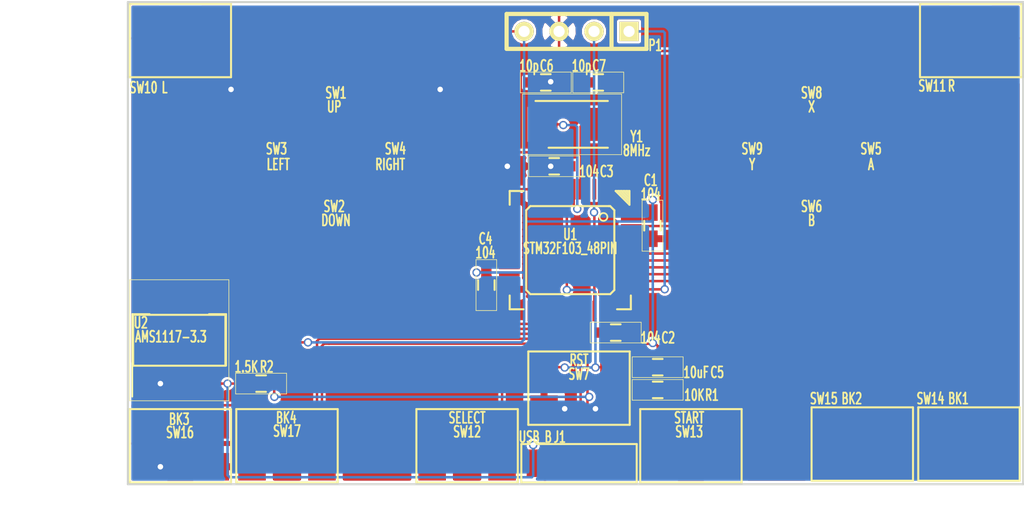
<source format=kicad_pcb>
(kicad_pcb (version 3) (host pcbnew "(22-Jun-2014 BZR 4027)-stable")

  (general
    (links 90)
    (no_connects 0)
    (area 220.015999 159.944999 285.190001 195.147001)
    (thickness 1.6)
    (drawings 6)
    (tracks 373)
    (zones 0)
    (modules 31)
    (nets 27)
  )

  (page A3)
  (layers
    (15 F.Cu signal)
    (0 B.Cu signal)
    (16 B.Adhes user)
    (17 F.Adhes user)
    (18 B.Paste user)
    (19 F.Paste user)
    (20 B.SilkS user)
    (21 F.SilkS user)
    (22 B.Mask user)
    (23 F.Mask user)
    (24 Dwgs.User user)
    (25 Cmts.User user)
    (26 Eco1.User user)
    (27 Eco2.User user)
    (28 Edge.Cuts user)
  )

  (setup
    (last_trace_width 0.18)
    (trace_clearance 0.18)
    (zone_clearance 0.18)
    (zone_45_only no)
    (trace_min 0.18)
    (segment_width 0.2)
    (edge_width 0.15)
    (via_size 0.6)
    (via_drill 0.4)
    (via_min_size 0.6)
    (via_min_drill 0.4)
    (uvia_size 0.6)
    (uvia_drill 0.4)
    (uvias_allowed no)
    (uvia_min_size 0.6)
    (uvia_min_drill 0.4)
    (pcb_text_width 0.3)
    (pcb_text_size 1.5 1.5)
    (mod_edge_width 0.15)
    (mod_text_size 1.5 1.5)
    (mod_text_width 0.15)
    (pad_size 2 1)
    (pad_drill 0)
    (pad_to_mask_clearance 0.2)
    (aux_axis_origin 0 0)
    (visible_elements FFFFFFBF)
    (pcbplotparams
      (layerselection 536838145)
      (usegerberextensions true)
      (excludeedgelayer true)
      (linewidth 0.100000)
      (plotframeref false)
      (viasonmask false)
      (mode 1)
      (useauxorigin false)
      (hpglpennumber 1)
      (hpglpenspeed 20)
      (hpglpendiameter 15)
      (hpglpenoverlay 2)
      (psnegative false)
      (psa4output false)
      (plotreference true)
      (plotvalue true)
      (plotothertext true)
      (plotinvisibletext false)
      (padsonsilk false)
      (subtractmaskfromsilk false)
      (outputformat 1)
      (mirror false)
      (drillshape 0)
      (scaleselection 1)
      (outputdirectory gerber))
  )

  (net 0 "")
  (net 1 +3.3V)
  (net 2 +5V)
  (net 3 A)
  (net 4 B)
  (net 5 BK1)
  (net 6 BK2)
  (net 7 BK3)
  (net 8 BK4)
  (net 9 DOWN)
  (net 10 GND)
  (net 11 L)
  (net 12 LEFT)
  (net 13 R)
  (net 14 RIGHT)
  (net 15 RST)
  (net 16 SELECT)
  (net 17 START)
  (net 18 SWCLK)
  (net 19 SWDIO)
  (net 20 UP)
  (net 21 USB_DM)
  (net 22 USB_DP)
  (net 23 X)
  (net 24 X1)
  (net 25 X2)
  (net 26 Y)

  (net_class Default "This is the default net class."
    (clearance 0.18)
    (trace_width 0.18)
    (via_dia 0.6)
    (via_drill 0.4)
    (uvia_dia 0.6)
    (uvia_drill 0.4)
    (add_net "")
    (add_net +3.3V)
    (add_net +5V)
    (add_net A)
    (add_net B)
    (add_net BK1)
    (add_net BK2)
    (add_net BK3)
    (add_net BK4)
    (add_net DOWN)
    (add_net GND)
    (add_net L)
    (add_net LEFT)
    (add_net R)
    (add_net RIGHT)
    (add_net RST)
    (add_net SELECT)
    (add_net START)
    (add_net SWCLK)
    (add_net SWDIO)
    (add_net UP)
    (add_net USB_DM)
    (add_net USB_DP)
    (add_net X)
    (add_net X1)
    (add_net X2)
    (add_net Y)
  )

  (module MyFT_SOT-223 (layer F.Cu) (tedit 5A379D5D) (tstamp 5A376821)
    (at 223.8248 184.6072 90)
    (descr "module CMS SOT223 4 pins")
    (tags "CMS SOT")
    (path /5A25AF73)
    (attr smd)
    (fp_text reference U2 (at 1.27 -2.794 180) (layer F.SilkS)
      (effects (font (size 0.8 0.5) (thickness 0.125)))
    )
    (fp_text value AMS1117-3.3 (at 0.254 -0.6096 180) (layer F.SilkS)
      (effects (font (size 0.8 0.5) (thickness 0.125)))
    )
    (fp_line (start 1.91 3.41) (end 1.91 2.15) (layer F.SilkS) (width 0.12))
    (fp_line (start 1.91 -3.41) (end 1.91 -2.15) (layer F.SilkS) (width 0.12))
    (fp_line (start 4.4 -3.6) (end -4.4 -3.6) (layer F.SilkS) (width 0.05))
    (fp_line (start 4.4 3.6) (end 4.4 -3.6) (layer F.SilkS) (width 0.05))
    (fp_line (start -4.4 3.6) (end 4.4 3.6) (layer F.SilkS) (width 0.05))
    (fp_line (start -4.4 -3.6) (end -4.4 3.6) (layer F.SilkS) (width 0.05))
    (fp_line (start -1.85 -3.35) (end -1.85 3.35) (layer F.SilkS) (width 0.15))
    (fp_line (start -1.85 3.41) (end 1.91 3.41) (layer F.SilkS) (width 0.12))
    (fp_line (start -1.85 -3.35) (end 1.85 -3.35) (layer F.SilkS) (width 0.15))
    (fp_line (start -4.1 -3.41) (end 1.91 -3.41) (layer F.SilkS) (width 0.12))
    (fp_line (start -1.85 3.35) (end 1.85 3.35) (layer F.SilkS) (width 0.15))
    (fp_line (start 1.85 -3.35) (end 1.85 3.35) (layer F.SilkS) (width 0.15))
    (pad 4 smd rect (at 3.15 0 90) (size 2 3.8)
      (layers F.Cu F.Paste F.Mask)
    )
    (pad 2 smd rect (at -3.15 0 90) (size 2 1.5)
      (layers F.Cu F.Paste F.Mask)
      (net 1 +3.3V)
    )
    (pad 3 smd rect (at -3.15 2.3 90) (size 2 1.5)
      (layers F.Cu F.Paste F.Mask)
      (net 2 +5V)
    )
    (pad 1 smd rect (at -3.15 -2.3 90) (size 2 1.5)
      (layers F.Cu F.Paste F.Mask)
      (net 10 GND)
    )
    (model TO_SOT_Packages_SMD.3dshapes/SOT-223.wrl
      (at (xyz 0 0 0))
      (scale (xyz 0.4 0.4 0.4))
      (rotate (xyz 0 0 90))
    )
  )

  (module MyFT_R_0603 (layer F.Cu) (tedit 5A38CF84) (tstamp 5A37682D)
    (at 258.572 188.214 180)
    (descr "C 0603 Hand Soldering")
    (tags 0603)
    (path /5A24FAC4)
    (attr smd)
    (fp_text reference R1 (at -3.937 -0.381 180) (layer F.SilkS)
      (effects (font (size 0.8 0.5) (thickness 0.125)))
    )
    (fp_text value 10K (at -2.667 -0.381 180) (layer F.SilkS)
      (effects (font (size 0.8 0.5) (thickness 0.125)))
    )
    (fp_line (start -1.85 -0.75) (end 1.85 -0.75) (layer F.SilkS) (width 0.05))
    (fp_line (start -1.85 0.75) (end 1.85 0.75) (layer F.SilkS) (width 0.05))
    (fp_line (start -1.85 -0.75) (end -1.85 0.75) (layer F.SilkS) (width 0.05))
    (fp_line (start 1.85 -0.75) (end 1.85 0.75) (layer F.SilkS) (width 0.05))
    (fp_line (start -0.35 -0.6) (end 0.35 -0.6) (layer F.SilkS) (width 0.15))
    (fp_line (start 0.35 0.6) (end -0.35 0.6) (layer F.SilkS) (width 0.15))
    (pad 1 smd rect (at -0.95 0 180) (size 1.2 0.75)
      (layers F.Cu F.Paste F.Mask)
      (net 1 +3.3V)
    )
    (pad 2 smd rect (at 0.95 0 180) (size 1.2 0.75)
      (layers F.Cu F.Paste F.Mask)
      (net 15 RST)
    )
    (model Capacitors_SMD.3dshapes/C_0603_HandSoldering.wrl
      (at (xyz 0 0 0))
      (scale (xyz 1 1 1))
      (rotate (xyz 0 0 0))
    )
  )

  (module MyFT_DPAD_TB (layer F.Cu) (tedit 5A378FB1) (tstamp 5A37688D)
    (at 235.204 163.576)
    (descr "DPad Top Buttom")
    (tags "DPad Top Buttom")
    (path /5A250976)
    (fp_text reference SW1 (at 0 3.048) (layer F.SilkS)
      (effects (font (size 0.8 0.5) (thickness 0.125)))
    )
    (fp_text value UP (at -0.127 4.064) (layer F.SilkS)
      (effects (font (size 0.8 0.5) (thickness 0.125)))
    )
    (pad 2 smd rect (at 1.2 0) (size 2 4.5)
      (layers F.Cu F.Paste F.Mask)
      (net 10 GND)
    )
    (pad 1 smd rect (at -1.2 0) (size 2 4.5)
      (layers F.Cu F.Paste F.Mask)
      (net 20 UP)
    )
  )

  (module MyFT_DPAD_TB (layer F.Cu) (tedit 5A379028) (tstamp 5A376893)
    (at 269.748 163.576)
    (descr "DPad Top Buttom")
    (tags "DPad Top Buttom")
    (path /5A250BF9)
    (fp_text reference SW8 (at 0 3.048) (layer F.SilkS)
      (effects (font (size 0.8 0.5) (thickness 0.125)))
    )
    (fp_text value X (at 0 4.064) (layer F.SilkS)
      (effects (font (size 0.8 0.5) (thickness 0.125)))
    )
    (pad 2 smd rect (at 1.2 0) (size 2 4.5)
      (layers F.Cu F.Paste F.Mask)
      (net 10 GND)
    )
    (pad 1 smd rect (at -1.2 0) (size 2 4.5)
      (layers F.Cu F.Paste F.Mask)
      (net 23 X)
    )
  )

  (module MyFT_DPAD_TB (layer F.Cu) (tedit 5A379047) (tstamp 5A376899)
    (at 269.748 178.816)
    (descr "DPad Top Buttom")
    (tags "DPad Top Buttom")
    (path /5A250BF3)
    (fp_text reference SW6 (at 0 -3.937) (layer F.SilkS)
      (effects (font (size 0.8 0.5) (thickness 0.125)))
    )
    (fp_text value B (at 0 -2.921) (layer F.SilkS)
      (effects (font (size 0.8 0.5) (thickness 0.125)))
    )
    (pad 2 smd rect (at 1.2 0) (size 2 4.5)
      (layers F.Cu F.Paste F.Mask)
      (net 10 GND)
    )
    (pad 1 smd rect (at -1.2 0) (size 2 4.5)
      (layers F.Cu F.Paste F.Mask)
      (net 4 B)
    )
  )

  (module MyFT_DPAD_TB (layer F.Cu) (tedit 5A378FB7) (tstamp 5A37689F)
    (at 235.204 178.816)
    (descr "DPad Top Buttom")
    (tags "DPad Top Buttom")
    (path /5A2509BC)
    (fp_text reference SW2 (at -0.127 -3.937) (layer F.SilkS)
      (effects (font (size 0.8 0.5) (thickness 0.125)))
    )
    (fp_text value DOWN (at 0 -2.921) (layer F.SilkS)
      (effects (font (size 0.8 0.5) (thickness 0.125)))
    )
    (pad 2 smd rect (at 1.2 0) (size 2 4.5)
      (layers F.Cu F.Paste F.Mask)
      (net 10 GND)
    )
    (pad 1 smd rect (at -1.2 0) (size 2 4.5)
      (layers F.Cu F.Paste F.Mask)
      (net 9 DOWN)
    )
  )

  (module MyFT_DPAD_LR (layer F.Cu) (tedit 5A37903A) (tstamp 5A3768A5)
    (at 277.368 171.196)
    (descr "DPad Left Right")
    (tags "DPad Left Right")
    (path /5A250BED)
    (fp_text reference SW5 (at -3.302 -0.508) (layer F.SilkS)
      (effects (font (size 0.8 0.5) (thickness 0.125)))
    )
    (fp_text value A (at -3.302 0.635) (layer F.SilkS)
      (effects (font (size 0.8 0.5) (thickness 0.125)))
    )
    (pad 2 smd rect (at 0 -1.2) (size 4.5 2)
      (layers F.Cu F.Paste F.Mask)
      (net 10 GND)
    )
    (pad 1 smd rect (at 0 1.2) (size 4.5 2)
      (layers F.Cu F.Paste F.Mask)
      (net 3 A)
    )
  )

  (module MyFT_DPAD_LR (layer F.Cu) (tedit 5A378FC0) (tstamp 5A3768AB)
    (at 242.824 171.196)
    (descr "DPad Left Right")
    (tags "DPad Left Right")
    (path /5A250B0F)
    (fp_text reference SW4 (at -3.302 -0.508) (layer F.SilkS)
      (effects (font (size 0.8 0.5) (thickness 0.125)))
    )
    (fp_text value RIGHT (at -3.683 0.635) (layer F.SilkS)
      (effects (font (size 0.8 0.5) (thickness 0.125)))
    )
    (pad 2 smd rect (at 0 -1.2) (size 4.5 2)
      (layers F.Cu F.Paste F.Mask)
      (net 10 GND)
    )
    (pad 1 smd rect (at 0 1.2) (size 4.5 2)
      (layers F.Cu F.Paste F.Mask)
      (net 14 RIGHT)
    )
  )

  (module MyFT_DPAD_LR (layer F.Cu) (tedit 5A378FBC) (tstamp 5A3768B1)
    (at 227.584 171.196)
    (descr "DPad Left Right")
    (tags "DPad Left Right")
    (path /5A250B09)
    (fp_text reference SW3 (at 3.302 -0.508) (layer F.SilkS)
      (effects (font (size 0.8 0.5) (thickness 0.125)))
    )
    (fp_text value LEFT (at 3.429 0.635) (layer F.SilkS)
      (effects (font (size 0.8 0.5) (thickness 0.125)))
    )
    (pad 2 smd rect (at 0 -1.2) (size 4.5 2)
      (layers F.Cu F.Paste F.Mask)
      (net 10 GND)
    )
    (pad 1 smd rect (at 0 1.2) (size 4.5 2)
      (layers F.Cu F.Paste F.Mask)
      (net 12 LEFT)
    )
  )

  (module MyFT_DPAD_LR (layer F.Cu) (tedit 5A37901A) (tstamp 5A3768B7)
    (at 262.128 171.196)
    (descr "DPad Left Right")
    (tags "DPad Left Right")
    (path /5A250BFF)
    (fp_text reference SW9 (at 3.302 -0.508) (layer F.SilkS)
      (effects (font (size 0.8 0.5) (thickness 0.125)))
    )
    (fp_text value Y (at 3.302 0.635) (layer F.SilkS)
      (effects (font (size 0.8 0.5) (thickness 0.125)))
    )
    (pad 2 smd rect (at 0 -1.2) (size 4.5 2)
      (layers F.Cu F.Paste F.Mask)
      (net 10 GND)
    )
    (pad 1 smd rect (at 0 1.2) (size 4.5 2)
      (layers F.Cu F.Paste F.Mask)
      (net 26 Y)
    )
  )

  (module MyFT_Crystal_SMD_5032_2Pads (layer F.Cu) (tedit 5A38D000) (tstamp 5A3768C3)
    (at 252.349 168.91)
    (descr "Ceramic SMD crystal, 5.0x3.2mm, 2 Pads")
    (tags "crystal oscillator quartz SMD SMT 5032")
    (path /5A24FCB2)
    (attr smd)
    (fp_text reference Y1 (at 4.699 0.889) (layer F.SilkS)
      (effects (font (size 0.8 0.5) (thickness 0.125)))
    )
    (fp_text value 8MHz (at 4.699 1.905) (layer F.SilkS)
      (effects (font (size 0.8 0.5) (thickness 0.125)))
    )
    (fp_line (start 3.6 2.2) (end 3.6 -2.2) (layer F.SilkS) (width 0.05))
    (fp_line (start -3.6 2.2) (end 3.6 2.2) (layer F.SilkS) (width 0.05))
    (fp_line (start -3.6 -2.2) (end -3.6 2.2) (layer F.SilkS) (width 0.05))
    (fp_line (start 3.6 -2.2) (end -3.6 -2.2) (layer F.SilkS) (width 0.05))
    (fp_line (start 2.6 1.7) (end -1.7 1.7) (layer F.SilkS) (width 0.15))
    (fp_line (start -2.65 -1.7) (end 2.6 -1.7) (layer F.SilkS) (width 0.15))
    (pad 1 smd rect (at -2.05 0) (size 2 2.4)
      (layers F.Cu F.Paste F.Mask)
      (net 25 X2)
    )
    (pad 2 smd rect (at 2.05 0) (size 2 2.4)
      (layers F.Cu F.Paste F.Mask)
      (net 24 X1)
    )
    (model Crystals.3dshapes/Crystal_SMD_5032_2Pads.wrl
      (at (xyz 0 0 0))
      (scale (xyz 0.3937 0.3937 0.3937))
      (rotate (xyz 0 0 0))
    )
  )

  (module MyFT_C_0603 (layer F.Cu) (tedit 5A37953F) (tstamp 5A3768CF)
    (at 254.254 165.862 180)
    (descr "0603 Hand Soldering")
    (tags 0603)
    (path /5A24FD58)
    (attr smd)
    (fp_text reference C7 (at -0.0635 1.2065 180) (layer F.SilkS)
      (effects (font (size 0.8 0.5) (thickness 0.125)))
    )
    (fp_text value 10p (at 1.2065 1.2065 180) (layer F.SilkS)
      (effects (font (size 0.8 0.5) (thickness 0.125)))
    )
    (fp_line (start -1.85 -0.75) (end 1.85 -0.75) (layer F.SilkS) (width 0.05))
    (fp_line (start -1.85 0.75) (end 1.85 0.75) (layer F.SilkS) (width 0.05))
    (fp_line (start -1.85 -0.75) (end -1.85 0.75) (layer F.SilkS) (width 0.05))
    (fp_line (start 1.85 -0.75) (end 1.85 0.75) (layer F.SilkS) (width 0.05))
    (fp_line (start -0.35 -0.6) (end 0.35 -0.6) (layer F.SilkS) (width 0.15))
    (fp_line (start 0.35 0.6) (end -0.35 0.6) (layer F.SilkS) (width 0.15))
    (pad 1 smd rect (at -0.95 0 180) (size 1.2 0.75)
      (layers F.Cu F.Paste F.Mask)
      (net 24 X1)
    )
    (pad 2 smd rect (at 0.95 0 180) (size 1.2 0.75)
      (layers F.Cu F.Paste F.Mask)
      (net 10 GND)
    )
    (model Capacitors_SMD.3dshapes/C_0603_HandSoldering.wrl
      (at (xyz 0 0 0))
      (scale (xyz 1 1 1))
      (rotate (xyz 0 0 0))
    )
  )

  (module MyFT_C_0603 (layer F.Cu) (tedit 5A37953B) (tstamp 5A3768DB)
    (at 250.444 165.862)
    (descr "0603 Hand Soldering")
    (tags 0603)
    (path /5A24FD1F)
    (attr smd)
    (fp_text reference C6 (at 0.0635 -1.2065) (layer F.SilkS)
      (effects (font (size 0.8 0.5) (thickness 0.125)))
    )
    (fp_text value 10p (at -1.2065 -1.2065) (layer F.SilkS)
      (effects (font (size 0.8 0.5) (thickness 0.125)))
    )
    (fp_line (start -1.85 -0.75) (end 1.85 -0.75) (layer F.SilkS) (width 0.05))
    (fp_line (start -1.85 0.75) (end 1.85 0.75) (layer F.SilkS) (width 0.05))
    (fp_line (start -1.85 -0.75) (end -1.85 0.75) (layer F.SilkS) (width 0.05))
    (fp_line (start 1.85 -0.75) (end 1.85 0.75) (layer F.SilkS) (width 0.05))
    (fp_line (start -0.35 -0.6) (end 0.35 -0.6) (layer F.SilkS) (width 0.15))
    (fp_line (start 0.35 0.6) (end -0.35 0.6) (layer F.SilkS) (width 0.15))
    (pad 1 smd rect (at -0.95 0) (size 1.2 0.75)
      (layers F.Cu F.Paste F.Mask)
      (net 25 X2)
    )
    (pad 2 smd rect (at 0.95 0) (size 1.2 0.75)
      (layers F.Cu F.Paste F.Mask)
      (net 10 GND)
    )
    (model Capacitors_SMD.3dshapes/C_0603_HandSoldering.wrl
      (at (xyz 0 0 0))
      (scale (xyz 1 1 1))
      (rotate (xyz 0 0 0))
    )
  )

  (module MyFT_C_0603 (layer F.Cu) (tedit 5A38CF77) (tstamp 5A3768E7)
    (at 258.572 186.563)
    (descr "0603 Hand Soldering")
    (tags 0603)
    (path /5A24FA7D)
    (attr smd)
    (fp_text reference C5 (at 4.318 0.381) (layer F.SilkS)
      (effects (font (size 0.8 0.5) (thickness 0.125)))
    )
    (fp_text value 10uF (at 2.794 0.381) (layer F.SilkS)
      (effects (font (size 0.8 0.5) (thickness 0.125)))
    )
    (fp_line (start -1.85 -0.75) (end 1.85 -0.75) (layer F.SilkS) (width 0.05))
    (fp_line (start -1.85 0.75) (end 1.85 0.75) (layer F.SilkS) (width 0.05))
    (fp_line (start -1.85 -0.75) (end -1.85 0.75) (layer F.SilkS) (width 0.05))
    (fp_line (start 1.85 -0.75) (end 1.85 0.75) (layer F.SilkS) (width 0.05))
    (fp_line (start -0.35 -0.6) (end 0.35 -0.6) (layer F.SilkS) (width 0.15))
    (fp_line (start 0.35 0.6) (end -0.35 0.6) (layer F.SilkS) (width 0.15))
    (pad 1 smd rect (at -0.95 0) (size 1.2 0.75)
      (layers F.Cu F.Paste F.Mask)
      (net 15 RST)
    )
    (pad 2 smd rect (at 0.95 0) (size 1.2 0.75)
      (layers F.Cu F.Paste F.Mask)
      (net 10 GND)
    )
    (model Capacitors_SMD.3dshapes/C_0603_HandSoldering.wrl
      (at (xyz 0 0 0))
      (scale (xyz 1 1 1))
      (rotate (xyz 0 0 0))
    )
  )

  (module MyFT_C_0603 (layer F.Cu) (tedit 5A3795A5) (tstamp 5A3768F3)
    (at 246.126 180.594 270)
    (descr "0603 Hand Soldering")
    (tags 0603)
    (path /5A24F80F)
    (attr smd)
    (fp_text reference C4 (at -3.3655 0.0635 360) (layer F.SilkS)
      (effects (font (size 0.8 0.5) (thickness 0.125)))
    )
    (fp_text value 104 (at -2.3495 0.0635 360) (layer F.SilkS)
      (effects (font (size 0.8 0.5) (thickness 0.125)))
    )
    (fp_line (start -1.85 -0.75) (end 1.85 -0.75) (layer F.SilkS) (width 0.05))
    (fp_line (start -1.85 0.75) (end 1.85 0.75) (layer F.SilkS) (width 0.05))
    (fp_line (start -1.85 -0.75) (end -1.85 0.75) (layer F.SilkS) (width 0.05))
    (fp_line (start 1.85 -0.75) (end 1.85 0.75) (layer F.SilkS) (width 0.05))
    (fp_line (start -0.35 -0.6) (end 0.35 -0.6) (layer F.SilkS) (width 0.15))
    (fp_line (start 0.35 0.6) (end -0.35 0.6) (layer F.SilkS) (width 0.15))
    (pad 1 smd rect (at -0.95 0 270) (size 1.2 0.75)
      (layers F.Cu F.Paste F.Mask)
      (net 1 +3.3V)
    )
    (pad 2 smd rect (at 0.95 0 270) (size 1.2 0.75)
      (layers F.Cu F.Paste F.Mask)
      (net 10 GND)
    )
    (model Capacitors_SMD.3dshapes/C_0603_HandSoldering.wrl
      (at (xyz 0 0 0))
      (scale (xyz 1 1 1))
      (rotate (xyz 0 0 0))
    )
  )

  (module MyFT_C_0603 (layer F.Cu) (tedit 5A38CFE0) (tstamp 5A3768FF)
    (at 251.0536 171.958 180)
    (descr "0603 Hand Soldering")
    (tags 0603)
    (path /5A24F7F2)
    (attr smd)
    (fp_text reference C3 (at -3.81 -0.381 180) (layer F.SilkS)
      (effects (font (size 0.8 0.5) (thickness 0.125)))
    )
    (fp_text value 104 (at -2.54 -0.381 180) (layer F.SilkS)
      (effects (font (size 0.8 0.5) (thickness 0.125)))
    )
    (fp_line (start -1.85 -0.75) (end 1.85 -0.75) (layer F.SilkS) (width 0.05))
    (fp_line (start -1.85 0.75) (end 1.85 0.75) (layer F.SilkS) (width 0.05))
    (fp_line (start -1.85 -0.75) (end -1.85 0.75) (layer F.SilkS) (width 0.05))
    (fp_line (start 1.85 -0.75) (end 1.85 0.75) (layer F.SilkS) (width 0.05))
    (fp_line (start -0.35 -0.6) (end 0.35 -0.6) (layer F.SilkS) (width 0.15))
    (fp_line (start 0.35 0.6) (end -0.35 0.6) (layer F.SilkS) (width 0.15))
    (pad 1 smd rect (at -0.95 0 180) (size 1.2 0.75)
      (layers F.Cu F.Paste F.Mask)
      (net 1 +3.3V)
    )
    (pad 2 smd rect (at 0.95 0 180) (size 1.2 0.75)
      (layers F.Cu F.Paste F.Mask)
      (net 10 GND)
    )
    (model Capacitors_SMD.3dshapes/C_0603_HandSoldering.wrl
      (at (xyz 0 0 0))
      (scale (xyz 1 1 1))
      (rotate (xyz 0 0 0))
    )
  )

  (module MyFT_C_0603 (layer F.Cu) (tedit 5A38CF73) (tstamp 5A37690B)
    (at 255.524 184.0484)
    (descr "0603 Hand Soldering")
    (tags 0603)
    (path /5A24F7D7)
    (attr smd)
    (fp_text reference C2 (at 3.81 0.381) (layer F.SilkS)
      (effects (font (size 0.8 0.5) (thickness 0.125)))
    )
    (fp_text value 104 (at 2.54 0.381) (layer F.SilkS)
      (effects (font (size 0.8 0.5) (thickness 0.125)))
    )
    (fp_line (start -1.85 -0.75) (end 1.85 -0.75) (layer F.SilkS) (width 0.05))
    (fp_line (start -1.85 0.75) (end 1.85 0.75) (layer F.SilkS) (width 0.05))
    (fp_line (start -1.85 -0.75) (end -1.85 0.75) (layer F.SilkS) (width 0.05))
    (fp_line (start 1.85 -0.75) (end 1.85 0.75) (layer F.SilkS) (width 0.05))
    (fp_line (start -0.35 -0.6) (end 0.35 -0.6) (layer F.SilkS) (width 0.15))
    (fp_line (start 0.35 0.6) (end -0.35 0.6) (layer F.SilkS) (width 0.15))
    (pad 1 smd rect (at -0.95 0) (size 1.2 0.75)
      (layers F.Cu F.Paste F.Mask)
      (net 1 +3.3V)
    )
    (pad 2 smd rect (at 0.95 0) (size 1.2 0.75)
      (layers F.Cu F.Paste F.Mask)
      (net 10 GND)
    )
    (model Capacitors_SMD.3dshapes/C_0603_HandSoldering.wrl
      (at (xyz 0 0 0))
      (scale (xyz 1 1 1))
      (rotate (xyz 0 0 0))
    )
  )

  (module MyFT_C_0603 (layer F.Cu) (tedit 5A38CF90) (tstamp 5A376917)
    (at 258.191 176.276 270)
    (descr "0603 Hand Soldering")
    (tags 0603)
    (path /5A24F7A6)
    (attr smd)
    (fp_text reference C1 (at -3.302 0.127 360) (layer F.SilkS)
      (effects (font (size 0.8 0.5) (thickness 0.125)))
    )
    (fp_text value 104 (at -2.286 0.127 360) (layer F.SilkS)
      (effects (font (size 0.8 0.5) (thickness 0.125)))
    )
    (fp_line (start -1.85 -0.75) (end 1.85 -0.75) (layer F.SilkS) (width 0.05))
    (fp_line (start -1.85 0.75) (end 1.85 0.75) (layer F.SilkS) (width 0.05))
    (fp_line (start -1.85 -0.75) (end -1.85 0.75) (layer F.SilkS) (width 0.05))
    (fp_line (start 1.85 -0.75) (end 1.85 0.75) (layer F.SilkS) (width 0.05))
    (fp_line (start -0.35 -0.6) (end 0.35 -0.6) (layer F.SilkS) (width 0.15))
    (fp_line (start 0.35 0.6) (end -0.35 0.6) (layer F.SilkS) (width 0.15))
    (pad 1 smd rect (at -0.95 0 270) (size 1.2 0.75)
      (layers F.Cu F.Paste F.Mask)
      (net 1 +3.3V)
    )
    (pad 2 smd rect (at 0.95 0 270) (size 1.2 0.75)
      (layers F.Cu F.Paste F.Mask)
      (net 10 GND)
    )
    (model Capacitors_SMD.3dshapes/C_0603_HandSoldering.wrl
      (at (xyz 0 0 0))
      (scale (xyz 1 1 1))
      (rotate (xyz 0 0 0))
    )
  )

  (module MyFT_4.5x4.5_SMD (layer F.Cu) (tedit 5A379349) (tstamp 5A377938)
    (at 252.857 188.087)
    (descr 4.5x4.5_SMD)
    (tags 4.5x4.5_SMD)
    (path /5A24FB0F)
    (attr smd)
    (fp_text reference SW7 (at 0 -1.016) (layer F.SilkS)
      (effects (font (size 0.8 0.5) (thickness 0.125)))
    )
    (fp_text value RST (at 0 -2.032) (layer F.SilkS)
      (effects (font (size 0.8 0.5) (thickness 0.125)))
    )
    (fp_line (start -3.683 -2.667) (end 3.683 -2.667) (layer F.SilkS) (width 0.15))
    (fp_line (start 3.683 -2.667) (end 3.683 2.667) (layer F.SilkS) (width 0.15))
    (fp_line (start 3.683 2.667) (end -3.683 2.667) (layer F.SilkS) (width 0.15))
    (fp_line (start -3.683 2.667) (end -3.683 -2.667) (layer F.SilkS) (width 0.15))
    (pad 2 smd rect (at -2.54 1.524) (size 2 2)
      (layers F.Cu F.Paste F.Mask)
      (net 10 GND)
    )
    (pad 1 smd rect (at -2.54 -1.524) (size 2 2)
      (layers F.Cu F.Paste F.Mask)
      (net 15 RST)
    )
    (pad 1 smd rect (at 2.54 -1.524) (size 2 2)
      (layers F.Cu F.Paste F.Mask)
      (net 15 RST)
    )
    (pad 2 smd rect (at 2.54 1.524) (size 2 2)
      (layers F.Cu F.Paste F.Mask)
      (net 10 GND)
    )
    (model Buttons_Switches_SMD.3dshapes/SW_SPST_PTS645.wrl
      (at (xyz 0 0 0))
      (scale (xyz 1 1 1))
      (rotate (xyz 0 0 0))
    )
  )

  (module MyFT_4.5x4.5_SMD (layer F.Cu) (tedit 5A378F44) (tstamp 5A377944)
    (at 223.901 162.814)
    (descr 4.5x4.5_SMD)
    (tags 4.5x4.5_SMD)
    (path /5A2511F1)
    (attr smd)
    (fp_text reference SW10 (at -2.667 3.429) (layer F.SilkS)
      (effects (font (size 0.8 0.5) (thickness 0.125)))
    )
    (fp_text value L (at -1.143 3.429) (layer F.SilkS)
      (effects (font (size 0.8 0.5) (thickness 0.125)))
    )
    (fp_line (start -3.683 -2.667) (end 3.683 -2.667) (layer F.SilkS) (width 0.15))
    (fp_line (start 3.683 -2.667) (end 3.683 2.667) (layer F.SilkS) (width 0.15))
    (fp_line (start 3.683 2.667) (end -3.683 2.667) (layer F.SilkS) (width 0.15))
    (fp_line (start -3.683 2.667) (end -3.683 -2.667) (layer F.SilkS) (width 0.15))
    (pad 2 smd rect (at -2.54 1.524) (size 2 2)
      (layers F.Cu F.Paste F.Mask)
      (net 10 GND)
    )
    (pad 1 smd rect (at -2.54 -1.524) (size 2 2)
      (layers F.Cu F.Paste F.Mask)
      (net 11 L)
    )
    (pad 1 smd rect (at 2.54 -1.524) (size 2 2)
      (layers F.Cu F.Paste F.Mask)
      (net 11 L)
    )
    (pad 2 smd rect (at 2.54 1.524) (size 2 2)
      (layers F.Cu F.Paste F.Mask)
      (net 10 GND)
    )
    (model Buttons_Switches_SMD.3dshapes/SW_SPST_PTS645.wrl
      (at (xyz 0 0 0))
      (scale (xyz 1 1 1))
      (rotate (xyz 0 0 0))
    )
  )

  (module MyFT_4.5x4.5_SMD (layer F.Cu) (tedit 5A379008) (tstamp 5A377950)
    (at 281.305 162.814)
    (descr 4.5x4.5_SMD)
    (tags 4.5x4.5_SMD)
    (path /5A2511F7)
    (attr smd)
    (fp_text reference SW11 (at -2.794 3.302) (layer F.SilkS)
      (effects (font (size 0.8 0.5) (thickness 0.125)))
    )
    (fp_text value R (at -1.397 3.302) (layer F.SilkS)
      (effects (font (size 0.8 0.5) (thickness 0.125)))
    )
    (fp_line (start -3.683 -2.667) (end 3.683 -2.667) (layer F.SilkS) (width 0.15))
    (fp_line (start 3.683 -2.667) (end 3.683 2.667) (layer F.SilkS) (width 0.15))
    (fp_line (start 3.683 2.667) (end -3.683 2.667) (layer F.SilkS) (width 0.15))
    (fp_line (start -3.683 2.667) (end -3.683 -2.667) (layer F.SilkS) (width 0.15))
    (pad 2 smd rect (at -2.54 1.524) (size 2 2)
      (layers F.Cu F.Paste F.Mask)
      (net 10 GND)
    )
    (pad 1 smd rect (at -2.54 -1.524) (size 2 2)
      (layers F.Cu F.Paste F.Mask)
      (net 13 R)
    )
    (pad 1 smd rect (at 2.54 -1.524) (size 2 2)
      (layers F.Cu F.Paste F.Mask)
      (net 13 R)
    )
    (pad 2 smd rect (at 2.54 1.524) (size 2 2)
      (layers F.Cu F.Paste F.Mask)
      (net 10 GND)
    )
    (model Buttons_Switches_SMD.3dshapes/SW_SPST_PTS645.wrl
      (at (xyz 0 0 0))
      (scale (xyz 1 1 1))
      (rotate (xyz 0 0 0))
    )
  )

  (module MyFT_4.5x4.5_SMD (layer F.Cu) (tedit 5A379360) (tstamp 5A37795C)
    (at 244.729 192.278)
    (descr 4.5x4.5_SMD)
    (tags 4.5x4.5_SMD)
    (path /5A2511FD)
    (attr smd)
    (fp_text reference SW12 (at 0 -1.016) (layer F.SilkS)
      (effects (font (size 0.8 0.5) (thickness 0.125)))
    )
    (fp_text value SELECT (at 0 -2.032) (layer F.SilkS)
      (effects (font (size 0.8 0.5) (thickness 0.125)))
    )
    (fp_line (start -3.683 -2.667) (end 3.683 -2.667) (layer F.SilkS) (width 0.15))
    (fp_line (start 3.683 -2.667) (end 3.683 2.667) (layer F.SilkS) (width 0.15))
    (fp_line (start 3.683 2.667) (end -3.683 2.667) (layer F.SilkS) (width 0.15))
    (fp_line (start -3.683 2.667) (end -3.683 -2.667) (layer F.SilkS) (width 0.15))
    (pad 2 smd rect (at -2.54 1.524) (size 2 2)
      (layers F.Cu F.Paste F.Mask)
      (net 10 GND)
    )
    (pad 1 smd rect (at -2.54 -1.524) (size 2 2)
      (layers F.Cu F.Paste F.Mask)
      (net 16 SELECT)
    )
    (pad 1 smd rect (at 2.54 -1.524) (size 2 2)
      (layers F.Cu F.Paste F.Mask)
      (net 16 SELECT)
    )
    (pad 2 smd rect (at 2.54 1.524) (size 2 2)
      (layers F.Cu F.Paste F.Mask)
      (net 10 GND)
    )
    (model Buttons_Switches_SMD.3dshapes/SW_SPST_PTS645.wrl
      (at (xyz 0 0 0))
      (scale (xyz 1 1 1))
      (rotate (xyz 0 0 0))
    )
  )

  (module MyFT_4.5x4.5_SMD (layer F.Cu) (tedit 5A37934F) (tstamp 5A377968)
    (at 260.985 192.278)
    (descr 4.5x4.5_SMD)
    (tags 4.5x4.5_SMD)
    (path /5A251203)
    (attr smd)
    (fp_text reference SW13 (at -0.127 -1.016) (layer F.SilkS)
      (effects (font (size 0.8 0.5) (thickness 0.125)))
    )
    (fp_text value START (at -0.127 -2.032) (layer F.SilkS)
      (effects (font (size 0.8 0.5) (thickness 0.125)))
    )
    (fp_line (start -3.683 -2.667) (end 3.683 -2.667) (layer F.SilkS) (width 0.15))
    (fp_line (start 3.683 -2.667) (end 3.683 2.667) (layer F.SilkS) (width 0.15))
    (fp_line (start 3.683 2.667) (end -3.683 2.667) (layer F.SilkS) (width 0.15))
    (fp_line (start -3.683 2.667) (end -3.683 -2.667) (layer F.SilkS) (width 0.15))
    (pad 2 smd rect (at -2.54 1.524) (size 2 2)
      (layers F.Cu F.Paste F.Mask)
      (net 10 GND)
    )
    (pad 1 smd rect (at -2.54 -1.524) (size 2 2)
      (layers F.Cu F.Paste F.Mask)
      (net 17 START)
    )
    (pad 1 smd rect (at 2.54 -1.524) (size 2 2)
      (layers F.Cu F.Paste F.Mask)
      (net 17 START)
    )
    (pad 2 smd rect (at 2.54 1.524) (size 2 2)
      (layers F.Cu F.Paste F.Mask)
      (net 10 GND)
    )
    (model Buttons_Switches_SMD.3dshapes/SW_SPST_PTS645.wrl
      (at (xyz 0 0 0))
      (scale (xyz 1 1 1))
      (rotate (xyz 0 0 0))
    )
  )

  (module MyFT_4.5x4.5_SMD (layer F.Cu) (tedit 5A378F2F) (tstamp 5A377974)
    (at 281.178 192.151)
    (descr 4.5x4.5_SMD)
    (tags 4.5x4.5_SMD)
    (path /5A25156F)
    (attr smd)
    (fp_text reference SW14 (at -2.794 -3.302) (layer F.SilkS)
      (effects (font (size 0.8 0.5) (thickness 0.125)))
    )
    (fp_text value BK1 (at -0.762 -3.302) (layer F.SilkS)
      (effects (font (size 0.8 0.5) (thickness 0.125)))
    )
    (fp_line (start -3.683 -2.667) (end 3.683 -2.667) (layer F.SilkS) (width 0.15))
    (fp_line (start 3.683 -2.667) (end 3.683 2.667) (layer F.SilkS) (width 0.15))
    (fp_line (start 3.683 2.667) (end -3.683 2.667) (layer F.SilkS) (width 0.15))
    (fp_line (start -3.683 2.667) (end -3.683 -2.667) (layer F.SilkS) (width 0.15))
    (pad 2 smd rect (at -2.54 1.524) (size 2 2)
      (layers F.Cu F.Paste F.Mask)
      (net 10 GND)
    )
    (pad 1 smd rect (at -2.54 -1.524) (size 2 2)
      (layers F.Cu F.Paste F.Mask)
      (net 5 BK1)
    )
    (pad 1 smd rect (at 2.54 -1.524) (size 2 2)
      (layers F.Cu F.Paste F.Mask)
      (net 5 BK1)
    )
    (pad 2 smd rect (at 2.54 1.524) (size 2 2)
      (layers F.Cu F.Paste F.Mask)
      (net 10 GND)
    )
    (model Buttons_Switches_SMD.3dshapes/SW_SPST_PTS645.wrl
      (at (xyz 0 0 0))
      (scale (xyz 1 1 1))
      (rotate (xyz 0 0 0))
    )
  )

  (module MyFT_4.5x4.5_SMD (layer F.Cu) (tedit 5A378F1E) (tstamp 5A377980)
    (at 273.431 192.151)
    (descr 4.5x4.5_SMD)
    (tags 4.5x4.5_SMD)
    (path /5A251575)
    (attr smd)
    (fp_text reference SW15 (at -2.794 -3.302) (layer F.SilkS)
      (effects (font (size 0.8 0.5) (thickness 0.125)))
    )
    (fp_text value BK2 (at -0.762 -3.302) (layer F.SilkS)
      (effects (font (size 0.8 0.5) (thickness 0.125)))
    )
    (fp_line (start -3.683 -2.667) (end 3.683 -2.667) (layer F.SilkS) (width 0.15))
    (fp_line (start 3.683 -2.667) (end 3.683 2.667) (layer F.SilkS) (width 0.15))
    (fp_line (start 3.683 2.667) (end -3.683 2.667) (layer F.SilkS) (width 0.15))
    (fp_line (start -3.683 2.667) (end -3.683 -2.667) (layer F.SilkS) (width 0.15))
    (pad 2 smd rect (at -2.54 1.524) (size 2 2)
      (layers F.Cu F.Paste F.Mask)
      (net 10 GND)
    )
    (pad 1 smd rect (at -2.54 -1.524) (size 2 2)
      (layers F.Cu F.Paste F.Mask)
      (net 6 BK2)
    )
    (pad 1 smd rect (at 2.54 -1.524) (size 2 2)
      (layers F.Cu F.Paste F.Mask)
      (net 6 BK2)
    )
    (pad 2 smd rect (at 2.54 1.524) (size 2 2)
      (layers F.Cu F.Paste F.Mask)
      (net 10 GND)
    )
    (model Buttons_Switches_SMD.3dshapes/SW_SPST_PTS645.wrl
      (at (xyz 0 0 0))
      (scale (xyz 1 1 1))
      (rotate (xyz 0 0 0))
    )
  )

  (module MyFT_4.5x4.5_SMD (layer F.Cu) (tedit 5A379D45) (tstamp 5A37798C)
    (at 223.901 192.278)
    (descr 4.5x4.5_SMD)
    (tags 4.5x4.5_SMD)
    (path /5A25157B)
    (attr smd)
    (fp_text reference SW16 (at -0.0254 -0.9652) (layer F.SilkS)
      (effects (font (size 0.8 0.5) (thickness 0.125)))
    )
    (fp_text value BK3 (at -0.0762 -1.9304) (layer F.SilkS)
      (effects (font (size 0.8 0.5) (thickness 0.125)))
    )
    (fp_line (start -3.683 -2.667) (end 3.683 -2.667) (layer F.SilkS) (width 0.15))
    (fp_line (start 3.683 -2.667) (end 3.683 2.667) (layer F.SilkS) (width 0.15))
    (fp_line (start 3.683 2.667) (end -3.683 2.667) (layer F.SilkS) (width 0.15))
    (fp_line (start -3.683 2.667) (end -3.683 -2.667) (layer F.SilkS) (width 0.15))
    (pad 2 smd rect (at -2.54 1.524) (size 2 2)
      (layers F.Cu F.Paste F.Mask)
      (net 10 GND)
    )
    (pad 1 smd rect (at -2.54 -1.524) (size 2 2)
      (layers F.Cu F.Paste F.Mask)
      (net 7 BK3)
    )
    (pad 1 smd rect (at 2.54 -1.524) (size 2 2)
      (layers F.Cu F.Paste F.Mask)
      (net 7 BK3)
    )
    (pad 2 smd rect (at 2.54 1.524) (size 2 2)
      (layers F.Cu F.Paste F.Mask)
      (net 10 GND)
    )
    (model Buttons_Switches_SMD.3dshapes/SW_SPST_PTS645.wrl
      (at (xyz 0 0 0))
      (scale (xyz 1 1 1))
      (rotate (xyz 0 0 0))
    )
  )

  (module MyFT_4.5x4.5_SMD (layer F.Cu) (tedit 5A379D4C) (tstamp 5A377998)
    (at 231.648 192.278)
    (descr 4.5x4.5_SMD)
    (tags 4.5x4.5_SMD)
    (path /5A251581)
    (attr smd)
    (fp_text reference SW17 (at 0 -1.0668) (layer F.SilkS)
      (effects (font (size 0.8 0.5) (thickness 0.125)))
    )
    (fp_text value BK4 (at -0.0508 -2.032) (layer F.SilkS)
      (effects (font (size 0.8 0.5) (thickness 0.125)))
    )
    (fp_line (start -3.683 -2.667) (end 3.683 -2.667) (layer F.SilkS) (width 0.15))
    (fp_line (start 3.683 -2.667) (end 3.683 2.667) (layer F.SilkS) (width 0.15))
    (fp_line (start 3.683 2.667) (end -3.683 2.667) (layer F.SilkS) (width 0.15))
    (fp_line (start -3.683 2.667) (end -3.683 -2.667) (layer F.SilkS) (width 0.15))
    (pad 2 smd rect (at -2.54 1.524) (size 2 2)
      (layers F.Cu F.Paste F.Mask)
      (net 10 GND)
    )
    (pad 1 smd rect (at -2.54 -1.524) (size 2 2)
      (layers F.Cu F.Paste F.Mask)
      (net 8 BK4)
    )
    (pad 1 smd rect (at 2.54 -1.524) (size 2 2)
      (layers F.Cu F.Paste F.Mask)
      (net 8 BK4)
    )
    (pad 2 smd rect (at 2.54 1.524) (size 2 2)
      (layers F.Cu F.Paste F.Mask)
      (net 10 GND)
    )
    (model Buttons_Switches_SMD.3dshapes/SW_SPST_PTS645.wrl
      (at (xyz 0 0 0))
      (scale (xyz 1 1 1))
      (rotate (xyz 0 0 0))
    )
  )

  (module MyFT_USB_Mini_B_PIN_ONLY (layer F.Cu) (tedit 5A3795F5) (tstamp 5A379893)
    (at 252.984 193.548)
    (descr "USB Mini-B 5-pin SMD connector")
    (tags "USB USB_B USB_Mini connector")
    (path /5A24FF7B)
    (attr smd)
    (fp_text reference J1 (at -1.524 -1.905) (layer F.SilkS)
      (effects (font (size 0.8 0.5) (thickness 0.125)))
    )
    (fp_text value USB_B (at -3.302 -1.905) (layer F.SilkS)
      (effects (font (size 0.8 0.5) (thickness 0.125)))
    )
    (fp_line (start -4.318 -1.397) (end 4.064 -1.397) (layer F.SilkS) (width 0.15))
    (fp_line (start 4.064 -1.397) (end 4.064 1.397) (layer F.SilkS) (width 0.15))
    (fp_line (start 4.064 1.397) (end -4.318 1.397) (layer F.SilkS) (width 0.15))
    (fp_line (start -4.318 1.397) (end -4.318 -1.397) (layer F.SilkS) (width 0.15))
    (pad 1 smd rect (at -3.429 0 90) (size 2 1)
      (layers F.Cu F.Paste F.Mask)
      (net 2 +5V)
    )
    (pad 2 smd rect (at -1.778 0 90) (size 2 1)
      (layers F.Cu F.Paste F.Mask)
      (net 21 USB_DM)
    )
    (pad 3 smd rect (at -0.127 0 90) (size 2 1)
      (layers F.Cu F.Paste F.Mask)
      (net 22 USB_DP)
    )
    (pad 4 smd rect (at 1.524 0 90) (size 2 1)
      (layers F.Cu F.Paste F.Mask)
      (net 10 GND)
    )
    (pad 5 smd rect (at 3.175 0 90) (size 2 1)
      (layers F.Cu F.Paste F.Mask)
      (net 10 GND)
    )
  )

  (module SIL-4 (layer F.Cu) (tedit 5A38CFF7) (tstamp 5A38A0E2)
    (at 252.6792 162.1536 180)
    (descr "Connecteur 4 pibs")
    (tags "CONN DEV")
    (path /5A38A19D)
    (fp_text reference P1 (at -5.715 -1.016 180) (layer F.SilkS)
      (effects (font (size 0.8 0.5) (thickness 0.125)))
    )
    (fp_text value CONN_4 (at 0 -2.54 180) (layer F.SilkS) hide
      (effects (font (size 1.524 1.016) (thickness 0.3048)))
    )
    (fp_line (start -5.08 -1.27) (end -5.08 -1.27) (layer F.SilkS) (width 0.3048))
    (fp_line (start -5.08 1.27) (end -5.08 -1.27) (layer F.SilkS) (width 0.3048))
    (fp_line (start -5.08 -1.27) (end -5.08 -1.27) (layer F.SilkS) (width 0.3048))
    (fp_line (start -5.08 -1.27) (end 5.08 -1.27) (layer F.SilkS) (width 0.3048))
    (fp_line (start 5.08 -1.27) (end 5.08 1.27) (layer F.SilkS) (width 0.3048))
    (fp_line (start 5.08 1.27) (end -5.08 1.27) (layer F.SilkS) (width 0.3048))
    (fp_line (start -2.54 1.27) (end -2.54 -1.27) (layer F.SilkS) (width 0.3048))
    (pad 1 thru_hole rect (at -3.81 0 180) (size 1.397 1.397) (drill 0.8128)
      (layers *.Cu *.Mask F.SilkS)
      (net 18 SWCLK)
    )
    (pad 2 thru_hole circle (at -1.27 0 180) (size 1.397 1.397) (drill 0.8128)
      (layers *.Cu *.Mask F.SilkS)
      (net 19 SWDIO)
    )
    (pad 3 thru_hole circle (at 1.27 0 180) (size 1.397 1.397) (drill 0.8128)
      (layers *.Cu *.Mask F.SilkS)
      (net 10 GND)
    )
    (pad 4 thru_hole circle (at 3.81 0 180) (size 1.397 1.397) (drill 0.8128)
      (layers *.Cu *.Mask F.SilkS)
      (net 1 +3.3V)
    )
  )

  (module MyFT_LQFP-48-1EP_7x7mm_Pitch0.5mm (layer F.Cu) (tedit 5A38D019) (tstamp 5A38D21A)
    (at 252.222 178.054 180)
    (descr "LQFP-48 package, 7x7mm, 0.5mm pitch, according to NXP specifications")
    (path /5A24F5A1)
    (clearance 0.1)
    (attr smd)
    (fp_text reference U1 (at 0 1.143 180) (layer F.SilkS)
      (effects (font (size 0.8 0.5) (thickness 0.125)))
    )
    (fp_text value STM32F103_48PIN (at 0 0.127 180) (layer F.SilkS)
      (effects (font (size 0.8 0.5) (thickness 0.125)))
    )
    (fp_line (start -2.8 3.2) (end -2.9 3.2) (layer F.SilkS) (width 0.15))
    (fp_line (start -2.9 3.2) (end -3.2 2.9) (layer F.SilkS) (width 0.15))
    (fp_line (start -3.2 2.9) (end -3.2 -2.9) (layer F.SilkS) (width 0.15))
    (fp_line (start -3.2 -2.9) (end -2.9 -3.2) (layer F.SilkS) (width 0.15))
    (fp_line (start -2.9 -3.2) (end 2.9 -3.2) (layer F.SilkS) (width 0.15))
    (fp_line (start 2.9 -3.2) (end 3.2 -2.9) (layer F.SilkS) (width 0.15))
    (fp_line (start 3.2 -2.9) (end 3.2 2.9) (layer F.SilkS) (width 0.15))
    (fp_line (start 3.2 2.9) (end 2.9 3.2) (layer F.SilkS) (width 0.15))
    (fp_line (start 2.9 3.2) (end -2.8 3.2) (layer F.SilkS) (width 0.15))
    (fp_line (start -4.29956 4.0989) (end -4.0989 4.29956) (layer F.SilkS) (width 0.14986))
    (fp_line (start -3.90078 4.29956) (end -4.29956 3.90078) (layer F.SilkS) (width 0.14986))
    (fp_line (start -4.29956 3.70012) (end -3.70012 4.29956) (layer F.SilkS) (width 0.14986))
    (fp_line (start -3.49946 4.29956) (end -4.29956 3.49946) (layer F.SilkS) (width 0.14986))
    (fp_line (start -3.2988 4.29956) (end -4.29956 4.29956) (layer F.SilkS) (width 0.14986))
    (fp_line (start -4.29956 4.29956) (end -4.29956 3.2988) (layer F.SilkS) (width 0.14986))
    (fp_line (start -4.29956 3.2988) (end -3.2988 4.29956) (layer F.SilkS) (width 0.14986))
    (fp_line (start 4.39956 3.2988) (end 4.39956 4.29956) (layer F.SilkS) (width 0.14986))
    (fp_line (start 4.39956 4.29956) (end 3.3988 4.29956) (layer F.SilkS) (width 0.14986))
    (fp_line (start 3.3988 -4.29956) (end 4.39956 -4.29956) (layer F.SilkS) (width 0.14986))
    (fp_line (start 4.39956 -4.29956) (end 4.39956 -3.2988) (layer F.SilkS) (width 0.14986))
    (fp_line (start -4.39956 -3.2988) (end -4.39956 -4.29956) (layer F.SilkS) (width 0.14986))
    (fp_line (start -4.39956 -4.29956) (end -3.3988 -4.29956) (layer F.SilkS) (width 0.14986))
    (fp_circle (center -2.413 2.413) (end -2.667 2.54) (layer F.SilkS) (width 0.127))
    (pad 4 smd rect (at -1.25 4.425 180) (size 0.28 1.5)
      (layers F.Cu F.Paste F.Mask)
    )
    (pad 5 smd rect (at -0.75 4.425 180) (size 0.28 1.5)
      (layers F.Cu F.Paste F.Mask)
      (net 24 X1)
    )
    (pad 6 smd rect (at -0.25 4.425 180) (size 0.28 1.5)
      (layers F.Cu F.Paste F.Mask)
      (net 25 X2)
    )
    (pad 7 smd rect (at 0.25 4.425 180) (size 0.28 1.5)
      (layers F.Cu F.Paste F.Mask)
      (net 15 RST)
    )
    (pad 8 smd rect (at 0.75 4.425 180) (size 0.28 1.5)
      (layers F.Cu F.Paste F.Mask)
      (net 1 +3.3V)
    )
    (pad 1 smd rect (at -2.85 4.425 180) (size 0.5 1.5)
      (layers F.Cu F.Paste F.Mask)
    )
    (pad 2 smd rect (at -2.25 4.425 180) (size 0.28 1.5)
      (layers F.Cu F.Paste F.Mask)
      (net 23 X)
    )
    (pad 3 smd rect (at -1.75 4.425 180) (size 0.28 1.5)
      (layers F.Cu F.Paste F.Mask)
    )
    (pad 13 smd rect (at 4.425 2.85 270) (size 0.5 1.5)
      (layers F.Cu F.Paste F.Mask)
      (net 11 L)
    )
    (pad 14 smd rect (at 4.425 2.25 270) (size 0.28 1.5)
      (layers F.Cu F.Paste F.Mask)
    )
    (pad 15 smd rect (at 4.425 1.75 270) (size 0.28 1.5)
      (layers F.Cu F.Paste F.Mask)
    )
    (pad 16 smd rect (at 4.425 1.25 270) (size 0.28 1.5)
      (layers F.Cu F.Paste F.Mask)
    )
    (pad 17 smd rect (at 4.425 0.75 270) (size 0.28 1.5)
      (layers F.Cu F.Paste F.Mask)
    )
    (pad 18 smd rect (at 4.425 0.25 270) (size 0.28 1.5)
      (layers F.Cu F.Paste F.Mask)
    )
    (pad 19 smd rect (at 4.425 -0.25 270) (size 0.28 1.5)
      (layers F.Cu F.Paste F.Mask)
      (net 14 RIGHT)
    )
    (pad 20 smd rect (at 4.425 -0.75 270) (size 0.28 1.5)
      (layers F.Cu F.Paste F.Mask)
    )
    (pad 25 smd rect (at 2.85 -4.425 180) (size 0.5 1.5)
      (layers F.Cu F.Paste F.Mask)
      (net 9 DOWN)
    )
    (pad 26 smd rect (at 2.25 -4.425 180) (size 0.28 1.5)
      (layers F.Cu F.Paste F.Mask)
    )
    (pad 27 smd rect (at 1.75 -4.425 180) (size 0.28 1.5)
      (layers F.Cu F.Paste F.Mask)
      (net 20 UP)
    )
    (pad 28 smd rect (at 1.25 -4.425 180) (size 0.28 1.5)
      (layers F.Cu F.Paste F.Mask)
      (net 12 LEFT)
    )
    (pad 29 smd rect (at 0.75 -4.425 180) (size 0.28 1.5)
      (layers F.Cu F.Paste F.Mask)
      (net 7 BK3)
    )
    (pad 30 smd rect (at 0.25 -4.425 180) (size 0.28 1.5)
      (layers F.Cu F.Paste F.Mask)
      (net 8 BK4)
    )
    (pad 31 smd rect (at -0.25 -4.425 180) (size 0.28 1.5)
      (layers F.Cu F.Paste F.Mask)
      (net 16 SELECT)
    )
    (pad 32 smd rect (at -0.75 -4.425 180) (size 0.28 1.5)
      (layers F.Cu F.Paste F.Mask)
      (net 21 USB_DM)
    )
    (pad 37 smd rect (at -4.425 -2.85 270) (size 0.5 1.5)
      (layers F.Cu F.Paste F.Mask)
      (net 18 SWCLK)
    )
    (pad 38 smd rect (at -4.425 -2.25 270) (size 0.28 1.5)
      (layers F.Cu F.Paste F.Mask)
      (net 17 START)
    )
    (pad 39 smd rect (at -4.425 -1.75 270) (size 0.28 1.5)
      (layers F.Cu F.Paste F.Mask)
      (net 6 BK2)
    )
    (pad 40 smd rect (at -4.425 -1.25 270) (size 0.28 1.5)
      (layers F.Cu F.Paste F.Mask)
      (net 5 BK1)
    )
    (pad 41 smd rect (at -4.425 -0.75 270) (size 0.28 1.5)
      (layers F.Cu F.Paste F.Mask)
      (net 4 B)
    )
    (pad 42 smd rect (at -4.425 -0.25 270) (size 0.28 1.5)
      (layers F.Cu F.Paste F.Mask)
      (net 3 A)
    )
    (pad 43 smd rect (at -4.425 0.25 270) (size 0.28 1.5)
      (layers F.Cu F.Paste F.Mask)
    )
    (pad 44 smd rect (at -4.425 0.75 270) (size 0.28 1.5)
      (layers F.Cu F.Paste F.Mask)
      (net 10 GND)
    )
    (pad 9 smd rect (at 1.25 4.425 180) (size 0.28 1.5)
      (layers F.Cu F.Paste F.Mask)
      (net 10 GND)
    )
    (pad 10 smd rect (at 1.75 4.425 180) (size 0.28 1.5)
      (layers F.Cu F.Paste F.Mask)
    )
    (pad 11 smd rect (at 2.25 4.425 180) (size 0.28 1.5)
      (layers F.Cu F.Paste F.Mask)
    )
    (pad 12 smd rect (at 2.85 4.425 180) (size 0.5 1.5)
      (layers F.Cu F.Paste F.Mask)
      (net 13 R)
    )
    (pad 21 smd rect (at 4.425 -1.25 270) (size 0.28 1.5)
      (layers F.Cu F.Paste F.Mask)
    )
    (pad 22 smd rect (at 4.425 -1.75 270) (size 0.28 1.5)
      (layers F.Cu F.Paste F.Mask)
    )
    (pad 23 smd rect (at 4.425 -2.25 270) (size 0.28 1.5)
      (layers F.Cu F.Paste F.Mask)
      (net 1 +3.3V)
    )
    (pad 24 smd rect (at 4.425 -2.85 270) (size 0.5 1.5)
      (layers F.Cu F.Paste F.Mask)
      (net 10 GND)
    )
    (pad 33 smd rect (at -1.25 -4.425 180) (size 0.28 1.5)
      (layers F.Cu F.Paste F.Mask)
      (net 22 USB_DP)
    )
    (pad 34 smd rect (at -1.75 -4.425 180) (size 0.28 1.5)
      (layers F.Cu F.Paste F.Mask)
      (net 19 SWDIO)
    )
    (pad 35 smd rect (at -2.25 -4.425 180) (size 0.28 1.5)
      (layers F.Cu F.Paste F.Mask)
      (net 1 +3.3V)
    )
    (pad 36 smd rect (at -2.85 -4.425 180) (size 0.5 1.5)
      (layers F.Cu F.Paste F.Mask)
      (net 10 GND)
    )
    (pad 45 smd rect (at -4.425 1.25 270) (size 0.28 1.5)
      (layers F.Cu F.Paste F.Mask)
    )
    (pad 46 smd rect (at -4.425 1.75 270) (size 0.28 1.5)
      (layers F.Cu F.Paste F.Mask)
      (net 26 Y)
    )
    (pad 47 smd rect (at -4.425 2.25 270) (size 0.28 1.5)
      (layers F.Cu F.Paste F.Mask)
      (net 1 +3.3V)
    )
    (pad 48 smd rect (at -4.425 2.85 270) (size 0.5 1.5)
      (layers F.Cu F.Paste F.Mask)
      (net 10 GND)
    )
    (model smd/smd_lqfp/lqfp-48.wrl
      (at (xyz 0 0 0))
      (scale (xyz 1 1 1))
      (rotate (xyz 0 0 0))
    )
  )

  (module MyFT_R_0603 (layer F.Cu) (tedit 5A3A2339) (tstamp 5A3A2310)
    (at 229.7684 187.7568)
    (descr "C 0603 Hand Soldering")
    (tags 0603)
    (path /5A3A2461)
    (attr smd)
    (fp_text reference R2 (at 0.4064 -1.2192) (layer F.SilkS)
      (effects (font (size 0.8 0.5) (thickness 0.125)))
    )
    (fp_text value 1.5K (at -1.0668 -1.2192) (layer F.SilkS)
      (effects (font (size 0.8 0.5) (thickness 0.125)))
    )
    (fp_line (start -1.85 -0.75) (end 1.85 -0.75) (layer F.SilkS) (width 0.05))
    (fp_line (start -1.85 0.75) (end 1.85 0.75) (layer F.SilkS) (width 0.05))
    (fp_line (start -1.85 -0.75) (end -1.85 0.75) (layer F.SilkS) (width 0.05))
    (fp_line (start 1.85 -0.75) (end 1.85 0.75) (layer F.SilkS) (width 0.05))
    (fp_line (start -0.35 -0.6) (end 0.35 -0.6) (layer F.SilkS) (width 0.15))
    (fp_line (start 0.35 0.6) (end -0.35 0.6) (layer F.SilkS) (width 0.15))
    (pad 1 smd rect (at -0.95 0) (size 1.2 0.75)
      (layers F.Cu F.Paste F.Mask)
      (net 2 +5V)
    )
    (pad 2 smd rect (at 0.95 0) (size 1.2 0.75)
      (layers F.Cu F.Paste F.Mask)
      (net 22 USB_DP)
    )
    (model Capacitors_SMD.3dshapes/C_0603_HandSoldering.wrl
      (at (xyz 0 0 0))
      (scale (xyz 1 1 1))
      (rotate (xyz 0 0 0))
    )
  )

  (dimension 35.052 (width 0.3) (layer Dwgs.User)
    (gr_text "35.052 mm" (at 217.090001 177.546 270) (layer Dwgs.User)
      (effects (font (size 1.5 1.5) (thickness 0.3)))
    )
    (feature1 (pts (xy 219.456 195.072) (xy 215.740001 195.072)))
    (feature2 (pts (xy 219.456 160.02) (xy 215.740001 160.02)))
    (crossbar (pts (xy 218.440001 160.02) (xy 218.440001 195.072)))
    (arrow1a (pts (xy 218.440001 195.072) (xy 217.853581 193.945497)))
    (arrow1b (pts (xy 218.440001 195.072) (xy 219.026421 193.945497)))
    (arrow2a (pts (xy 218.440001 160.02) (xy 217.853581 161.146503)))
    (arrow2b (pts (xy 218.440001 160.02) (xy 219.026421 161.146503)))
  )
  (dimension 64.516 (width 0.3) (layer Dwgs.User)
    (gr_text "64.516 mm" (at 252.73 198.453999) (layer Dwgs.User)
      (effects (font (size 1.5 1.5) (thickness 0.3)))
    )
    (feature1 (pts (xy 284.988 196.088) (xy 284.988 199.803999)))
    (feature2 (pts (xy 220.472 196.088) (xy 220.472 199.803999)))
    (crossbar (pts (xy 220.472 197.103999) (xy 284.988 197.103999)))
    (arrow1a (pts (xy 284.988 197.103999) (xy 283.861497 197.690419)))
    (arrow1b (pts (xy 284.988 197.103999) (xy 283.861497 196.517579)))
    (arrow2a (pts (xy 220.472 197.103999) (xy 221.598503 197.690419)))
    (arrow2b (pts (xy 220.472 197.103999) (xy 221.598503 196.517579)))
  )
  (gr_line (start 220.091 195.072) (end 220.091 160.02) (angle 90) (layer Edge.Cuts) (width 0.15))
  (gr_line (start 285.115 195.072) (end 220.091 195.072) (angle 90) (layer Edge.Cuts) (width 0.15))
  (gr_line (start 285.115 160.02) (end 285.115 195.072) (angle 90) (layer Edge.Cuts) (width 0.15))
  (gr_line (start 220.091 160.02) (end 285.115 160.02) (angle 90) (layer Edge.Cuts) (width 0.15))

  (segment (start 258.2164 174.3964) (end 258.2164 184.8104) (width 0.18) (layer B.Cu) (net 1))
  (via (at 258.2164 184.8104) (size 0.6) (layers F.Cu B.Cu) (net 1))
  (segment (start 258.2164 184.8104) (end 258.2164 184.8612) (width 0.18) (layer F.Cu) (net 1) (tstamp 5A3A1E42))
  (segment (start 258.2164 184.8612) (end 258.2164 184.8104) (width 0.18) (layer F.Cu) (net 1) (tstamp 5A3A1E43))
  (segment (start 258.2164 184.8104) (end 258.2164 184.8612) (width 0.18) (layer F.Cu) (net 1) (tstamp 5A3A1E45))
  (segment (start 248.8692 175.9712) (end 258.064 175.9712) (width 0.18) (layer B.Cu) (net 1))
  (segment (start 258.191 174.4218) (end 258.191 175.326) (width 0.18) (layer F.Cu) (net 1) (tstamp 5A3A1E29))
  (segment (start 258.2164 174.3964) (end 258.191 174.4218) (width 0.18) (layer F.Cu) (net 1) (tstamp 5A3A1E28))
  (via (at 258.2164 174.3964) (size 0.6) (layers F.Cu B.Cu) (net 1))
  (segment (start 258.2164 175.8188) (end 258.2164 174.3964) (width 0.18) (layer B.Cu) (net 1) (tstamp 5A3A1E21))
  (segment (start 258.064 175.9712) (end 258.2164 175.8188) (width 0.18) (layer B.Cu) (net 1) (tstamp 5A3A1E20))
  (segment (start 248.8692 179.6796) (end 245.4148 179.6796) (width 0.18) (layer B.Cu) (net 1))
  (segment (start 245.4504 179.644) (end 246.126 179.644) (width 0.18) (layer F.Cu) (net 1) (tstamp 5A3A1DEB))
  (segment (start 245.4148 179.6796) (end 245.4504 179.644) (width 0.18) (layer F.Cu) (net 1) (tstamp 5A3A1DEA))
  (via (at 245.4148 179.6796) (size 0.6) (layers F.Cu B.Cu) (net 1))
  (segment (start 223.8248 187.7572) (end 223.8248 186.3852) (width 0.18) (layer F.Cu) (net 1))
  (segment (start 248.8692 184.5564) (end 248.8692 179.6796) (width 0.18) (layer B.Cu) (net 1) (tstamp 5A3A1DBC))
  (segment (start 248.8692 179.6796) (end 248.8692 175.9712) (width 0.18) (layer B.Cu) (net 1) (tstamp 5A3A1DE2))
  (segment (start 248.8692 175.9712) (end 248.8692 162.1536) (width 0.18) (layer B.Cu) (net 1) (tstamp 5A3A1E1E))
  (segment (start 248.666 184.7596) (end 248.8692 184.5564) (width 0.18) (layer B.Cu) (net 1) (tstamp 5A3A1D9C))
  (segment (start 233.172 184.7596) (end 248.666 184.7596) (width 0.18) (layer B.Cu) (net 1) (tstamp 5A3A1D9B))
  (via (at 233.172 184.7596) (size 0.6) (layers F.Cu B.Cu) (net 1))
  (segment (start 225.4504 184.7596) (end 233.172 184.7596) (width 0.18) (layer F.Cu) (net 1) (tstamp 5A3A1D7F))
  (segment (start 223.8248 186.3852) (end 225.4504 184.7596) (width 0.18) (layer F.Cu) (net 1) (tstamp 5A3A1D7C))
  (segment (start 252.0036 171.958) (end 252.0036 171.13) (width 0.18) (layer F.Cu) (net 1))
  (segment (start 247.5992 162.1536) (end 248.8692 162.1536) (width 0.18) (layer F.Cu) (net 1) (tstamp 5A3A19A7))
  (segment (start 247.400402 162.352398) (end 247.5992 162.1536) (width 0.18) (layer F.Cu) (net 1) (tstamp 5A3A19A3))
  (segment (start 247.400402 170.7896) (end 247.400402 162.352398) (width 0.18) (layer F.Cu) (net 1) (tstamp 5A3A19A2))
  (segment (start 247.552802 170.942) (end 247.400402 170.7896) (width 0.18) (layer F.Cu) (net 1) (tstamp 5A3A199E))
  (segment (start 251.8156 170.942) (end 247.552802 170.942) (width 0.18) (layer F.Cu) (net 1) (tstamp 5A3A199C))
  (segment (start 252.0036 171.13) (end 251.8156 170.942) (width 0.18) (layer F.Cu) (net 1) (tstamp 5A3A199A))
  (segment (start 251.472 173.629) (end 251.472 172.4896) (width 0.18) (layer F.Cu) (net 1))
  (segment (start 251.472 172.4896) (end 252.0036 171.958) (width 0.18) (layer F.Cu) (net 1) (tstamp 5A3A1894))
  (segment (start 256.647 175.804) (end 257.713 175.804) (width 0.18) (layer F.Cu) (net 1))
  (segment (start 257.713 175.804) (end 258.191 175.326) (width 0.18) (layer F.Cu) (net 1) (tstamp 5A3A1837))
  (segment (start 247.797 180.304) (end 246.786 180.304) (width 0.18) (layer F.Cu) (net 1))
  (segment (start 246.786 180.304) (end 246.126 179.644) (width 0.18) (layer F.Cu) (net 1) (tstamp 5A3A182A))
  (segment (start 259.522 188.214) (end 258.6736 188.214) (width 0.18) (layer F.Cu) (net 1))
  (segment (start 254.574 184.7748) (end 254.574 184.0484) (width 0.18) (layer F.Cu) (net 1) (tstamp 5A3A16D9))
  (segment (start 254.6604 184.8612) (end 254.574 184.7748) (width 0.18) (layer F.Cu) (net 1) (tstamp 5A3A16D3))
  (segment (start 258.4196 184.8612) (end 258.2164 184.8612) (width 0.18) (layer F.Cu) (net 1) (tstamp 5A3A16D1))
  (segment (start 258.2164 184.8612) (end 254.6604 184.8612) (width 0.18) (layer F.Cu) (net 1) (tstamp 5A3A1E46))
  (segment (start 258.572 185.0136) (end 258.4196 184.8612) (width 0.18) (layer F.Cu) (net 1) (tstamp 5A3A16CF))
  (segment (start 258.572 188.1124) (end 258.572 185.0136) (width 0.18) (layer F.Cu) (net 1) (tstamp 5A3A16CE))
  (segment (start 258.6736 188.214) (end 258.572 188.1124) (width 0.18) (layer F.Cu) (net 1) (tstamp 5A3A16CC))
  (segment (start 254.472 182.479) (end 254.472 183.9464) (width 0.18) (layer F.Cu) (net 1))
  (segment (start 254.472 183.9464) (end 254.574 184.0484) (width 0.18) (layer F.Cu) (net 1) (tstamp 5A3A16B3))
  (segment (start 228.8184 187.7568) (end 227.33 187.7568) (width 0.18) (layer F.Cu) (net 2))
  (segment (start 227.5332 194.564) (end 227.4824 194.564) (width 0.18) (layer B.Cu) (net 2))
  (segment (start 227.33 194.31) (end 227.33 187.7568) (width 0.18) (layer B.Cu) (net 2) (tstamp 5A3A1921))
  (via (at 227.33 187.7568) (size 0.6) (layers F.Cu B.Cu) (net 2))
  (segment (start 227.33 187.7568) (end 227.3296 187.7572) (width 0.18) (layer F.Cu) (net 2) (tstamp 5A3A191C))
  (segment (start 226.1248 187.7572) (end 227.3296 187.7572) (width 0.18) (layer F.Cu) (net 2) (tstamp 5A3A191D))
  (segment (start 249.555 192.2526) (end 249.5296 192.2272) (width 0.18) (layer F.Cu) (net 2) (tstamp 5A3A1902))
  (via (at 249.5296 192.2272) (size 0.6) (layers F.Cu B.Cu) (net 2))
  (segment (start 249.5296 192.2272) (end 249.5296 194.4624) (width 0.18) (layer B.Cu) (net 2) (tstamp 5A3A1907))
  (segment (start 249.5296 194.4624) (end 249.428 194.564) (width 0.18) (layer B.Cu) (net 2) (tstamp 5A3A1908))
  (segment (start 249.555 192.2526) (end 249.555 193.548) (width 0.18) (layer F.Cu) (net 2))
  (segment (start 249.428 194.564) (end 227.5332 194.564) (width 0.18) (layer B.Cu) (net 2) (tstamp 5A3A190D))
  (segment (start 227.33 194.4116) (end 227.33 194.31) (width 0.18) (layer B.Cu) (net 2) (tstamp 5A3A1930))
  (segment (start 227.4824 194.564) (end 227.33 194.4116) (width 0.18) (layer B.Cu) (net 2) (tstamp 5A3A192F))
  (segment (start 262.2804 178.304) (end 262.386 178.304) (width 0.18) (layer F.Cu) (net 3))
  (segment (start 262.488002 178.201998) (end 262.488002 174.9044) (width 0.18) (layer F.Cu) (net 3) (tstamp 5A39FCB0))
  (segment (start 262.386 178.304) (end 262.488002 178.201998) (width 0.18) (layer F.Cu) (net 3) (tstamp 5A39FCAF))
  (segment (start 262.488002 178.0032) (end 262.488002 174.9044) (width 0.18) (layer F.Cu) (net 3) (tstamp 5A39FCA0))
  (segment (start 262.488002 174.9044) (end 262.488002 174.747598) (width 0.18) (layer F.Cu) (net 3) (tstamp 5A39FCB6))
  (segment (start 277.368 172.396) (end 277.368 174.498) (width 0.18) (layer F.Cu) (net 3) (tstamp 5A39FC95))
  (segment (start 262.488002 174.747598) (end 262.636 174.5996) (width 0.18) (layer F.Cu) (net 3) (tstamp 5A39FC8C))
  (segment (start 262.636 174.5996) (end 277.2664 174.5996) (width 0.18) (layer F.Cu) (net 3) (tstamp 5A39FC8E))
  (segment (start 277.2664 174.5996) (end 277.368 174.498) (width 0.18) (layer F.Cu) (net 3) (tstamp 5A39FC8F))
  (segment (start 256.647 178.304) (end 262.2804 178.304) (width 0.18) (layer F.Cu) (net 3))
  (segment (start 262.2804 178.304) (end 262.2844 178.304) (width 0.18) (layer F.Cu) (net 3) (tstamp 5A39FC9A))
  (segment (start 256.647 178.804) (end 268.536 178.804) (width 0.18) (layer F.Cu) (net 4))
  (segment (start 268.536 178.804) (end 268.548 178.816) (width 0.18) (layer F.Cu) (net 4) (tstamp 5A39FCE9))
  (segment (start 256.647 179.304) (end 262.4128 179.304) (width 0.18) (layer F.Cu) (net 5))
  (segment (start 283.718 182.7276) (end 283.718 190.627) (width 0.18) (layer F.Cu) (net 5) (tstamp 5A39FD1C))
  (segment (start 283.5656 182.5752) (end 283.718 182.7276) (width 0.18) (layer F.Cu) (net 5) (tstamp 5A39FD19))
  (segment (start 262.636 182.5752) (end 283.5656 182.5752) (width 0.18) (layer F.Cu) (net 5) (tstamp 5A39FD18))
  (segment (start 262.5344 182.4736) (end 262.636 182.5752) (width 0.18) (layer F.Cu) (net 5) (tstamp 5A39FD13))
  (segment (start 262.5344 179.4256) (end 262.5344 182.4736) (width 0.18) (layer F.Cu) (net 5) (tstamp 5A39FD11))
  (segment (start 262.4128 179.304) (end 262.5344 179.4256) (width 0.18) (layer F.Cu) (net 5) (tstamp 5A39FD0D))
  (segment (start 283.718 190.627) (end 278.638 190.627) (width 0.18) (layer F.Cu) (net 5))
  (segment (start 262.174398 180.0352) (end 262.174398 179.929198) (width 0.18) (layer F.Cu) (net 6))
  (segment (start 261.9476 179.804) (end 256.647 179.804) (width 0.18) (layer F.Cu) (net 6) (tstamp 5A39FD3E))
  (segment (start 262.0492 179.804) (end 261.9476 179.804) (width 0.18) (layer F.Cu) (net 6) (tstamp 5A39FD45))
  (segment (start 262.174398 179.929198) (end 262.0492 179.804) (width 0.18) (layer F.Cu) (net 6) (tstamp 5A39FD44))
  (segment (start 275.971 190.627) (end 275.971 183.062202) (width 0.18) (layer F.Cu) (net 6))
  (segment (start 262.174398 182.773998) (end 262.174398 180.0352) (width 0.18) (layer F.Cu) (net 6) (tstamp 5A39FD33))
  (segment (start 262.174398 180.0352) (end 262.174398 180.030798) (width 0.18) (layer F.Cu) (net 6) (tstamp 5A39FD42))
  (segment (start 262.335602 182.935202) (end 262.174398 182.773998) (width 0.18) (layer F.Cu) (net 6) (tstamp 5A39FD29))
  (segment (start 275.844 182.935202) (end 262.335602 182.935202) (width 0.18) (layer F.Cu) (net 6) (tstamp 5A39FD28))
  (segment (start 275.971 183.062202) (end 275.844 182.935202) (width 0.18) (layer F.Cu) (net 6) (tstamp 5A39FD20))
  (segment (start 275.971 190.627) (end 270.891 190.627) (width 0.18) (layer F.Cu) (net 6))
  (segment (start 251.206 184.496796) (end 251.316404 184.496796) (width 0.18) (layer F.Cu) (net 7))
  (segment (start 226.441 189.5094) (end 226.6188 189.3316) (width 0.18) (layer F.Cu) (net 7) (tstamp 5A3A170F))
  (segment (start 226.6188 189.3316) (end 233.624798 189.3316) (width 0.18) (layer F.Cu) (net 7) (tstamp 5A3A1712))
  (segment (start 233.624798 189.3316) (end 233.827998 189.1284) (width 0.18) (layer F.Cu) (net 7) (tstamp 5A3A1716))
  (segment (start 233.827998 189.1284) (end 233.827998 184.662402) (width 0.18) (layer F.Cu) (net 7) (tstamp 5A3A1717))
  (segment (start 233.827998 184.662402) (end 233.993604 184.496796) (width 0.18) (layer F.Cu) (net 7) (tstamp 5A3A1718))
  (segment (start 233.993604 184.496796) (end 251.206 184.496796) (width 0.18) (layer F.Cu) (net 7) (tstamp 5A3A1719))
  (segment (start 251.472 182.479) (end 251.472 184.230796) (width 0.18) (layer F.Cu) (net 7) (tstamp 5A3A171D))
  (segment (start 226.441 189.5094) (end 226.441 190.754) (width 0.18) (layer F.Cu) (net 7))
  (segment (start 251.472 184.3412) (end 251.472 184.230796) (width 0.18) (layer F.Cu) (net 7) (tstamp 5A3A1722))
  (segment (start 251.316404 184.496796) (end 251.472 184.3412) (width 0.18) (layer F.Cu) (net 7) (tstamp 5A3A1721))
  (segment (start 221.361 190.754) (end 226.441 190.754) (width 0.18) (layer F.Cu) (net 7))
  (segment (start 234.188 185.3692) (end 234.188 185.0136) (width 0.18) (layer F.Cu) (net 8))
  (segment (start 234.700402 184.856798) (end 251.870802 184.856798) (width 0.18) (layer F.Cu) (net 8) (tstamp 5A3A16FE))
  (segment (start 251.870802 184.856798) (end 251.972 184.7556) (width 0.18) (layer F.Cu) (net 8) (tstamp 5A3A1701))
  (segment (start 251.972 182.479) (end 251.972 184.7556) (width 0.18) (layer F.Cu) (net 8) (tstamp 5A3A1705))
  (segment (start 234.188 185.3692) (end 234.188 190.754) (width 0.18) (layer F.Cu) (net 8))
  (segment (start 234.344802 184.856798) (end 234.700402 184.856798) (width 0.18) (layer F.Cu) (net 8) (tstamp 5A3A170C))
  (segment (start 234.188 185.0136) (end 234.344802 184.856798) (width 0.18) (layer F.Cu) (net 8) (tstamp 5A3A170B))
  (segment (start 234.188 190.754) (end 229.108 190.754) (width 0.18) (layer F.Cu) (net 8))
  (segment (start 249.372 182.479) (end 249.372 183.32039) (width 0.18) (layer F.Cu) (net 9))
  (segment (start 234.004 183.3056) (end 234.004 178.816) (width 0.18) (layer F.Cu) (net 9) (tstamp 5A3A179F))
  (segment (start 234.11519 183.41679) (end 234.004 183.3056) (width 0.18) (layer F.Cu) (net 9) (tstamp 5A3A1796))
  (segment (start 249.2756 183.41679) (end 234.11519 183.41679) (width 0.18) (layer F.Cu) (net 9) (tstamp 5A3A1795))
  (segment (start 249.372 183.32039) (end 249.2756 183.41679) (width 0.18) (layer F.Cu) (net 9) (tstamp 5A3A1794))
  (segment (start 270.891 193.675) (end 275.971 193.675) (width 0.18) (layer F.Cu) (net 10))
  (segment (start 270.616002 160.837202) (end 270.948 161.1692) (width 0.18) (layer F.Cu) (net 10) (tstamp 5A3A23B5))
  (segment (start 270.6116 160.837202) (end 270.616002 160.837202) (width 0.18) (layer F.Cu) (net 10))
  (segment (start 251.4092 162.1536) (end 251.4092 161.040402) (width 0.18) (layer F.Cu) (net 10))
  (segment (start 270.948 161.1692) (end 270.948 163.576) (width 0.18) (layer F.Cu) (net 10) (tstamp 5A3A23B8))
  (segment (start 251.6124 160.837202) (end 270.6116 160.837202) (width 0.18) (layer F.Cu) (net 10) (tstamp 5A3A23A8))
  (segment (start 251.4092 161.040402) (end 251.6124 160.837202) (width 0.18) (layer F.Cu) (net 10) (tstamp 5A3A23A6))
  (segment (start 255.397 189.611) (end 256.0574 189.611) (width 0.18) (layer F.Cu) (net 10))
  (segment (start 261.3406 186.563) (end 259.522 186.563) (width 0.18) (layer F.Cu) (net 10) (tstamp 5A3A2395))
  (segment (start 261.454394 186.676794) (end 261.3406 186.563) (width 0.18) (layer F.Cu) (net 10) (tstamp 5A3A2392))
  (segment (start 261.454394 188.976) (end 261.454394 186.676794) (width 0.18) (layer F.Cu) (net 10) (tstamp 5A3A2391))
  (segment (start 261.251194 189.1792) (end 261.454394 188.976) (width 0.18) (layer F.Cu) (net 10) (tstamp 5A3A238E))
  (segment (start 256.4892 189.1792) (end 261.251194 189.1792) (width 0.18) (layer F.Cu) (net 10) (tstamp 5A3A238D))
  (segment (start 256.0574 189.611) (end 256.4892 189.1792) (width 0.18) (layer F.Cu) (net 10) (tstamp 5A3A238C))
  (segment (start 270.948 178.816) (end 283.2608 178.816) (width 0.18) (layer F.Cu) (net 10))
  (segment (start 283.464 164.719) (end 283.845 164.338) (width 0.18) (layer F.Cu) (net 10) (tstamp 5A3A2389))
  (segment (start 283.464 178.6128) (end 283.464 164.719) (width 0.18) (layer F.Cu) (net 10) (tstamp 5A3A2388))
  (segment (start 283.2608 178.816) (end 283.464 178.6128) (width 0.18) (layer F.Cu) (net 10) (tstamp 5A3A2387))
  (segment (start 250.1036 171.958) (end 250.7996 171.958) (width 0.18) (layer F.Cu) (net 10))
  (segment (start 250.8504 165.862) (end 251.394 165.862) (width 0.18) (layer F.Cu) (net 10) (tstamp 5A3A21F0))
  (segment (start 250.7996 165.8112) (end 250.8504 165.862) (width 0.18) (layer F.Cu) (net 10) (tstamp 5A3A21EF))
  (via (at 250.7996 165.8112) (size 0.6) (layers F.Cu B.Cu) (net 10))
  (segment (start 250.7996 166.7764) (end 250.7996 165.8112) (width 0.18) (layer B.Cu) (net 10) (tstamp 5A3A21DD))
  (segment (start 250.7996 171.958) (end 250.7996 166.7764) (width 0.18) (layer B.Cu) (net 10) (tstamp 5A3A21DC))
  (via (at 250.7996 171.958) (size 0.6) (layers F.Cu B.Cu) (net 10))
  (segment (start 247.65 166.6748) (end 247.65 166.4716) (width 0.18) (layer B.Cu) (net 10))
  (via (at 247.65 171.958) (size 0.6) (layers F.Cu B.Cu) (net 10))
  (segment (start 247.65 171.958) (end 247.65 166.6748) (width 0.18) (layer B.Cu) (net 10) (tstamp 5A3A1F0E))
  (segment (start 242.7732 166.37) (end 247.3452 166.37) (width 0.18) (layer B.Cu) (net 10) (tstamp 5A3A1F14))
  (segment (start 247.65 171.958) (end 250.1036 171.958) (width 0.18) (layer F.Cu) (net 10))
  (segment (start 247.5484 166.37) (end 247.3452 166.37) (width 0.18) (layer B.Cu) (net 10) (tstamp 5A3A1F1D))
  (segment (start 247.65 166.4716) (end 247.5484 166.37) (width 0.18) (layer B.Cu) (net 10) (tstamp 5A3A1F1B))
  (segment (start 255.072 182.479) (end 255.072 177.304) (width 0.18) (layer F.Cu) (net 10))
  (segment (start 255.0668 177.292) (end 255.0668 177.304) (width 0.18) (layer F.Cu) (net 10) (tstamp 5A3A1E54))
  (segment (start 255.0668 177.2988) (end 255.0668 177.292) (width 0.18) (layer F.Cu) (net 10) (tstamp 5A3A1E53))
  (segment (start 255.072 177.304) (end 255.0668 177.2988) (width 0.18) (layer F.Cu) (net 10) (tstamp 5A3A1E50))
  (segment (start 256.647 175.204) (end 256.647 172.566602) (width 0.18) (layer F.Cu) (net 10))
  (segment (start 258.506402 169.996) (end 262.128 169.996) (width 0.18) (layer F.Cu) (net 10) (tstamp 5A3A1BE6))
  (segment (start 258.373202 170.1292) (end 258.506402 169.996) (width 0.18) (layer F.Cu) (net 10) (tstamp 5A3A1BE5))
  (segment (start 258.373202 172.156798) (end 258.373202 170.1292) (width 0.18) (layer F.Cu) (net 10) (tstamp 5A3A1BE4))
  (segment (start 258.110398 172.419602) (end 258.373202 172.156798) (width 0.18) (layer F.Cu) (net 10) (tstamp 5A3A1BE3))
  (segment (start 256.794 172.419602) (end 258.110398 172.419602) (width 0.18) (layer F.Cu) (net 10) (tstamp 5A3A1BE2))
  (segment (start 256.647 172.566602) (end 256.794 172.419602) (width 0.18) (layer F.Cu) (net 10) (tstamp 5A3A1BDF))
  (segment (start 256.647 177.304) (end 255.0668 177.304) (width 0.18) (layer F.Cu) (net 10))
  (segment (start 255.0668 177.304) (end 254.774 177.304) (width 0.18) (layer F.Cu) (net 10) (tstamp 5A3A1E55))
  (segment (start 254.774 177.304) (end 254.6096 177.1396) (width 0.18) (layer F.Cu) (net 10) (tstamp 5A3A1BCA))
  (segment (start 254.6096 177.1396) (end 254.6096 175.3616) (width 0.18) (layer F.Cu) (net 10) (tstamp 5A3A1BD5))
  (segment (start 254.6096 175.3616) (end 254.7672 175.204) (width 0.18) (layer F.Cu) (net 10) (tstamp 5A3A1BD6))
  (segment (start 254.7672 175.204) (end 256.647 175.204) (width 0.18) (layer F.Cu) (net 10) (tstamp 5A3A1BD8))
  (segment (start 250.7488 180.904) (end 250.7944 180.904) (width 0.18) (layer F.Cu) (net 10))
  (segment (start 247.797 180.904) (end 250.7488 180.904) (width 0.18) (layer F.Cu) (net 10))
  (segment (start 250.972 180.6248) (end 250.972 173.629) (width 0.18) (layer F.Cu) (net 10) (tstamp 5A3A1A0B))
  (segment (start 250.972 180.7264) (end 250.972 180.6248) (width 0.18) (layer F.Cu) (net 10) (tstamp 5A3A1A13))
  (segment (start 250.7944 180.904) (end 250.972 180.7264) (width 0.18) (layer F.Cu) (net 10) (tstamp 5A3A1A12))
  (via (at 227.584 166.37) (size 0.6) (layers F.Cu B.Cu) (net 10))
  (segment (start 227.584 166.37) (end 242.7732 166.37) (width 0.18) (layer B.Cu) (net 10) (tstamp 5A3A19F5))
  (via (at 242.7732 166.37) (size 0.6) (layers F.Cu B.Cu) (net 10))
  (segment (start 242.7732 166.37) (end 242.824 166.37) (width 0.18) (layer F.Cu) (net 10) (tstamp 5A3A19F8))
  (segment (start 242.824 166.37) (end 242.7732 166.37) (width 0.18) (layer F.Cu) (net 10) (tstamp 5A3A19F9))
  (segment (start 242.7732 166.37) (end 242.824 166.37) (width 0.18) (layer F.Cu) (net 10) (tstamp 5A3A19FB))
  (segment (start 221.5248 187.7572) (end 222.4528 187.7572) (width 0.18) (layer F.Cu) (net 10))
  (via (at 222.4532 193.802) (size 0.6) (layers F.Cu B.Cu) (net 10))
  (segment (start 222.4532 187.7568) (end 222.4532 193.802) (width 0.18) (layer B.Cu) (net 10) (tstamp 5A3A19D7))
  (via (at 222.4532 187.7568) (size 0.6) (layers F.Cu B.Cu) (net 10))
  (segment (start 222.4528 187.7572) (end 222.4532 187.7568) (width 0.18) (layer F.Cu) (net 10) (tstamp 5A3A19D3))
  (segment (start 270.948 163.576) (end 270.948 169.996) (width 0.18) (layer F.Cu) (net 10))
  (segment (start 270.948 163.576) (end 278.003 163.576) (width 0.18) (layer F.Cu) (net 10))
  (segment (start 278.003 163.576) (end 278.765 164.338) (width 0.18) (layer F.Cu) (net 10) (tstamp 5A3A19B1))
  (segment (start 262.128 169.996) (end 270.9672 169.996) (width 0.18) (layer F.Cu) (net 10))
  (segment (start 270.9672 169.996) (end 277.368 169.996) (width 0.18) (layer F.Cu) (net 10) (tstamp 5A3A19BA))
  (segment (start 251.4092 162.1536) (end 251.4092 165.8468) (width 0.18) (layer F.Cu) (net 10))
  (segment (start 251.4092 165.8468) (end 251.394 165.862) (width 0.18) (layer F.Cu) (net 10) (tstamp 5A3A1997))
  (segment (start 255.397 189.611) (end 255.397 193.548) (width 0.18) (layer F.Cu) (net 10))
  (segment (start 250.317 189.611) (end 251.7902 189.611) (width 0.18) (layer F.Cu) (net 10))
  (segment (start 254.0762 189.611) (end 255.397 189.611) (width 0.18) (layer F.Cu) (net 10) (tstamp 5A3A18E8))
  (segment (start 254.0508 189.5856) (end 254.0762 189.611) (width 0.18) (layer F.Cu) (net 10) (tstamp 5A3A18E7))
  (via (at 254.0508 189.5856) (size 0.6) (layers F.Cu B.Cu) (net 10))
  (segment (start 251.8156 189.5856) (end 254.0508 189.5856) (width 0.18) (layer B.Cu) (net 10) (tstamp 5A3A18E1))
  (via (at 251.8156 189.5856) (size 0.6) (layers F.Cu B.Cu) (net 10))
  (segment (start 251.7902 189.611) (end 251.8156 189.5856) (width 0.18) (layer F.Cu) (net 10) (tstamp 5A3A18D9))
  (segment (start 250.972 173.629) (end 250.972 172.8264) (width 0.18) (layer F.Cu) (net 10))
  (segment (start 250.972 172.8264) (end 250.1036 171.958) (width 0.18) (layer F.Cu) (net 10) (tstamp 5A3A1897))
  (segment (start 251.394 165.862) (end 253.304 165.862) (width 0.18) (layer F.Cu) (net 10))
  (segment (start 256.647 177.304) (end 258.113 177.304) (width 0.18) (layer F.Cu) (net 10))
  (segment (start 258.113 177.304) (end 258.191 177.226) (width 0.18) (layer F.Cu) (net 10) (tstamp 5A3A1833))
  (segment (start 247.797 180.904) (end 246.766 180.904) (width 0.18) (layer F.Cu) (net 10))
  (segment (start 246.766 180.904) (end 246.126 181.544) (width 0.18) (layer F.Cu) (net 10) (tstamp 5A3A182D))
  (segment (start 242.824 169.996) (end 236.404 169.996) (width 0.18) (layer F.Cu) (net 10))
  (segment (start 236.4232 170.0276) (end 236.404 170.0276) (width 0.18) (layer F.Cu) (net 10) (tstamp 5A3A1822))
  (segment (start 236.4232 170.0152) (end 236.4232 170.0276) (width 0.18) (layer F.Cu) (net 10) (tstamp 5A3A1821))
  (segment (start 236.404 169.996) (end 236.4232 170.0152) (width 0.18) (layer F.Cu) (net 10) (tstamp 5A3A181F))
  (segment (start 236.404 178.816) (end 236.404 170.0276) (width 0.18) (layer F.Cu) (net 10))
  (segment (start 236.404 170.0276) (end 236.404 163.576) (width 0.18) (layer F.Cu) (net 10) (tstamp 5A3A1823))
  (segment (start 236.404 163.576) (end 242.7224 163.576) (width 0.18) (layer F.Cu) (net 10))
  (segment (start 242.824 163.6776) (end 242.824 166.37) (width 0.18) (layer F.Cu) (net 10) (tstamp 5A3A1817))
  (segment (start 242.824 166.37) (end 242.824 169.996) (width 0.18) (layer F.Cu) (net 10) (tstamp 5A3A19FC))
  (segment (start 242.7224 163.576) (end 242.824 163.6776) (width 0.18) (layer F.Cu) (net 10) (tstamp 5A3A1816))
  (segment (start 227.584 169.996) (end 227.584 166.37) (width 0.18) (layer F.Cu) (net 10))
  (segment (start 227.584 166.37) (end 227.584 165.481) (width 0.18) (layer F.Cu) (net 10) (tstamp 5A3A19F2))
  (segment (start 227.584 165.481) (end 226.441 164.338) (width 0.18) (layer F.Cu) (net 10) (tstamp 5A3A1811))
  (segment (start 247.269 193.802) (end 248.5136 193.802) (width 0.18) (layer F.Cu) (net 10))
  (segment (start 248.8946 189.611) (end 250.317 189.611) (width 0.18) (layer F.Cu) (net 10) (tstamp 5A3A16E6))
  (segment (start 248.666 189.8396) (end 248.8946 189.611) (width 0.18) (layer F.Cu) (net 10) (tstamp 5A3A16E3))
  (segment (start 248.666 193.6496) (end 248.666 189.8396) (width 0.18) (layer F.Cu) (net 10) (tstamp 5A3A16E2))
  (segment (start 248.5136 193.802) (end 248.666 193.6496) (width 0.18) (layer F.Cu) (net 10) (tstamp 5A3A16E1))
  (segment (start 256.474 184.0484) (end 256.474 182.479) (width 0.18) (layer F.Cu) (net 10))
  (segment (start 256.4892 182.5244) (end 256.4892 182.479) (width 0.18) (layer F.Cu) (net 10) (tstamp 5A3A16C0))
  (segment (start 256.4892 182.4942) (end 256.4892 182.5244) (width 0.18) (layer F.Cu) (net 10) (tstamp 5A3A16BF))
  (segment (start 256.474 182.479) (end 256.4892 182.4942) (width 0.18) (layer F.Cu) (net 10) (tstamp 5A3A16BD))
  (segment (start 255.072 182.479) (end 256.4892 182.479) (width 0.18) (layer F.Cu) (net 10))
  (segment (start 256.4892 182.479) (end 259.3394 182.479) (width 0.18) (layer F.Cu) (net 10) (tstamp 5A3A16C1))
  (segment (start 259.3394 182.479) (end 259.522 182.6616) (width 0.18) (layer F.Cu) (net 10) (tstamp 5A3A16B6))
  (segment (start 259.522 182.6616) (end 259.522 186.563) (width 0.18) (layer F.Cu) (net 10) (tstamp 5A3A16BA))
  (segment (start 278.765 164.338) (end 283.845 164.338) (width 0.18) (layer F.Cu) (net 10))
  (segment (start 221.361 164.338) (end 226.441 164.338) (width 0.18) (layer F.Cu) (net 10))
  (segment (start 254.508 193.548) (end 255.4224 193.548) (width 0.18) (layer F.Cu) (net 10))
  (segment (start 255.4224 193.548) (end 256.159 193.548) (width 0.18) (layer F.Cu) (net 10) (tstamp 5A3A18F2))
  (segment (start 256.159 193.548) (end 256.413 193.802) (width 0.18) (layer F.Cu) (net 10) (tstamp 5A39FC53))
  (segment (start 256.413 193.802) (end 258.445 193.802) (width 0.18) (layer F.Cu) (net 10) (tstamp 5A39FC54))
  (segment (start 258.445 193.802) (end 263.525 193.802) (width 0.18) (layer F.Cu) (net 10))
  (segment (start 263.525 193.802) (end 263.652 193.675) (width 0.18) (layer F.Cu) (net 10) (tstamp 5A39FC4D))
  (segment (start 263.652 193.675) (end 275.971 193.675) (width 0.18) (layer F.Cu) (net 10) (tstamp 5A39FC4E))
  (segment (start 275.971 193.675) (end 278.638 193.675) (width 0.18) (layer F.Cu) (net 10) (tstamp 5A39FC4F))
  (segment (start 278.638 193.675) (end 283.718 193.675) (width 0.18) (layer F.Cu) (net 10) (tstamp 5A39FC50))
  (segment (start 221.361 193.802) (end 222.4532 193.802) (width 0.18) (layer F.Cu) (net 10))
  (segment (start 222.4532 193.802) (end 226.441 193.802) (width 0.18) (layer F.Cu) (net 10) (tstamp 5A3A19E3))
  (segment (start 226.441 193.802) (end 229.108 193.802) (width 0.18) (layer F.Cu) (net 10) (tstamp 5A39FC47))
  (segment (start 229.108 193.802) (end 234.188 193.802) (width 0.18) (layer F.Cu) (net 10) (tstamp 5A39FC48))
  (segment (start 234.188 193.802) (end 242.189 193.802) (width 0.18) (layer F.Cu) (net 10) (tstamp 5A39FC49))
  (segment (start 242.189 193.802) (end 247.269 193.802) (width 0.18) (layer F.Cu) (net 10) (tstamp 5A39FC4A))
  (segment (start 247.797 175.204) (end 246.9844 175.204) (width 0.18) (layer F.Cu) (net 11))
  (segment (start 227.2538 160.4772) (end 226.441 161.29) (width 0.18) (layer F.Cu) (net 11) (tstamp 5A3A1809))
  (segment (start 246.4816 160.4772) (end 227.2538 160.4772) (width 0.18) (layer F.Cu) (net 11) (tstamp 5A3A1807))
  (segment (start 246.680398 160.675998) (end 246.4816 160.4772) (width 0.18) (layer F.Cu) (net 11) (tstamp 5A3A1804))
  (segment (start 246.680398 174.899998) (end 246.680398 160.675998) (width 0.18) (layer F.Cu) (net 11) (tstamp 5A3A1803))
  (segment (start 246.9844 175.204) (end 246.680398 174.899998) (width 0.18) (layer F.Cu) (net 11) (tstamp 5A3A1802))
  (segment (start 221.361 161.29) (end 226.441 161.29) (width 0.18) (layer F.Cu) (net 11))
  (segment (start 227.9904 184.136794) (end 227.672394 184.136794) (width 0.18) (layer F.Cu) (net 12))
  (segment (start 227.584 183.7436) (end 227.584 172.396) (width 0.18) (layer F.Cu) (net 12) (tstamp 5A3A1741))
  (segment (start 227.584 184.0484) (end 227.584 183.7436) (width 0.18) (layer F.Cu) (net 12) (tstamp 5A3A174A))
  (segment (start 227.672394 184.136794) (end 227.584 184.0484) (width 0.18) (layer F.Cu) (net 12) (tstamp 5A3A1748))
  (segment (start 250.972 182.479) (end 250.972 183.964394) (width 0.18) (layer F.Cu) (net 12))
  (segment (start 250.7996 184.136794) (end 227.9904 184.136794) (width 0.18) (layer F.Cu) (net 12) (tstamp 5A3A173B))
  (segment (start 227.9904 184.136794) (end 227.977194 184.136794) (width 0.18) (layer F.Cu) (net 12) (tstamp 5A3A1746))
  (segment (start 250.972 183.964394) (end 250.7996 184.136794) (width 0.18) (layer F.Cu) (net 12) (tstamp 5A3A173A))
  (segment (start 249.372 173.629) (end 247.1874 173.629) (width 0.18) (layer F.Cu) (net 13))
  (segment (start 277.9522 160.4772) (end 278.765 161.29) (width 0.18) (layer F.Cu) (net 13) (tstamp 5A3A17FB))
  (segment (start 247.1928 160.4772) (end 277.9522 160.4772) (width 0.18) (layer F.Cu) (net 13) (tstamp 5A3A17F7))
  (segment (start 247.0404 160.6296) (end 247.1928 160.4772) (width 0.18) (layer F.Cu) (net 13) (tstamp 5A3A17F3))
  (segment (start 247.0404 173.482) (end 247.0404 160.6296) (width 0.18) (layer F.Cu) (net 13) (tstamp 5A3A17F2))
  (segment (start 247.1874 173.629) (end 247.0404 173.482) (width 0.18) (layer F.Cu) (net 13) (tstamp 5A3A17E5))
  (segment (start 278.765 161.29) (end 283.845 161.29) (width 0.18) (layer F.Cu) (net 13))
  (segment (start 247.797 178.304) (end 242.9724 178.304) (width 0.18) (layer F.Cu) (net 14))
  (segment (start 242.824 178.1556) (end 242.824 172.396) (width 0.18) (layer F.Cu) (net 14) (tstamp 5A3A17AE))
  (segment (start 242.9724 178.304) (end 242.824 178.1556) (width 0.18) (layer F.Cu) (net 14) (tstamp 5A3A17AB))
  (segment (start 251.972 180.9456) (end 253.8944 180.9456) (width 0.18) (layer B.Cu) (net 15))
  (segment (start 254.0508 186.5884) (end 254.0508 183.0244) (width 0.18) (layer B.Cu) (net 15) (tstamp 5A3A1B1C))
  (segment (start 251.972 180.9456) (end 251.972 173.629) (width 0.18) (layer F.Cu) (net 15))
  (via (at 251.972 180.9456) (size 0.6) (layers F.Cu B.Cu) (net 15))
  (segment (start 254.0508 181.102) (end 254.0508 183.0244) (width 0.18) (layer B.Cu) (net 15) (tstamp 5A3A1B23))
  (segment (start 253.8944 180.9456) (end 254.0508 181.102) (width 0.18) (layer B.Cu) (net 15) (tstamp 5A3A1B22))
  (segment (start 251.8156 186.5884) (end 254.0508 186.5884) (width 0.18) (layer B.Cu) (net 15))
  (segment (start 254.0762 186.563) (end 255.397 186.563) (width 0.18) (layer F.Cu) (net 15) (tstamp 5A3A18D5))
  (segment (start 254.0508 186.5884) (end 254.0762 186.563) (width 0.18) (layer F.Cu) (net 15) (tstamp 5A3A18D4))
  (via (at 254.0508 186.5884) (size 0.6) (layers F.Cu B.Cu) (net 15))
  (segment (start 251.7902 186.563) (end 250.317 186.563) (width 0.18) (layer F.Cu) (net 15) (tstamp 5A3A18CB))
  (segment (start 251.8156 186.5884) (end 251.7902 186.563) (width 0.18) (layer F.Cu) (net 15) (tstamp 5A3A18CA))
  (via (at 251.8156 186.5884) (size 0.6) (layers F.Cu B.Cu) (net 15))
  (segment (start 257.622 188.214) (end 257.622 186.563) (width 0.18) (layer F.Cu) (net 15))
  (segment (start 257.622 186.563) (end 255.397 186.563) (width 0.18) (layer F.Cu) (net 15) (tstamp 5A3A16C7))
  (segment (start 247.269 190.754) (end 247.269 185.3946) (width 0.18) (layer F.Cu) (net 16))
  (segment (start 252.472 185.0176) (end 252.472 182.479) (width 0.18) (layer F.Cu) (net 16) (tstamp 5A3A16F3))
  (segment (start 252.2728 185.2168) (end 252.472 185.0176) (width 0.18) (layer F.Cu) (net 16) (tstamp 5A3A16F2))
  (segment (start 247.4468 185.2168) (end 252.2728 185.2168) (width 0.18) (layer F.Cu) (net 16) (tstamp 5A3A16F0))
  (segment (start 247.269 185.3946) (end 247.4468 185.2168) (width 0.18) (layer F.Cu) (net 16) (tstamp 5A3A16ED))
  (segment (start 242.189 190.754) (end 247.269 190.754) (width 0.18) (layer F.Cu) (net 16))
  (segment (start 256.647 180.304) (end 261.676796 180.304) (width 0.18) (layer F.Cu) (net 17))
  (segment (start 261.814396 190.754) (end 261.8232 190.754) (width 0.18) (layer F.Cu) (net 17) (tstamp 5A3A16A6))
  (segment (start 261.814396 180.4416) (end 261.814396 190.754) (width 0.18) (layer F.Cu) (net 17) (tstamp 5A3A16A5))
  (segment (start 261.676796 180.304) (end 261.814396 180.4416) (width 0.18) (layer F.Cu) (net 17) (tstamp 5A3A16A1))
  (segment (start 263.525 190.754) (end 261.8232 190.754) (width 0.18) (layer F.Cu) (net 17))
  (segment (start 261.8232 190.754) (end 258.445 190.754) (width 0.18) (layer F.Cu) (net 17) (tstamp 5A3A16AC))
  (segment (start 258.826 162.1536) (end 258.9784 162.1536) (width 0.18) (layer B.Cu) (net 18))
  (segment (start 259.0748 180.904) (end 259.08 180.8988) (width 0.18) (layer F.Cu) (net 18) (tstamp 5A3A1BB2))
  (via (at 259.08 180.8988) (size 0.6) (layers F.Cu B.Cu) (net 18))
  (segment (start 259.08 180.8988) (end 259.08 162.4076) (width 0.18) (layer B.Cu) (net 18) (tstamp 5A3A1BB7))
  (segment (start 256.4892 162.1536) (end 258.826 162.1536) (width 0.18) (layer B.Cu) (net 18) (tstamp 5A3A1BBD))
  (segment (start 259.0748 180.904) (end 256.647 180.904) (width 0.18) (layer F.Cu) (net 18))
  (segment (start 259.08 162.2552) (end 259.08 162.4076) (width 0.18) (layer B.Cu) (net 18) (tstamp 5A3A1BC2))
  (segment (start 258.9784 162.1536) (end 259.08 162.2552) (width 0.18) (layer B.Cu) (net 18) (tstamp 5A3A1BC1))
  (segment (start 253.972 182.479) (end 253.972 175.3336) (width 0.18) (layer F.Cu) (net 19))
  (segment (start 253.9492 175.3108) (end 253.9492 162.1536) (width 0.18) (layer B.Cu) (net 19) (tstamp 5A3A1989))
  (via (at 253.9492 175.3108) (size 0.6) (layers F.Cu B.Cu) (net 19))
  (segment (start 253.972 175.3336) (end 253.9492 175.3108) (width 0.18) (layer F.Cu) (net 19) (tstamp 5A3A1982))
  (segment (start 250.472 182.479) (end 250.472 183.647192) (width 0.18) (layer F.Cu) (net 20))
  (segment (start 231.394 163.576) (end 234.004 163.576) (width 0.18) (layer F.Cu) (net 20) (tstamp 5A3A176A))
  (segment (start 231.2924 163.6776) (end 231.394 163.576) (width 0.18) (layer F.Cu) (net 20) (tstamp 5A3A1767))
  (segment (start 231.2924 183.5912) (end 231.2924 163.6776) (width 0.18) (layer F.Cu) (net 20) (tstamp 5A3A1766))
  (segment (start 231.477992 183.776792) (end 231.2924 183.5912) (width 0.18) (layer F.Cu) (net 20) (tstamp 5A3A175F))
  (segment (start 250.3424 183.776792) (end 231.477992 183.776792) (width 0.18) (layer F.Cu) (net 20) (tstamp 5A3A175D))
  (segment (start 250.472 183.647192) (end 250.3424 183.776792) (width 0.18) (layer F.Cu) (net 20) (tstamp 5A3A175B))
  (segment (start 252.7808 191.663998) (end 252.785202 191.663998) (width 0.18) (layer F.Cu) (net 21))
  (segment (start 251.206 191.8716) (end 251.413602 191.663998) (width 0.18) (layer F.Cu) (net 21) (tstamp 5A39FC2A))
  (segment (start 251.413602 191.663998) (end 252.7808 191.663998) (width 0.18) (layer F.Cu) (net 21) (tstamp 5A39FC2B))
  (segment (start 252.972 182.479) (end 252.972 191.4264) (width 0.18) (layer F.Cu) (net 21) (tstamp 5A39FC3C))
  (segment (start 251.206 191.8716) (end 251.206 193.548) (width 0.18) (layer F.Cu) (net 21))
  (segment (start 252.972 191.4772) (end 252.972 191.4264) (width 0.18) (layer F.Cu) (net 21) (tstamp 5A39FC41))
  (segment (start 252.785202 191.663998) (end 252.972 191.4772) (width 0.18) (layer F.Cu) (net 21) (tstamp 5A39FC40))
  (segment (start 253.492 188.722) (end 253.5936 188.722) (width 0.18) (layer B.Cu) (net 22))
  (segment (start 230.7184 188.7068) (end 230.7336 188.722) (width 0.18) (layer F.Cu) (net 22) (tstamp 5A3A2378))
  (via (at 230.7336 188.722) (size 0.6) (layers F.Cu B.Cu) (net 22))
  (segment (start 230.7336 188.722) (end 252.1204 188.722) (width 0.18) (layer B.Cu) (net 22) (tstamp 5A3A237A))
  (segment (start 252.1204 188.722) (end 253.492 188.722) (width 0.18) (layer B.Cu) (net 22) (tstamp 5A3A237B))
  (segment (start 230.7184 187.7568) (end 230.7184 188.7068) (width 0.18) (layer F.Cu) (net 22))
  (segment (start 253.5936 188.722) (end 253.472 188.722) (width 0.18) (layer F.Cu) (net 22) (tstamp 5A3A2381))
  (via (at 253.5936 188.722) (size 0.6) (layers F.Cu B.Cu) (net 22))
  (segment (start 253.472 188.722) (end 253.492 188.722) (width 0.18) (layer F.Cu) (net 22) (tstamp 5A3A2382))
  (segment (start 253.492 188.722) (end 253.472 188.722) (width 0.18) (layer F.Cu) (net 22) (tstamp 5A3A2384))
  (segment (start 253.2888 192.024) (end 253.3904 192.024) (width 0.18) (layer F.Cu) (net 22))
  (segment (start 252.857 192.151) (end 252.984 192.024) (width 0.18) (layer F.Cu) (net 22) (tstamp 5A39FC0B))
  (segment (start 252.984 192.024) (end 253.2888 192.024) (width 0.18) (layer F.Cu) (net 22) (tstamp 5A39FC18))
  (segment (start 253.472 182.479) (end 253.472 188.722) (width 0.18) (layer F.Cu) (net 22) (tstamp 5A39FC1C))
  (segment (start 253.472 188.722) (end 253.472 191.8408) (width 0.18) (layer F.Cu) (net 22) (tstamp 5A3A2385))
  (segment (start 252.857 192.151) (end 252.857 193.548) (width 0.18) (layer F.Cu) (net 22))
  (segment (start 253.472 191.9424) (end 253.472 191.8408) (width 0.18) (layer F.Cu) (net 22) (tstamp 5A39FC27))
  (segment (start 253.3904 192.024) (end 253.472 191.9424) (width 0.18) (layer F.Cu) (net 22) (tstamp 5A39FC24))
  (segment (start 258.0132 163.83) (end 258.0132 163.6776) (width 0.18) (layer F.Cu) (net 23))
  (segment (start 254.472 172.1972) (end 254.6096 172.0596) (width 0.18) (layer F.Cu) (net 23) (tstamp 5A3A17C4))
  (segment (start 254.6096 172.0596) (end 257.8608 172.0596) (width 0.18) (layer F.Cu) (net 23) (tstamp 5A3A17C5))
  (segment (start 257.8608 172.0596) (end 258.0132 171.9072) (width 0.18) (layer F.Cu) (net 23) (tstamp 5A3A17C6))
  (segment (start 258.0132 171.9072) (end 258.0132 163.83) (width 0.18) (layer F.Cu) (net 23) (tstamp 5A3A17C7))
  (segment (start 254.472 173.629) (end 254.472 172.1972) (width 0.18) (layer F.Cu) (net 23))
  (segment (start 258.1148 163.576) (end 258.5212 163.576) (width 0.18) (layer F.Cu) (net 23) (tstamp 5A3A17DC))
  (segment (start 258.0132 163.6776) (end 258.1148 163.576) (width 0.18) (layer F.Cu) (net 23) (tstamp 5A3A17DB))
  (segment (start 258.2672 163.576) (end 258.5212 163.576) (width 0.18) (layer F.Cu) (net 23) (tstamp 5A3A17D4))
  (segment (start 258.5212 163.576) (end 268.548 163.576) (width 0.18) (layer F.Cu) (net 23) (tstamp 5A3A17DF))
  (segment (start 255.204 165.862) (end 255.204 168.105) (width 0.18) (layer F.Cu) (net 24))
  (segment (start 255.204 168.105) (end 254.399 168.91) (width 0.18) (layer F.Cu) (net 24) (tstamp 5A3A193B))
  (segment (start 252.972 173.629) (end 252.972 169.0744) (width 0.18) (layer F.Cu) (net 24))
  (segment (start 253.1364 168.91) (end 254.399 168.91) (width 0.18) (layer F.Cu) (net 24) (tstamp 5A3A1891))
  (segment (start 252.972 169.0744) (end 253.1364 168.91) (width 0.18) (layer F.Cu) (net 24) (tstamp 5A3A1890))
  (segment (start 249.494 165.862) (end 249.494 168.105) (width 0.18) (layer F.Cu) (net 25))
  (segment (start 249.494 168.105) (end 250.299 168.91) (width 0.18) (layer F.Cu) (net 25) (tstamp 5A3A193F))
  (segment (start 252.472 173.629) (end 252.472 174.7988) (width 0.18) (layer F.Cu) (net 25))
  (segment (start 251.6632 168.91) (end 250.299 168.91) (width 0.18) (layer F.Cu) (net 25) (tstamp 5A3A18AE))
  (segment (start 251.714 168.9608) (end 251.6632 168.91) (width 0.18) (layer F.Cu) (net 25) (tstamp 5A3A18AD))
  (via (at 251.714 168.9608) (size 0.6) (layers F.Cu B.Cu) (net 25))
  (segment (start 252.5776 168.9608) (end 251.714 168.9608) (width 0.18) (layer B.Cu) (net 25) (tstamp 5A3A18A2))
  (segment (start 252.73 169.1132) (end 252.5776 168.9608) (width 0.18) (layer B.Cu) (net 25) (tstamp 5A3A189E))
  (segment (start 252.73 175.0568) (end 252.73 169.1132) (width 0.18) (layer B.Cu) (net 25) (tstamp 5A3A189D))
  (via (at 252.73 175.0568) (size 0.6) (layers F.Cu B.Cu) (net 25))
  (segment (start 252.472 174.7988) (end 252.73 175.0568) (width 0.18) (layer F.Cu) (net 25) (tstamp 5A3A189B))
  (segment (start 256.647 176.304) (end 261.9984 176.304) (width 0.18) (layer F.Cu) (net 26))
  (segment (start 262.128 176.1744) (end 262.128 172.396) (width 0.18) (layer F.Cu) (net 26) (tstamp 5A39FC7B))
  (segment (start 261.9984 176.304) (end 262.128 176.1744) (width 0.18) (layer F.Cu) (net 26) (tstamp 5A39FC76))

  (zone (net 10) (net_name GND) (layer F.Cu) (tstamp 5A3A2571) (hatch edge 0.508)
    (connect_pads (clearance 0.18))
    (min_thickness 0.254)
    (fill (arc_segments 16) (thermal_gap 0.508) (thermal_bridge_width 0.508))
    (polygon
      (pts
        (xy 285.1404 195.072) (xy 220.0656 195.072) (xy 220.0656 160.02) (xy 285.1404 160.02)
      )
    )
    (filled_polygon
      (pts
        (xy 234.957778 160.8742) (xy 234.865987 160.965832) (xy 234.843931 161.018947) (xy 232.943202 161.018947) (xy 232.830326 161.065586)
        (xy 232.74389 161.151871) (xy 232.697054 161.264666) (xy 232.696947 161.386798) (xy 232.696947 163.179) (xy 231.394 163.179)
        (xy 231.242075 163.20922) (xy 231.113279 163.295279) (xy 231.011679 163.396879) (xy 230.92562 163.525675) (xy 230.8954 163.6776)
        (xy 230.8954 183.5912) (xy 230.924957 183.739794) (xy 227.9904 183.739794) (xy 227.981 183.739794) (xy 227.981 173.703053)
        (xy 229.894798 173.703053) (xy 230.007674 173.656414) (xy 230.09411 173.570129) (xy 230.140946 173.457334) (xy 230.141053 173.335202)
        (xy 230.141053 171.556199) (xy 230.193229 171.534641) (xy 230.372013 171.356168) (xy 230.468889 171.122864) (xy 230.46911 170.870245)
        (xy 230.46911 169.121755) (xy 230.468889 168.869136) (xy 230.372013 168.635832) (xy 230.193229 168.457359) (xy 229.959755 168.36089)
        (xy 228.07611 168.360989) (xy 228.07611 165.212245) (xy 228.07611 163.463755) (xy 228.075889 163.211136) (xy 227.979013 162.977832)
        (xy 227.800229 162.799359) (xy 227.566755 162.70289) (xy 226.72675 162.703) (xy 226.568 162.86175) (xy 226.568 164.211)
        (xy 227.91725 164.211) (xy 228.076 164.05225) (xy 228.07611 163.463755) (xy 228.07611 165.212245) (xy 228.076 164.62375)
        (xy 227.91725 164.465) (xy 226.568 164.465) (xy 226.568 165.81425) (xy 226.72675 165.973) (xy 227.566755 165.97311)
        (xy 227.800229 165.876641) (xy 227.979013 165.698168) (xy 228.075889 165.464864) (xy 228.07611 165.212245) (xy 228.07611 168.360989)
        (xy 227.86975 168.361) (xy 227.711 168.51975) (xy 227.711 169.869) (xy 230.31025 169.869) (xy 230.469 169.71025)
        (xy 230.46911 169.121755) (xy 230.46911 170.870245) (xy 230.469 170.28175) (xy 230.31025 170.123) (xy 227.711 170.123)
        (xy 227.711 170.143) (xy 227.457 170.143) (xy 227.457 170.123) (xy 227.457 169.869) (xy 227.457 168.51975)
        (xy 227.29825 168.361) (xy 226.314 168.360948) (xy 226.314 165.81425) (xy 226.314 164.465) (xy 226.314 164.211)
        (xy 226.314 162.86175) (xy 226.15525 162.703) (xy 225.315245 162.70289) (xy 225.081771 162.799359) (xy 224.902987 162.977832)
        (xy 224.806111 163.211136) (xy 224.80589 163.463755) (xy 224.806 164.05225) (xy 224.96475 164.211) (xy 226.314 164.211)
        (xy 226.314 164.465) (xy 224.96475 164.465) (xy 224.806 164.62375) (xy 224.80589 165.212245) (xy 224.806111 165.464864)
        (xy 224.902987 165.698168) (xy 225.081771 165.876641) (xy 225.315245 165.97311) (xy 226.15525 165.973) (xy 226.314 165.81425)
        (xy 226.314 168.360948) (xy 225.208245 168.36089) (xy 224.974771 168.457359) (xy 224.795987 168.635832) (xy 224.699111 168.869136)
        (xy 224.69889 169.121755) (xy 224.699 169.71025) (xy 224.85775 169.869) (xy 227.457 169.869) (xy 227.457 170.123)
        (xy 224.85775 170.123) (xy 224.699 170.28175) (xy 224.69889 170.870245) (xy 224.699111 171.122864) (xy 224.795987 171.356168)
        (xy 224.974771 171.534641) (xy 225.026947 171.556199) (xy 225.026947 173.456798) (xy 225.073586 173.569674) (xy 225.159871 173.65611)
        (xy 225.272666 173.702946) (xy 225.394798 173.703053) (xy 227.187 173.703053) (xy 227.187 183.7436) (xy 227.187 184.0484)
        (xy 227.21722 184.200325) (xy 227.303279 184.329121) (xy 227.336757 184.3626) (xy 226.031853 184.3626) (xy 226.031853 182.396402)
        (xy 226.031853 180.396402) (xy 225.985214 180.283526) (xy 225.898929 180.19709) (xy 225.786134 180.150254) (xy 225.664002 180.150147)
        (xy 222.99611 180.150147) (xy 222.99611 165.212245) (xy 222.99611 163.463755) (xy 222.995889 163.211136) (xy 222.899013 162.977832)
        (xy 222.720229 162.799359) (xy 222.486755 162.70289) (xy 221.64675 162.703) (xy 221.488 162.86175) (xy 221.488 164.211)
        (xy 222.83725 164.211) (xy 222.996 164.05225) (xy 222.99611 163.463755) (xy 222.99611 165.212245) (xy 222.996 164.62375)
        (xy 222.83725 164.465) (xy 221.488 164.465) (xy 221.488 165.81425) (xy 221.64675 165.973) (xy 222.486755 165.97311)
        (xy 222.720229 165.876641) (xy 222.899013 165.698168) (xy 222.995889 165.464864) (xy 222.99611 165.212245) (xy 222.99611 180.150147)
        (xy 221.864002 180.150147) (xy 221.751126 180.196786) (xy 221.66469 180.283071) (xy 221.617854 180.395866) (xy 221.617747 180.517998)
        (xy 221.617747 182.517998) (xy 221.664386 182.630874) (xy 221.750671 182.71731) (xy 221.863466 182.764146) (xy 221.985598 182.764253)
        (xy 225.785598 182.764253) (xy 225.898474 182.717614) (xy 225.98491 182.631329) (xy 226.031746 182.518534) (xy 226.031853 182.396402)
        (xy 226.031853 184.3626) (xy 225.4504 184.3626) (xy 225.298475 184.39282) (xy 225.255737 184.421376) (xy 225.169678 184.478879)
        (xy 223.544079 186.104479) (xy 223.45802 186.233275) (xy 223.4278 186.3852) (xy 223.4278 186.450147) (xy 223.014002 186.450147)
        (xy 222.901126 186.496786) (xy 222.867953 186.5299) (xy 222.813441 186.397971) (xy 222.634968 186.219187) (xy 222.401664 186.122311)
        (xy 222.149045 186.12209) (xy 221.81055 186.1222) (xy 221.6518 186.28095) (xy 221.6518 187.6302) (xy 221.6718 187.6302)
        (xy 221.6718 187.8842) (xy 221.6518 187.8842) (xy 221.6518 189.23345) (xy 221.81055 189.3922) (xy 222.149045 189.39231)
        (xy 222.401664 189.392089) (xy 222.634968 189.295213) (xy 222.813441 189.116429) (xy 222.867942 188.984524) (xy 222.900671 189.01731)
        (xy 223.013466 189.064146) (xy 223.135598 189.064253) (xy 224.635598 189.064253) (xy 224.748474 189.017614) (xy 224.83491 188.931329)
        (xy 224.881746 188.818534) (xy 224.881853 188.696402) (xy 224.881853 186.696402) (xy 224.835214 186.583526) (xy 224.748929 186.49709)
        (xy 224.636134 186.450254) (xy 224.514002 186.450147) (xy 224.321295 186.450147) (xy 225.614842 185.1566) (xy 232.710627 185.1566)
        (xy 232.827713 185.27389) (xy 233.05073 185.366495) (xy 233.29221 185.366705) (xy 233.430998 185.309359) (xy 233.430998 188.9346)
        (xy 231.302571 188.9346) (xy 231.340495 188.84327) (xy 231.340705 188.60179) (xy 231.273381 188.438853) (xy 231.379198 188.438853)
        (xy 231.492074 188.392214) (xy 231.57851 188.305929) (xy 231.625346 188.193134) (xy 231.625453 188.071002) (xy 231.625453 187.321002)
        (xy 231.578814 187.208126) (xy 231.492529 187.12169) (xy 231.379734 187.074854) (xy 231.257602 187.074747) (xy 230.057602 187.074747)
        (xy 229.944726 187.121386) (xy 229.85829 187.207671) (xy 229.811454 187.320466) (xy 229.811347 187.442598) (xy 229.811347 188.192598)
        (xy 229.857986 188.305474) (xy 229.944271 188.39191) (xy 230.057066 188.438746) (xy 230.179198 188.438853) (xy 230.193922 188.438853)
        (xy 230.126705 188.60073) (xy 230.126495 188.84221) (xy 230.164669 188.9346) (xy 227.131633 188.9346) (xy 227.13491 188.931329)
        (xy 227.181746 188.818534) (xy 227.181853 188.696402) (xy 227.181853 188.352534) (xy 227.20873 188.363695) (xy 227.45021 188.363905)
        (xy 227.673389 188.27169) (xy 227.791484 188.1538) (xy 227.911347 188.1538) (xy 227.911347 188.192598) (xy 227.957986 188.305474)
        (xy 228.044271 188.39191) (xy 228.157066 188.438746) (xy 228.279198 188.438853) (xy 229.479198 188.438853) (xy 229.592074 188.392214)
        (xy 229.67851 188.305929) (xy 229.725346 188.193134) (xy 229.725453 188.071002) (xy 229.725453 187.321002) (xy 229.678814 187.208126)
        (xy 229.592529 187.12169) (xy 229.479734 187.074854) (xy 229.357602 187.074747) (xy 228.157602 187.074747) (xy 228.044726 187.121386)
        (xy 227.95829 187.207671) (xy 227.911454 187.320466) (xy 227.911419 187.3598) (xy 227.791372 187.3598) (xy 227.674287 187.24251)
        (xy 227.45127 187.149905) (xy 227.20979 187.149695) (xy 227.181853 187.161238) (xy 227.181853 186.696402) (xy 227.135214 186.583526)
        (xy 227.048929 186.49709) (xy 226.936134 186.450254) (xy 226.814002 186.450147) (xy 225.314002 186.450147) (xy 225.201126 186.496786)
        (xy 225.11469 186.583071) (xy 225.067854 186.695866) (xy 225.067747 186.817998) (xy 225.067747 188.817998) (xy 225.114386 188.930874)
        (xy 225.200671 189.01731) (xy 225.313466 189.064146) (xy 225.435598 189.064253) (xy 226.324704 189.064253) (xy 226.160279 189.228679)
        (xy 226.07422 189.357475) (xy 226.056422 189.446947) (xy 225.380202 189.446947) (xy 225.267326 189.493586) (xy 225.18089 189.579871)
        (xy 225.134054 189.692666) (xy 225.133947 189.814798) (xy 225.133947 190.357) (xy 222.668053 190.357) (xy 222.668053 189.693202)
        (xy 222.621414 189.580326) (xy 222.535129 189.49389) (xy 222.422334 189.447054) (xy 222.300202 189.446947) (xy 220.473 189.446947)
        (xy 220.473 189.319449) (xy 220.647936 189.392089) (xy 220.900555 189.39231) (xy 221.23905 189.3922) (xy 221.3978 189.23345)
        (xy 221.3978 187.8842) (xy 221.3778 187.8842) (xy 221.3778 187.6302) (xy 221.3978 187.6302) (xy 221.3978 186.28095)
        (xy 221.23905 186.1222) (xy 220.900555 186.12209) (xy 220.647936 186.122311) (xy 220.473 186.19495) (xy 220.473 165.973078)
        (xy 221.07525 165.973) (xy 221.234 165.81425) (xy 221.234 164.465) (xy 221.214 164.465) (xy 221.214 164.211)
        (xy 221.234 164.211) (xy 221.234 162.86175) (xy 221.07525 162.703) (xy 220.473 162.702921) (xy 220.473 162.597053)
        (xy 222.421798 162.597053) (xy 222.534674 162.550414) (xy 222.62111 162.464129) (xy 222.667946 162.351334) (xy 222.668053 162.229202)
        (xy 222.668053 161.687) (xy 225.133947 161.687) (xy 225.133947 162.350798) (xy 225.180586 162.463674) (xy 225.266871 162.55011)
        (xy 225.379666 162.596946) (xy 225.501798 162.597053) (xy 227.501798 162.597053) (xy 227.614674 162.550414) (xy 227.70111 162.464129)
        (xy 227.747946 162.351334) (xy 227.748053 162.229202) (xy 227.748053 160.8742) (xy 234.957778 160.8742)
      )
    )
    (filled_polygon
      (pts
        (xy 250.2506 172.085) (xy 250.2306 172.085) (xy 250.2306 172.105) (xy 249.9766 172.105) (xy 249.9766 172.085)
        (xy 249.02735 172.085) (xy 248.8686 172.24375) (xy 248.86849 172.207245) (xy 248.868711 172.459864) (xy 248.938634 172.62826)
        (xy 248.86189 172.704871) (xy 248.815054 172.817666) (xy 248.814947 172.939798) (xy 248.814947 173.232) (xy 247.4374 173.232)
        (xy 247.4374 171.316044) (xy 247.552802 171.339) (xy 248.917349 171.339) (xy 248.868711 171.456136) (xy 248.86849 171.708755)
        (xy 248.8686 171.67225) (xy 249.02735 171.831) (xy 249.9766 171.831) (xy 249.9766 171.811) (xy 250.2306 171.811)
        (xy 250.2306 171.831) (xy 250.2506 171.831) (xy 250.2506 172.085)
      )
    )
    (filled_polygon
      (pts
        (xy 251.589869 181.42198) (xy 251.551202 181.421947) (xy 251.271202 181.421947) (xy 251.222018 181.442269) (xy 251.173334 181.422054)
        (xy 251.051202 181.421947) (xy 250.771202 181.421947) (xy 250.722018 181.442269) (xy 250.673334 181.422054) (xy 250.551202 181.421947)
        (xy 250.271202 181.421947) (xy 250.222018 181.442269) (xy 250.173334 181.422054) (xy 250.051202 181.421947) (xy 249.771202 181.421947)
        (xy 249.72703 181.440198) (xy 249.683334 181.422054) (xy 249.561202 181.421947) (xy 249.123357 181.421947) (xy 249.18211 181.279755)
        (xy 249.182 181.18775) (xy 249.02325 181.029) (xy 247.924 181.029) (xy 247.924 181.63025) (xy 248.08275 181.789)
        (xy 248.421245 181.78911) (xy 248.673864 181.788889) (xy 248.814999 181.730284) (xy 248.814947 181.789798) (xy 248.814947 183.01979)
        (xy 245.999 183.01979) (xy 245.999 182.62025) (xy 245.999 181.671) (xy 245.27475 181.671) (xy 245.116 181.82975)
        (xy 245.11589 182.269755) (xy 245.212359 182.503229) (xy 245.390832 182.682013) (xy 245.624136 182.778889) (xy 245.876755 182.77911)
        (xy 245.84025 182.779) (xy 245.999 182.62025) (xy 245.999 183.01979) (xy 238.03911 183.01979) (xy 238.03911 180.940245)
        (xy 238.03911 176.691755) (xy 238.03911 165.700245) (xy 238.039 163.86175) (xy 237.88025 163.703) (xy 236.531 163.703)
        (xy 236.531 166.30225) (xy 236.68975 166.461) (xy 237.529755 166.46111) (xy 237.763229 166.364641) (xy 237.942013 166.186168)
        (xy 238.038889 165.952864) (xy 238.03911 165.700245) (xy 238.03911 176.691755) (xy 238.038889 176.439136) (xy 237.942013 176.205832)
        (xy 237.763229 176.027359) (xy 237.529755 175.93089) (xy 236.68975 175.931) (xy 236.531 176.08975) (xy 236.531 178.689)
        (xy 237.88025 178.689) (xy 238.039 178.53025) (xy 238.03911 176.691755) (xy 238.03911 180.940245) (xy 238.039 179.10175)
        (xy 237.88025 178.943) (xy 236.531 178.943) (xy 236.531 181.54225) (xy 236.68975 181.701) (xy 237.529755 181.70111)
        (xy 237.763229 181.604641) (xy 237.942013 181.426168) (xy 238.038889 181.192864) (xy 238.03911 180.940245) (xy 238.03911 183.01979)
        (xy 234.401 183.01979) (xy 234.401 181.373053) (xy 234.843931 181.373053) (xy 234.865987 181.426168) (xy 235.044771 181.604641)
        (xy 235.278245 181.70111) (xy 236.11825 181.701) (xy 236.277 181.54225) (xy 236.277 178.943) (xy 236.257 178.943)
        (xy 236.257 178.689) (xy 236.277 178.689) (xy 236.277 176.08975) (xy 236.11825 175.931) (xy 235.278245 175.93089)
        (xy 235.044771 176.027359) (xy 234.865987 176.205832) (xy 234.843931 176.258947) (xy 232.943202 176.258947) (xy 232.830326 176.305586)
        (xy 232.74389 176.391871) (xy 232.697054 176.504666) (xy 232.696947 176.626798) (xy 232.696947 181.126798) (xy 232.743586 181.239674)
        (xy 232.829871 181.32611) (xy 232.942666 181.372946) (xy 233.064798 181.373053) (xy 233.607 181.373053) (xy 233.607 183.3056)
        (xy 233.621757 183.379792) (xy 231.6894 183.379792) (xy 231.6894 163.973) (xy 232.696947 163.973) (xy 232.696947 165.886798)
        (xy 232.743586 165.999674) (xy 232.829871 166.08611) (xy 232.942666 166.132946) (xy 233.064798 166.133053) (xy 234.843931 166.133053)
        (xy 234.865987 166.186168) (xy 235.044771 166.364641) (xy 235.278245 166.46111) (xy 236.11825 166.461) (xy 236.277 166.30225)
        (xy 236.277 163.703) (xy 236.257 163.703) (xy 236.257 163.449) (xy 236.277 163.449) (xy 236.277 163.429)
        (xy 236.531 163.429) (xy 236.531 163.449) (xy 237.88025 163.449) (xy 238.039 163.29025) (xy 238.03911 161.451755)
        (xy 238.038889 161.199136) (xy 237.942013 160.965832) (xy 237.850221 160.8742) (xy 246.283398 160.8742) (xy 246.283398 174.899998)
        (xy 246.313618 175.051923) (xy 246.399677 175.180719) (xy 246.703678 175.484721) (xy 246.703679 175.484721) (xy 246.739947 175.508954)
        (xy 246.739947 175.514798) (xy 246.758198 175.558969) (xy 246.740054 175.602666) (xy 246.739947 175.724798) (xy 246.739947 176.004798)
        (xy 246.760269 176.053981) (xy 246.740054 176.102666) (xy 246.739947 176.224798) (xy 246.739947 176.504798) (xy 246.760269 176.553981)
        (xy 246.740054 176.602666) (xy 246.739947 176.724798) (xy 246.739947 177.004798) (xy 246.760269 177.053981) (xy 246.740054 177.102666)
        (xy 246.739947 177.224798) (xy 246.739947 177.504798) (xy 246.760269 177.553981) (xy 246.740054 177.602666) (xy 246.739947 177.724798)
        (xy 246.739947 177.907) (xy 243.221 177.907) (xy 243.221 173.703053) (xy 245.134798 173.703053) (xy 245.247674 173.656414)
        (xy 245.33411 173.570129) (xy 245.380946 173.457334) (xy 245.381053 173.335202) (xy 245.381053 171.556199) (xy 245.433229 171.534641)
        (xy 245.612013 171.356168) (xy 245.708889 171.122864) (xy 245.70911 170.870245) (xy 245.70911 169.121755) (xy 245.708889 168.869136)
        (xy 245.612013 168.635832) (xy 245.433229 168.457359) (xy 245.199755 168.36089) (xy 243.10975 168.361) (xy 242.951 168.51975)
        (xy 242.951 169.869) (xy 245.55025 169.869) (xy 245.709 169.71025) (xy 245.70911 169.121755) (xy 245.70911 170.870245)
        (xy 245.709 170.28175) (xy 245.55025 170.123) (xy 242.951 170.123) (xy 242.951 170.143) (xy 242.697 170.143)
        (xy 242.697 170.123) (xy 242.697 169.869) (xy 242.697 168.51975) (xy 242.53825 168.361) (xy 240.448245 168.36089)
        (xy 240.214771 168.457359) (xy 240.035987 168.635832) (xy 239.939111 168.869136) (xy 239.93889 169.121755) (xy 239.939 169.71025)
        (xy 240.09775 169.869) (xy 242.697 169.869) (xy 242.697 170.123) (xy 240.09775 170.123) (xy 239.939 170.28175)
        (xy 239.93889 170.870245) (xy 239.939111 171.122864) (xy 240.035987 171.356168) (xy 240.214771 171.534641) (xy 240.266947 171.556199)
        (xy 240.266947 173.456798) (xy 240.313586 173.569674) (xy 240.399871 173.65611) (xy 240.512666 173.702946) (xy 240.634798 173.703053)
        (xy 242.427 173.703053) (xy 242.427 178.1556) (xy 242.45722 178.307525) (xy 242.543279 178.436321) (xy 242.691678 178.584721)
        (xy 242.691679 178.584721) (xy 242.820474 178.67078) (xy 242.820475 178.67078) (xy 242.84568 178.675793) (xy 242.9724 178.701)
        (xy 246.739967 178.701) (xy 246.739947 178.724798) (xy 246.739947 178.848821) (xy 246.675129 178.78389) (xy 246.562334 178.737054)
        (xy 246.440202 178.736947) (xy 245.690202 178.736947) (xy 245.577326 178.783586) (xy 245.49089 178.869871) (xy 245.444054 178.982666)
        (xy 245.443975 179.072624) (xy 245.29459 179.072495) (xy 245.071411 179.16471) (xy 244.90051 179.335313) (xy 244.807905 179.55833)
        (xy 244.807695 179.79981) (xy 244.89991 180.022989) (xy 245.070513 180.19389) (xy 245.29353 180.286495) (xy 245.443947 180.286625)
        (xy 245.443947 180.304798) (xy 245.471855 180.372343) (xy 245.390832 180.405987) (xy 245.212359 180.584771) (xy 245.11589 180.818245)
        (xy 245.116 181.25825) (xy 245.27475 181.417) (xy 245.999 181.417) (xy 245.999 181.397) (xy 246.253 181.397)
        (xy 246.253 181.417) (xy 246.273 181.417) (xy 246.273 181.671) (xy 246.253 181.671) (xy 246.253 182.62025)
        (xy 246.41175 182.779) (xy 246.375245 182.77911) (xy 246.627864 182.778889) (xy 246.861168 182.682013) (xy 247.039641 182.503229)
        (xy 247.13611 182.269755) (xy 247.136 181.82975) (xy 247.095292 181.789042) (xy 247.172755 181.78911) (xy 247.51125 181.789)
        (xy 247.67 181.63025) (xy 247.67 181.029) (xy 247.65 181.029) (xy 247.65 180.779) (xy 247.67 180.779)
        (xy 247.67 180.757) (xy 247.924 180.757) (xy 247.924 180.779) (xy 249.02325 180.779) (xy 249.182 180.62025)
        (xy 249.18211 180.528245) (xy 249.085641 180.294771) (xy 248.907168 180.115987) (xy 248.849429 180.092011) (xy 248.83373 180.054018)
        (xy 248.853946 180.005334) (xy 248.854053 179.883202) (xy 248.854053 179.603202) (xy 248.83373 179.554018) (xy 248.853946 179.505334)
        (xy 248.854053 179.383202) (xy 248.854053 179.103202) (xy 248.83373 179.054018) (xy 248.853946 179.005334) (xy 248.854053 178.883202)
        (xy 248.854053 178.603202) (xy 248.83373 178.554018) (xy 248.853946 178.505334) (xy 248.854053 178.383202) (xy 248.854053 178.103202)
        (xy 248.83373 178.054018) (xy 248.853946 178.005334) (xy 248.854053 177.883202) (xy 248.854053 177.603202) (xy 248.83373 177.554018)
        (xy 248.853946 177.505334) (xy 248.854053 177.383202) (xy 248.854053 177.103202) (xy 248.83373 177.054018) (xy 248.853946 177.005334)
        (xy 248.854053 176.883202) (xy 248.854053 176.603202) (xy 248.83373 176.554018) (xy 248.853946 176.505334) (xy 248.854053 176.383202)
        (xy 248.854053 176.103202) (xy 248.83373 176.054018) (xy 248.853946 176.005334) (xy 248.854053 175.883202) (xy 248.854053 175.603202)
        (xy 248.835801 175.55903) (xy 248.853946 175.515334) (xy 248.854053 175.393202) (xy 248.854053 174.893202) (xy 248.807414 174.780326)
        (xy 248.721129 174.69389) (xy 248.608334 174.647054) (xy 248.486202 174.646947) (xy 247.077398 174.646947) (xy 247.077398 174.004119)
        (xy 247.1874 174.026) (xy 248.814947 174.026) (xy 248.814947 174.439798) (xy 248.861586 174.552674) (xy 248.947871 174.63911)
        (xy 249.060666 174.685946) (xy 249.182798 174.686053) (xy 249.682798 174.686053) (xy 249.726969 174.667801) (xy 249.770666 174.685946)
        (xy 249.892798 174.686053) (xy 250.172798 174.686053) (xy 250.221981 174.66573) (xy 250.270666 174.685946) (xy 250.271887 174.685947)
        (xy 250.293987 174.739168) (xy 250.472771 174.917641) (xy 250.706245 175.01411) (xy 250.74325 175.014) (xy 250.902 174.85525)
        (xy 250.902 174.481145) (xy 250.918946 174.440334) (xy 250.919053 174.318202) (xy 250.919053 173.482) (xy 251.024947 173.482)
        (xy 251.024947 174.439798) (xy 251.042 174.481069) (xy 251.042 174.85525) (xy 251.20075 175.014) (xy 251.237755 175.01411)
        (xy 251.471229 174.917641) (xy 251.575 174.81405) (xy 251.575 180.484227) (xy 251.45771 180.601313) (xy 251.365105 180.82433)
        (xy 251.364895 181.06581) (xy 251.45711 181.288989) (xy 251.589869 181.42198)
      )
    )
    (filled_polygon
      (pts
        (xy 252.575 191.266998) (xy 251.95211 191.266998) (xy 251.95211 190.485245) (xy 251.95211 188.736755) (xy 251.951889 188.484136)
        (xy 251.855013 188.250832) (xy 251.676229 188.072359) (xy 251.442755 187.97589) (xy 250.60275 187.976) (xy 250.444 188.13475)
        (xy 250.444 189.484) (xy 251.79325 189.484) (xy 251.952 189.32525) (xy 251.95211 188.736755) (xy 251.95211 190.485245)
        (xy 251.952 189.89675) (xy 251.79325 189.738) (xy 250.444 189.738) (xy 250.444 191.08725) (xy 250.60275 191.246)
        (xy 251.442755 191.24611) (xy 251.676229 191.149641) (xy 251.855013 190.971168) (xy 251.951889 190.737864) (xy 251.95211 190.485245)
        (xy 251.95211 191.266998) (xy 251.413602 191.266998) (xy 251.261677 191.297218) (xy 251.218939 191.325774) (xy 251.13288 191.383277)
        (xy 250.925279 191.590879) (xy 250.83922 191.719675) (xy 250.809 191.8716) (xy 250.809 192.240947) (xy 250.645202 192.240947)
        (xy 250.532326 192.287586) (xy 250.44589 192.373871) (xy 250.399054 192.486666) (xy 250.398947 192.608798) (xy 250.398947 194.608798)
        (xy 250.432498 194.69) (xy 250.32845 194.69) (xy 250.361946 194.609334) (xy 250.362053 194.487202) (xy 250.362053 192.487202)
        (xy 250.315414 192.374326) (xy 250.229129 192.28789) (xy 250.19 192.271642) (xy 250.19 191.08725) (xy 250.19 189.738)
        (xy 250.19 189.484) (xy 250.19 188.13475) (xy 250.03125 187.976) (xy 249.191245 187.97589) (xy 248.957771 188.072359)
        (xy 248.778987 188.250832) (xy 248.682111 188.484136) (xy 248.68189 188.736755) (xy 248.682 189.32525) (xy 248.84075 189.484)
        (xy 250.19 189.484) (xy 250.19 189.738) (xy 248.84075 189.738) (xy 248.682 189.89675) (xy 248.68189 190.485245)
        (xy 248.682111 190.737864) (xy 248.778987 190.971168) (xy 248.957771 191.149641) (xy 249.191245 191.24611) (xy 250.03125 191.246)
        (xy 250.19 191.08725) (xy 250.19 192.271642) (xy 250.136581 192.249461) (xy 250.136705 192.10699) (xy 250.04449 191.883811)
        (xy 249.873887 191.71291) (xy 249.65087 191.620305) (xy 249.40939 191.620095) (xy 249.186211 191.71231) (xy 249.01531 191.882913)
        (xy 248.922705 192.10593) (xy 248.922561 192.270547) (xy 248.881326 192.287586) (xy 248.79489 192.373871) (xy 248.778492 192.413361)
        (xy 248.628229 192.263359) (xy 248.394755 192.16689) (xy 247.55475 192.167) (xy 247.396 192.32575) (xy 247.396 193.675)
        (xy 247.416 193.675) (xy 247.416 193.929) (xy 247.396 193.929) (xy 247.396 193.949) (xy 247.142 193.949)
        (xy 247.142 193.929) (xy 247.142 193.675) (xy 247.142 192.32575) (xy 246.98325 192.167) (xy 246.143245 192.16689)
        (xy 245.909771 192.263359) (xy 245.730987 192.441832) (xy 245.634111 192.675136) (xy 245.63389 192.927755) (xy 245.634 193.51625)
        (xy 245.79275 193.675) (xy 247.142 193.675) (xy 247.142 193.929) (xy 245.79275 193.929) (xy 245.634 194.08775)
        (xy 245.63389 194.676245) (xy 245.633902 194.69) (xy 243.824097 194.69) (xy 243.82411 194.676245) (xy 243.82411 192.927755)
        (xy 243.823889 192.675136) (xy 243.727013 192.441832) (xy 243.548229 192.263359) (xy 243.314755 192.16689) (xy 242.47475 192.167)
        (xy 242.316 192.32575) (xy 242.316 193.675) (xy 243.66525 193.675) (xy 243.824 193.51625) (xy 243.82411 192.927755)
        (xy 243.82411 194.676245) (xy 243.824 194.08775) (xy 243.66525 193.929) (xy 242.316 193.929) (xy 242.316 193.949)
        (xy 242.062 193.949) (xy 242.062 193.929) (xy 242.062 193.675) (xy 242.062 192.32575) (xy 241.90325 192.167)
        (xy 241.063245 192.16689) (xy 240.829771 192.263359) (xy 240.650987 192.441832) (xy 240.554111 192.675136) (xy 240.55389 192.927755)
        (xy 240.554 193.51625) (xy 240.71275 193.675) (xy 242.062 193.675) (xy 242.062 193.929) (xy 240.71275 193.929)
        (xy 240.554 194.08775) (xy 240.55389 194.676245) (xy 240.553902 194.69) (xy 235.823097 194.69) (xy 235.82311 194.676245)
        (xy 235.82311 192.927755) (xy 235.822889 192.675136) (xy 235.726013 192.441832) (xy 235.547229 192.263359) (xy 235.313755 192.16689)
        (xy 234.47375 192.167) (xy 234.315 192.32575) (xy 234.315 193.675) (xy 235.66425 193.675) (xy 235.823 193.51625)
        (xy 235.82311 192.927755) (xy 235.82311 194.676245) (xy 235.823 194.08775) (xy 235.66425 193.929) (xy 234.315 193.929)
        (xy 234.315 193.949) (xy 234.061 193.949) (xy 234.061 193.929) (xy 234.061 193.675) (xy 234.061 192.32575)
        (xy 233.90225 192.167) (xy 233.062245 192.16689) (xy 232.828771 192.263359) (xy 232.649987 192.441832) (xy 232.553111 192.675136)
        (xy 232.55289 192.927755) (xy 232.553 193.51625) (xy 232.71175 193.675) (xy 234.061 193.675) (xy 234.061 193.929)
        (xy 232.71175 193.929) (xy 232.553 194.08775) (xy 232.55289 194.676245) (xy 232.552902 194.69) (xy 230.743097 194.69)
        (xy 230.74311 194.676245) (xy 230.74311 192.927755) (xy 230.742889 192.675136) (xy 230.646013 192.441832) (xy 230.467229 192.263359)
        (xy 230.233755 192.16689) (xy 229.39375 192.167) (xy 229.235 192.32575) (xy 229.235 193.675) (xy 230.58425 193.675)
        (xy 230.743 193.51625) (xy 230.74311 192.927755) (xy 230.74311 194.676245) (xy 230.743 194.08775) (xy 230.58425 193.929)
        (xy 229.235 193.929) (xy 229.235 193.949) (xy 228.981 193.949) (xy 228.981 193.929) (xy 228.981 193.675)
        (xy 228.981 192.32575) (xy 228.82225 192.167) (xy 227.982245 192.16689) (xy 227.7745 192.252728) (xy 227.566755 192.16689)
        (xy 226.72675 192.167) (xy 226.568 192.32575) (xy 226.568 193.675) (xy 227.63175 193.675) (xy 227.91725 193.675)
        (xy 228.981 193.675) (xy 228.981 193.929) (xy 227.91725 193.929) (xy 227.63175 193.929) (xy 226.568 193.929)
        (xy 226.568 193.949) (xy 226.314 193.949) (xy 226.314 193.929) (xy 226.314 193.675) (xy 226.314 192.32575)
        (xy 226.15525 192.167) (xy 225.315245 192.16689) (xy 225.081771 192.263359) (xy 224.902987 192.441832) (xy 224.806111 192.675136)
        (xy 224.80589 192.927755) (xy 224.806 193.51625) (xy 224.96475 193.675) (xy 226.314 193.675) (xy 226.314 193.929)
        (xy 224.96475 193.929) (xy 224.806 194.08775) (xy 224.80589 194.676245) (xy 224.805902 194.69) (xy 222.996097 194.69)
        (xy 222.99611 194.676245) (xy 222.99611 192.927755) (xy 222.995889 192.675136) (xy 222.899013 192.441832) (xy 222.720229 192.263359)
        (xy 222.486755 192.16689) (xy 221.64675 192.167) (xy 221.488 192.32575) (xy 221.488 193.675) (xy 222.83725 193.675)
        (xy 222.996 193.51625) (xy 222.99611 192.927755) (xy 222.99611 194.676245) (xy 222.996 194.08775) (xy 222.83725 193.929)
        (xy 221.488 193.929) (xy 221.488 193.949) (xy 221.234 193.949) (xy 221.234 193.929) (xy 221.214 193.929)
        (xy 221.214 193.675) (xy 221.234 193.675) (xy 221.234 192.32575) (xy 221.07525 192.167) (xy 220.473 192.166921)
        (xy 220.473 192.061053) (xy 222.421798 192.061053) (xy 222.534674 192.014414) (xy 222.62111 191.928129) (xy 222.667946 191.815334)
        (xy 222.668053 191.693202) (xy 222.668053 191.151) (xy 225.133947 191.151) (xy 225.133947 191.814798) (xy 225.180586 191.927674)
        (xy 225.266871 192.01411) (xy 225.379666 192.060946) (xy 225.501798 192.061053) (xy 227.501798 192.061053) (xy 227.614674 192.014414)
        (xy 227.70111 191.928129) (xy 227.747946 191.815334) (xy 227.748053 191.693202) (xy 227.748053 189.7286) (xy 227.801022 189.7286)
        (xy 227.800947 189.814798) (xy 227.800947 191.814798) (xy 227.847586 191.927674) (xy 227.933871 192.01411) (xy 228.046666 192.060946)
        (xy 228.168798 192.061053) (xy 230.168798 192.061053) (xy 230.281674 192.014414) (xy 230.36811 191.928129) (xy 230.414946 191.815334)
        (xy 230.415053 191.693202) (xy 230.415053 191.151) (xy 232.880947 191.151) (xy 232.880947 191.814798) (xy 232.927586 191.927674)
        (xy 233.013871 192.01411) (xy 233.126666 192.060946) (xy 233.248798 192.061053) (xy 235.248798 192.061053) (xy 235.361674 192.014414)
        (xy 235.44811 191.928129) (xy 235.494946 191.815334) (xy 235.495053 191.693202) (xy 235.495053 189.693202) (xy 235.448414 189.580326)
        (xy 235.362129 189.49389) (xy 235.249334 189.447054) (xy 235.127202 189.446947) (xy 234.585 189.446947) (xy 234.585 185.3692)
        (xy 234.585 185.253798) (xy 234.700402 185.253798) (xy 246.900007 185.253798) (xy 246.872 185.3946) (xy 246.872 189.446947)
        (xy 246.208202 189.446947) (xy 246.095326 189.493586) (xy 246.00889 189.579871) (xy 245.962054 189.692666) (xy 245.961947 189.814798)
        (xy 245.961947 190.357) (xy 243.496053 190.357) (xy 243.496053 189.693202) (xy 243.449414 189.580326) (xy 243.363129 189.49389)
        (xy 243.250334 189.447054) (xy 243.128202 189.446947) (xy 241.128202 189.446947) (xy 241.015326 189.493586) (xy 240.92889 189.579871)
        (xy 240.882054 189.692666) (xy 240.881947 189.814798) (xy 240.881947 191.814798) (xy 240.928586 191.927674) (xy 241.014871 192.01411)
        (xy 241.127666 192.060946) (xy 241.249798 192.061053) (xy 243.249798 192.061053) (xy 243.362674 192.014414) (xy 243.44911 191.928129)
        (xy 243.495946 191.815334) (xy 243.496053 191.693202) (xy 243.496053 191.151) (xy 245.961947 191.151) (xy 245.961947 191.814798)
        (xy 246.008586 191.927674) (xy 246.094871 192.01411) (xy 246.207666 192.060946) (xy 246.329798 192.061053) (xy 248.329798 192.061053)
        (xy 248.442674 192.014414) (xy 248.52911 191.928129) (xy 248.575946 191.815334) (xy 248.576053 191.693202) (xy 248.576053 189.693202)
        (xy 248.529414 189.580326) (xy 248.443129 189.49389) (xy 248.330334 189.447054) (xy 248.208202 189.446947) (xy 247.666 189.446947)
        (xy 247.666 185.6138) (xy 249.009955 185.6138) (xy 249.009947 185.623798) (xy 249.009947 187.623798) (xy 249.056586 187.736674)
        (xy 249.142871 187.82311) (xy 249.255666 187.869946) (xy 249.377798 187.870053) (xy 251.377798 187.870053) (xy 251.490674 187.823414)
        (xy 251.57711 187.737129) (xy 251.623946 187.624334) (xy 251.624053 187.502202) (xy 251.624053 187.166113) (xy 251.69433 187.195295)
        (xy 251.93581 187.195505) (xy 252.158989 187.10329) (xy 252.32989 186.932687) (xy 252.422495 186.70967) (xy 252.422705 186.46819)
        (xy 252.33049 186.245011) (xy 252.159887 186.07411) (xy 251.93687 185.981505) (xy 251.69539 185.981295) (xy 251.624053 186.01077)
        (xy 251.624053 185.6138) (xy 252.2728 185.6138) (xy 252.2728 185.613799) (xy 252.424725 185.58358) (xy 252.553521 185.497521)
        (xy 252.575 185.476042) (xy 252.575 191.266998)
      )
    )
    (filled_polygon
      (pts
        (xy 262.091002 177.907) (xy 259.201098 177.907) (xy 259.201 177.51175) (xy 259.04225 177.353) (xy 258.318 177.353)
        (xy 258.318 177.373) (xy 258.064 177.373) (xy 258.064 177.353) (xy 258.044 177.353) (xy 258.044 177.099)
        (xy 258.064 177.099) (xy 258.064 177.079) (xy 258.318 177.079) (xy 258.318 177.099) (xy 259.04225 177.099)
        (xy 259.201 176.94025) (xy 259.201059 176.701) (xy 261.9984 176.701) (xy 261.9984 176.700999) (xy 262.091002 176.68258)
        (xy 262.091002 177.907)
      )
    )
    (filled_polygon
      (pts
        (xy 269.501778 160.8742) (xy 269.409987 160.965832) (xy 269.387931 161.018947) (xy 267.487202 161.018947) (xy 267.374326 161.065586)
        (xy 267.28789 161.151871) (xy 267.241054 161.264666) (xy 267.240947 161.386798) (xy 267.240947 163.179) (xy 258.5212 163.179)
        (xy 258.2672 163.179) (xy 258.1148 163.179) (xy 257.962875 163.20922) (xy 257.834079 163.295279) (xy 257.732479 163.396879)
        (xy 257.64642 163.525675) (xy 257.6162 163.6776) (xy 257.6162 163.83) (xy 257.6162 171.6626) (xy 257.494753 171.6626)
        (xy 257.494753 162.791302) (xy 257.494753 161.394302) (xy 257.448114 161.281426) (xy 257.361829 161.19499) (xy 257.249034 161.148154)
        (xy 257.126902 161.148047) (xy 255.729902 161.148047) (xy 255.617026 161.194686) (xy 255.53059 161.280971) (xy 255.483754 161.393766)
        (xy 255.483647 161.515898) (xy 255.483647 162.912898) (xy 255.530286 163.025774) (xy 255.616571 163.11221) (xy 255.729366 163.159046)
        (xy 255.851498 163.159153) (xy 257.248498 163.159153) (xy 257.361374 163.112514) (xy 257.44781 163.026229) (xy 257.494646 162.913434)
        (xy 257.494753 162.791302) (xy 257.494753 171.6626) (xy 254.6096 171.6626) (xy 254.457675 171.69282) (xy 254.414937 171.721376)
        (xy 254.328878 171.778879) (xy 254.191279 171.916479) (xy 254.10522 172.045275) (xy 254.075 172.1972) (xy 254.075 172.571967)
        (xy 254.051202 172.571947) (xy 253.771202 172.571947) (xy 253.722018 172.592269) (xy 253.673334 172.572054) (xy 253.551202 172.571947)
        (xy 253.369 172.571947) (xy 253.369 170.416973) (xy 253.459798 170.417053) (xy 255.459798 170.417053) (xy 255.572674 170.370414)
        (xy 255.65911 170.284129) (xy 255.705946 170.171334) (xy 255.706053 170.049202) (xy 255.706053 167.649202) (xy 255.659414 167.536326)
        (xy 255.601 167.477809) (xy 255.601 166.544053) (xy 255.864798 166.544053) (xy 255.977674 166.497414) (xy 256.06411 166.411129)
        (xy 256.110946 166.298334) (xy 256.111053 166.176202) (xy 256.111053 165.426202) (xy 256.064414 165.313326) (xy 255.978129 165.22689)
        (xy 255.865334 165.180054) (xy 255.743202 165.179947) (xy 254.954873 165.179947) (xy 254.954873 161.954471) (xy 254.802118 161.584775)
        (xy 254.519513 161.301676) (xy 254.150084 161.148276) (xy 253.750071 161.147927) (xy 253.380375 161.300682) (xy 253.097276 161.583287)
        (xy 252.943876 161.952716) (xy 252.943527 162.352729) (xy 253.096282 162.722425) (xy 253.378887 163.005524) (xy 253.748316 163.158924)
        (xy 254.148329 163.159273) (xy 254.518025 163.006518) (xy 254.801124 162.723913) (xy 254.954524 162.354484) (xy 254.954873 161.954471)
        (xy 254.954873 165.179947) (xy 254.543202 165.179947) (xy 254.475656 165.207855) (xy 254.442013 165.126832) (xy 254.263229 164.948359)
        (xy 254.029755 164.85189) (xy 253.58975 164.852) (xy 253.431 165.01075) (xy 253.431 165.735) (xy 253.451 165.735)
        (xy 253.451 165.989) (xy 253.431 165.989) (xy 253.431 166.71325) (xy 253.58975 166.872) (xy 254.029755 166.87211)
        (xy 254.263229 166.775641) (xy 254.442013 166.597168) (xy 254.475664 166.516125) (xy 254.542666 166.543946) (xy 254.664798 166.544053)
        (xy 254.807 166.544053) (xy 254.807 167.402947) (xy 253.338202 167.402947) (xy 253.225326 167.449586) (xy 253.177 167.497827)
        (xy 253.177 166.71325) (xy 253.177 165.989) (xy 253.177 165.735) (xy 253.177 165.01075) (xy 253.01825 164.852)
        (xy 252.755124 164.851934) (xy 252.755124 162.34612) (xy 252.726346 161.816402) (xy 252.578998 161.460672) (xy 252.343386 161.399019)
        (xy 251.588805 162.1536) (xy 252.343386 162.908181) (xy 252.578998 162.846528) (xy 252.755124 162.34612) (xy 252.755124 164.851934)
        (xy 252.578245 164.85189) (xy 252.349 164.946611) (xy 252.163781 164.87008) (xy 252.163781 163.087786) (xy 251.4092 162.333205)
        (xy 251.229595 162.51281) (xy 251.229595 162.1536) (xy 250.475014 161.399019) (xy 250.239402 161.460672) (xy 250.063276 161.96108)
        (xy 250.092054 162.490798) (xy 250.239402 162.846528) (xy 250.475014 162.908181) (xy 251.229595 162.1536) (xy 251.229595 162.51281)
        (xy 250.654619 163.087786) (xy 250.716272 163.323398) (xy 251.21668 163.499524) (xy 251.746398 163.470746) (xy 252.102128 163.323398)
        (xy 252.163781 163.087786) (xy 252.163781 164.87008) (xy 252.119755 164.85189) (xy 251.67975 164.852) (xy 251.521 165.01075)
        (xy 251.521 165.735) (xy 252.22775 165.735) (xy 252.47025 165.735) (xy 253.177 165.735) (xy 253.177 165.989)
        (xy 252.47025 165.989) (xy 252.22775 165.989) (xy 251.521 165.989) (xy 251.521 166.71325) (xy 251.67975 166.872)
        (xy 252.119755 166.87211) (xy 252.349 166.777388) (xy 252.578245 166.87211) (xy 253.01825 166.872) (xy 253.177 166.71325)
        (xy 253.177 167.497827) (xy 253.13889 167.535871) (xy 253.092054 167.648666) (xy 253.091947 167.770798) (xy 253.091947 168.521842)
        (xy 252.984475 168.54322) (xy 252.941737 168.571776) (xy 252.855678 168.629279) (xy 252.691279 168.793679) (xy 252.60522 168.922475)
        (xy 252.575 169.0744) (xy 252.575 171.275975) (xy 252.542802 171.275947) (xy 252.4006 171.275947) (xy 252.4006 171.13)
        (xy 252.375393 171.00328) (xy 252.37038 170.978075) (xy 252.37038 170.978074) (xy 252.321105 170.904329) (xy 252.321105 168.84059)
        (xy 252.22889 168.617411) (xy 252.058287 168.44651) (xy 251.83527 168.353905) (xy 251.606053 168.353705) (xy 251.606053 167.649202)
        (xy 251.559414 167.536326) (xy 251.473129 167.44989) (xy 251.360334 167.403054) (xy 251.238202 167.402947) (xy 249.891 167.402947)
        (xy 249.891 166.544053) (xy 250.154798 166.544053) (xy 250.222343 166.516144) (xy 250.255987 166.597168) (xy 250.434771 166.775641)
        (xy 250.668245 166.87211) (xy 251.10825 166.872) (xy 251.267 166.71325) (xy 251.267 165.989) (xy 251.247 165.989)
        (xy 251.247 165.735) (xy 251.267 165.735) (xy 251.267 165.01075) (xy 251.10825 164.852) (xy 250.668245 164.85189)
        (xy 250.434771 164.948359) (xy 250.255987 165.126832) (xy 250.222335 165.207874) (xy 250.155334 165.180054) (xy 250.033202 165.179947)
        (xy 248.833202 165.179947) (xy 248.720326 165.226586) (xy 248.63389 165.312871) (xy 248.587054 165.425666) (xy 248.586947 165.547798)
        (xy 248.586947 166.297798) (xy 248.633586 166.410674) (xy 248.719871 166.49711) (xy 248.832666 166.543946) (xy 248.954798 166.544053)
        (xy 249.097 166.544053) (xy 249.097 167.477862) (xy 249.03889 167.535871) (xy 248.992054 167.648666) (xy 248.991947 167.770798)
        (xy 248.991947 170.170798) (xy 249.038586 170.283674) (xy 249.124871 170.37011) (xy 249.237666 170.416946) (xy 249.359798 170.417053)
        (xy 251.359798 170.417053) (xy 251.472674 170.370414) (xy 251.55911 170.284129) (xy 251.605946 170.171334) (xy 251.606053 170.049202)
        (xy 251.606053 169.567706) (xy 251.83421 169.567905) (xy 252.057389 169.47569) (xy 252.22829 169.305087) (xy 252.320895 169.08207)
        (xy 252.321105 168.84059) (xy 252.321105 170.904329) (xy 252.284321 170.849279) (xy 252.096321 170.661279) (xy 251.967525 170.57522)
        (xy 251.8156 170.545) (xy 247.797402 170.545) (xy 247.797402 162.5506) (xy 247.945285 162.5506) (xy 248.016282 162.722425)
        (xy 248.298887 163.005524) (xy 248.668316 163.158924) (xy 249.068329 163.159273) (xy 249.438025 163.006518) (xy 249.721124 162.723913)
        (xy 249.874524 162.354484) (xy 249.874873 161.954471) (xy 249.722118 161.584775) (xy 249.439513 161.301676) (xy 249.070084 161.148276)
        (xy 248.670071 161.147927) (xy 248.300375 161.300682) (xy 248.017276 161.583287) (xy 247.94531 161.7566) (xy 247.5992 161.7566)
        (xy 247.447275 161.78682) (xy 247.4374 161.793418) (xy 247.4374 160.8742) (xy 250.980874 160.8742) (xy 250.716272 160.983802)
        (xy 250.654619 161.219414) (xy 251.4092 161.973995) (xy 252.163781 161.219414) (xy 252.102128 160.983802) (xy 251.790727 160.8742)
        (xy 269.501778 160.8742)
      )
    )
    (filled_polygon
      (pts
        (xy 284.733 192.039904) (xy 284.00375 192.04) (xy 283.845 192.19875) (xy 283.845 193.548) (xy 283.865 193.548)
        (xy 283.865 193.802) (xy 283.845 193.802) (xy 283.845 193.822) (xy 283.591 193.822) (xy 283.591 193.802)
        (xy 283.591 193.548) (xy 283.591 192.19875) (xy 283.43225 192.04) (xy 282.592245 192.03989) (xy 282.358771 192.136359)
        (xy 282.179987 192.314832) (xy 282.083111 192.548136) (xy 282.08289 192.800755) (xy 282.083 193.38925) (xy 282.24175 193.548)
        (xy 283.591 193.548) (xy 283.591 193.802) (xy 282.24175 193.802) (xy 282.083 193.96075) (xy 282.08289 194.549245)
        (xy 282.083013 194.69) (xy 280.272986 194.69) (xy 280.27311 194.549245) (xy 280.27311 192.800755) (xy 280.272889 192.548136)
        (xy 280.176013 192.314832) (xy 279.997229 192.136359) (xy 279.763755 192.03989) (xy 278.92375 192.04) (xy 278.765 192.19875)
        (xy 278.765 193.548) (xy 280.11425 193.548) (xy 280.273 193.38925) (xy 280.27311 192.800755) (xy 280.27311 194.549245)
        (xy 280.273 193.96075) (xy 280.11425 193.802) (xy 278.765 193.802) (xy 278.765 193.822) (xy 278.511 193.822)
        (xy 278.511 193.802) (xy 278.511 193.548) (xy 278.511 192.19875) (xy 278.35225 192.04) (xy 277.512245 192.03989)
        (xy 277.3045 192.125728) (xy 277.096755 192.03989) (xy 276.25675 192.04) (xy 276.098 192.19875) (xy 276.098 193.548)
        (xy 277.16175 193.548) (xy 277.44725 193.548) (xy 278.511 193.548) (xy 278.511 193.802) (xy 277.44725 193.802)
        (xy 277.16175 193.802) (xy 276.098 193.802) (xy 276.098 193.822) (xy 275.844 193.822) (xy 275.844 193.802)
        (xy 275.844 193.548) (xy 275.844 192.19875) (xy 275.68525 192.04) (xy 274.845245 192.03989) (xy 274.611771 192.136359)
        (xy 274.432987 192.314832) (xy 274.336111 192.548136) (xy 274.33589 192.800755) (xy 274.336 193.38925) (xy 274.49475 193.548)
        (xy 275.844 193.548) (xy 275.844 193.802) (xy 274.49475 193.802) (xy 274.336 193.96075) (xy 274.33589 194.549245)
        (xy 274.336013 194.69) (xy 272.525986 194.69) (xy 272.52611 194.549245) (xy 272.52611 192.800755) (xy 272.525889 192.548136)
        (xy 272.429013 192.314832) (xy 272.250229 192.136359) (xy 272.016755 192.03989) (xy 271.17675 192.04) (xy 271.018 192.19875)
        (xy 271.018 193.548) (xy 272.36725 193.548) (xy 272.526 193.38925) (xy 272.52611 192.800755) (xy 272.52611 194.549245)
        (xy 272.526 193.96075) (xy 272.36725 193.802) (xy 271.018 193.802) (xy 271.018 193.822) (xy 270.764 193.822)
        (xy 270.764 193.802) (xy 270.764 193.548) (xy 270.764 192.19875) (xy 270.60525 192.04) (xy 269.765245 192.03989)
        (xy 269.531771 192.136359) (xy 269.352987 192.314832) (xy 269.256111 192.548136) (xy 269.25589 192.800755) (xy 269.256 193.38925)
        (xy 269.41475 193.548) (xy 270.764 193.548) (xy 270.764 193.802) (xy 269.41475 193.802) (xy 269.256 193.96075)
        (xy 269.25589 194.549245) (xy 269.256013 194.69) (xy 265.160097 194.69) (xy 265.16011 194.676245) (xy 265.16011 192.927755)
        (xy 265.159889 192.675136) (xy 265.063013 192.441832) (xy 264.884229 192.263359) (xy 264.650755 192.16689) (xy 263.81075 192.167)
        (xy 263.652 192.32575) (xy 263.652 193.675) (xy 265.00125 193.675) (xy 265.16 193.51625) (xy 265.16011 192.927755)
        (xy 265.16011 194.676245) (xy 265.16 194.08775) (xy 265.00125 193.929) (xy 263.652 193.929) (xy 263.652 193.949)
        (xy 263.398 193.949) (xy 263.398 193.929) (xy 263.398 193.675) (xy 263.398 192.32575) (xy 263.23925 192.167)
        (xy 262.399245 192.16689) (xy 262.165771 192.263359) (xy 261.986987 192.441832) (xy 261.890111 192.675136) (xy 261.88989 192.927755)
        (xy 261.89 193.51625) (xy 262.04875 193.675) (xy 263.398 193.675) (xy 263.398 193.929) (xy 262.04875 193.929)
        (xy 261.89 194.08775) (xy 261.88989 194.676245) (xy 261.889902 194.69) (xy 260.080097 194.69) (xy 260.08011 194.676245)
        (xy 260.08011 192.927755) (xy 260.079889 192.675136) (xy 259.983013 192.441832) (xy 259.804229 192.263359) (xy 259.570755 192.16689)
        (xy 258.73075 192.167) (xy 258.572 192.32575) (xy 258.572 193.675) (xy 259.92125 193.675) (xy 260.08 193.51625)
        (xy 260.08011 192.927755) (xy 260.08011 194.676245) (xy 260.08 194.08775) (xy 259.92125 193.929) (xy 258.572 193.929)
        (xy 258.572 193.949) (xy 258.318 193.949) (xy 258.318 193.929) (xy 258.298 193.929) (xy 258.298 193.675)
        (xy 258.318 193.675) (xy 258.318 192.32575) (xy 258.15925 192.167) (xy 257.319245 192.16689) (xy 257.207651 192.212999)
        (xy 257.197641 192.188771) (xy 257.03211 192.022951) (xy 257.03211 190.485245) (xy 257.032 189.89675) (xy 256.87325 189.738)
        (xy 255.524 189.738) (xy 255.524 191.08725) (xy 255.68275 191.246) (xy 256.522755 191.24611) (xy 256.756229 191.149641)
        (xy 256.935013 190.971168) (xy 257.031889 190.737864) (xy 257.03211 190.485245) (xy 257.03211 192.022951) (xy 257.019168 192.009987)
        (xy 256.785864 191.913111) (xy 256.533245 191.91289) (xy 256.44475 191.913) (xy 256.286 192.07175) (xy 256.286 193.421)
        (xy 256.306 193.421) (xy 256.306 193.675) (xy 256.286 193.675) (xy 256.286 193.695) (xy 256.032 193.695)
        (xy 256.032 193.675) (xy 256.032 193.421) (xy 256.032 192.07175) (xy 255.87325 191.913) (xy 255.784755 191.91289)
        (xy 255.532136 191.913111) (xy 255.3335 191.995591) (xy 255.134864 191.913111) (xy 254.882245 191.91289) (xy 254.79375 191.913)
        (xy 254.635 192.07175) (xy 254.635 193.421) (xy 255.18275 193.421) (xy 255.48425 193.421) (xy 256.032 193.421)
        (xy 256.032 193.675) (xy 255.48425 193.675) (xy 255.18275 193.675) (xy 254.635 193.675) (xy 254.635 193.695)
        (xy 254.381 193.695) (xy 254.381 193.675) (xy 254.361 193.675) (xy 254.361 193.421) (xy 254.381 193.421)
        (xy 254.381 192.07175) (xy 254.22225 191.913) (xy 254.133755 191.91289) (xy 253.881136 191.913111) (xy 253.869 191.91815)
        (xy 253.869 191.8408) (xy 253.869 190.981163) (xy 254.037771 191.149641) (xy 254.271245 191.24611) (xy 255.11125 191.246)
        (xy 255.27 191.08725) (xy 255.27 189.738) (xy 255.25 189.738) (xy 255.25 189.484) (xy 255.27 189.484)
        (xy 255.27 188.13475) (xy 255.11125 187.976) (xy 254.271245 187.97589) (xy 254.037771 188.072359) (xy 253.912672 188.197239)
        (xy 253.869 188.179105) (xy 253.869 187.17016) (xy 253.92953 187.195295) (xy 254.089947 187.195434) (xy 254.089947 187.623798)
        (xy 254.136586 187.736674) (xy 254.222871 187.82311) (xy 254.335666 187.869946) (xy 254.457798 187.870053) (xy 256.457798 187.870053)
        (xy 256.570674 187.823414) (xy 256.65711 187.737129) (xy 256.703946 187.624334) (xy 256.704053 187.502202) (xy 256.704053 186.96)
        (xy 256.714947 186.96) (xy 256.714947 186.998798) (xy 256.761586 187.111674) (xy 256.847871 187.19811) (xy 256.960666 187.244946)
        (xy 257.082798 187.245053) (xy 257.225 187.245053) (xy 257.225 187.531947) (xy 256.961202 187.531947) (xy 256.848326 187.578586)
        (xy 256.76189 187.664871) (xy 256.715054 187.777666) (xy 256.714947 187.899798) (xy 256.714947 188.055301) (xy 256.522755 187.97589)
        (xy 255.68275 187.976) (xy 255.524 188.13475) (xy 255.524 189.484) (xy 256.87325 189.484) (xy 257.032 189.32525)
        (xy 257.03208 188.896008) (xy 257.082798 188.896053) (xy 258.282798 188.896053) (xy 258.395674 188.849414) (xy 258.48211 188.763129)
        (xy 258.528946 188.650334) (xy 258.529005 188.582238) (xy 258.614947 188.599333) (xy 258.614947 188.649798) (xy 258.661586 188.762674)
        (xy 258.747871 188.84911) (xy 258.860666 188.895946) (xy 258.982798 188.896053) (xy 260.182798 188.896053) (xy 260.295674 188.849414)
        (xy 260.38211 188.763129) (xy 260.428946 188.650334) (xy 260.429053 188.528202) (xy 260.429053 187.778202) (xy 260.382414 187.665326)
        (xy 260.296129 187.57889) (xy 260.265024 187.565974) (xy 260.481229 187.476641) (xy 260.660013 187.298168) (xy 260.756889 187.064864)
        (xy 260.75711 186.812245) (xy 260.75711 186.313755) (xy 260.756889 186.061136) (xy 260.660013 185.827832) (xy 260.481229 185.649359)
        (xy 260.247755 185.55289) (xy 259.80775 185.553) (xy 259.649 185.71175) (xy 259.649 186.436) (xy 260.59825 186.436)
        (xy 260.757 186.27725) (xy 260.75711 186.313755) (xy 260.75711 186.812245) (xy 260.757 186.84875) (xy 260.59825 186.69)
        (xy 259.649 186.69) (xy 259.649 186.71) (xy 259.395 186.71) (xy 259.395 186.69) (xy 259.375 186.69)
        (xy 259.375 186.436) (xy 259.395 186.436) (xy 259.395 185.71175) (xy 259.23625 185.553) (xy 258.969 185.552933)
        (xy 258.969 185.0136) (xy 258.943793 184.88688) (xy 258.93878 184.861675) (xy 258.93878 184.861674) (xy 258.852721 184.732879)
        (xy 258.823493 184.703651) (xy 258.823505 184.69019) (xy 258.73129 184.467011) (xy 258.560687 184.29611) (xy 258.33767 184.203505)
        (xy 258.09619 184.203295) (xy 257.873011 184.29551) (xy 257.708968 184.459266) (xy 257.70911 184.297645) (xy 257.70911 183.799155)
        (xy 257.708889 183.546536) (xy 257.612013 183.313232) (xy 257.433229 183.134759) (xy 257.199755 183.03829) (xy 256.75975 183.0384)
        (xy 256.601 183.19715) (xy 256.601 183.9214) (xy 257.55025 183.9214) (xy 257.709 183.76265) (xy 257.70911 183.799155)
        (xy 257.70911 184.297645) (xy 257.709 184.33415) (xy 257.55025 184.1754) (xy 256.601 184.1754) (xy 256.601 184.1954)
        (xy 256.347 184.1954) (xy 256.347 184.1754) (xy 256.327 184.1754) (xy 256.327 183.9214) (xy 256.347 183.9214)
        (xy 256.347 183.19715) (xy 256.18825 183.0384) (xy 255.957088 183.038342) (xy 255.957 182.76475) (xy 255.79825 182.606)
        (xy 255.197 182.606) (xy 255.197 182.626) (xy 254.947 182.626) (xy 254.947 182.606) (xy 254.925 182.606)
        (xy 254.925 182.352) (xy 254.947 182.352) (xy 254.947 181.25275) (xy 254.78825 181.094) (xy 254.696245 181.09389)
        (xy 254.462771 181.190359) (xy 254.369 181.283966) (xy 254.369 175.749412) (xy 254.46349 175.655087) (xy 254.556095 175.43207)
        (xy 254.556305 175.19059) (xy 254.46409 174.967411) (xy 254.293487 174.79651) (xy 254.07047 174.703905) (xy 253.82899 174.703695)
        (xy 253.605811 174.79591) (xy 253.43491 174.966513) (xy 253.342305 175.18953) (xy 253.342095 175.43101) (xy 253.43431 175.654189)
        (xy 253.575 175.795124) (xy 253.575 181.421967) (xy 253.551202 181.421947) (xy 253.271202 181.421947) (xy 253.222018 181.442269)
        (xy 253.173334 181.422054) (xy 253.051202 181.421947) (xy 252.771202 181.421947) (xy 252.722018 181.442269) (xy 252.673334 181.422054)
        (xy 252.551202 181.421947) (xy 252.353999 181.421947) (xy 252.48629 181.289887) (xy 252.578895 181.06687) (xy 252.579105 180.82539)
        (xy 252.48689 180.602211) (xy 252.369 180.484115) (xy 252.369 175.554347) (xy 252.385713 175.57109) (xy 252.60873 175.663695)
        (xy 252.85021 175.663905) (xy 253.073389 175.57169) (xy 253.24429 175.401087) (xy 253.336895 175.17807) (xy 253.337105 174.93659)
        (xy 253.24489 174.713411) (xy 253.204502 174.672953) (xy 253.221981 174.66573) (xy 253.270666 174.685946) (xy 253.392798 174.686053)
        (xy 253.672798 174.686053) (xy 253.721981 174.66573) (xy 253.770666 174.685946) (xy 253.892798 174.686053) (xy 254.172798 174.686053)
        (xy 254.221981 174.66573) (xy 254.270666 174.685946) (xy 254.392798 174.686053) (xy 254.672798 174.686053) (xy 254.716969 174.667801)
        (xy 254.760666 174.685946) (xy 254.882798 174.686053) (xy 255.320642 174.686053) (xy 255.26189 174.828245) (xy 255.262 174.92025)
        (xy 255.42075 175.079) (xy 256.52 175.079) (xy 256.52 174.47775) (xy 256.36125 174.319) (xy 256.022755 174.31889)
        (xy 255.770136 174.319111) (xy 255.629 174.377715) (xy 255.629053 174.318202) (xy 255.629053 172.818202) (xy 255.582414 172.705326)
        (xy 255.496129 172.61889) (xy 255.383334 172.572054) (xy 255.261202 172.571947) (xy 254.869 172.571947) (xy 254.869 172.4566)
        (xy 257.8608 172.4566) (xy 257.8608 172.456599) (xy 258.012725 172.42638) (xy 258.141521 172.340321) (xy 258.293921 172.187921)
        (xy 258.37998 172.059126) (xy 258.37998 172.059125) (xy 258.384993 172.033919) (xy 258.410199 171.9072) (xy 258.4102 171.9072)
        (xy 258.4102 163.973) (xy 258.5212 163.973) (xy 267.240947 163.973) (xy 267.240947 165.886798) (xy 267.287586 165.999674)
        (xy 267.373871 166.08611) (xy 267.486666 166.132946) (xy 267.608798 166.133053) (xy 269.387931 166.133053) (xy 269.409987 166.186168)
        (xy 269.588771 166.364641) (xy 269.822245 166.46111) (xy 270.66225 166.461) (xy 270.821 166.30225) (xy 270.821 163.703)
        (xy 270.801 163.703) (xy 270.801 163.449) (xy 270.821 163.449) (xy 270.821 163.429) (xy 271.075 163.429)
        (xy 271.075 163.449) (xy 272.42425 163.449) (xy 272.583 163.29025) (xy 272.58311 161.451755) (xy 272.582889 161.199136)
        (xy 272.486013 160.965832) (xy 272.394221 160.8742) (xy 277.457947 160.8742) (xy 277.457947 162.350798) (xy 277.504586 162.463674)
        (xy 277.590871 162.55011) (xy 277.703666 162.596946) (xy 277.825798 162.597053) (xy 279.825798 162.597053) (xy 279.938674 162.550414)
        (xy 280.02511 162.464129) (xy 280.071946 162.351334) (xy 280.072053 162.229202) (xy 280.072053 161.687) (xy 282.537947 161.687)
        (xy 282.537947 162.350798) (xy 282.584586 162.463674) (xy 282.670871 162.55011) (xy 282.783666 162.596946) (xy 282.905798 162.597053)
        (xy 284.733 162.597053) (xy 284.733 162.702921) (xy 284.13075 162.703) (xy 283.972 162.86175) (xy 283.972 164.211)
        (xy 283.992 164.211) (xy 283.992 164.465) (xy 283.972 164.465) (xy 283.972 165.81425) (xy 284.13075 165.973)
        (xy 284.733 165.973078) (xy 284.733 189.320013) (xy 284.657202 189.319947) (xy 284.115 189.319947) (xy 284.115 182.7276)
        (xy 284.089793 182.60088) (xy 284.08478 182.575675) (xy 284.08478 182.575674) (xy 283.998721 182.446879) (xy 283.846321 182.294479)
        (xy 283.718 182.208737) (xy 283.718 165.81425) (xy 283.718 164.465) (xy 283.718 164.211) (xy 283.718 162.86175)
        (xy 283.55925 162.703) (xy 282.719245 162.70289) (xy 282.485771 162.799359) (xy 282.306987 162.977832) (xy 282.210111 163.211136)
        (xy 282.20989 163.463755) (xy 282.21 164.05225) (xy 282.36875 164.211) (xy 283.718 164.211) (xy 283.718 164.465)
        (xy 282.36875 164.465) (xy 282.21 164.62375) (xy 282.20989 165.212245) (xy 282.210111 165.464864) (xy 282.306987 165.698168)
        (xy 282.485771 165.876641) (xy 282.719245 165.97311) (xy 283.55925 165.973) (xy 283.718 165.81425) (xy 283.718 182.208737)
        (xy 283.717525 182.20842) (xy 283.5656 182.1782) (xy 280.40011 182.1782) (xy 280.40011 165.212245) (xy 280.40011 163.463755)
        (xy 280.399889 163.211136) (xy 280.303013 162.977832) (xy 280.124229 162.799359) (xy 279.890755 162.70289) (xy 279.05075 162.703)
        (xy 278.892 162.86175) (xy 278.892 164.211) (xy 280.24125 164.211) (xy 280.4 164.05225) (xy 280.40011 163.463755)
        (xy 280.40011 165.212245) (xy 280.4 164.62375) (xy 280.24125 164.465) (xy 278.892 164.465) (xy 278.892 165.81425)
        (xy 279.05075 165.973) (xy 279.890755 165.97311) (xy 280.124229 165.876641) (xy 280.303013 165.698168) (xy 280.399889 165.464864)
        (xy 280.40011 165.212245) (xy 280.40011 182.1782) (xy 272.58311 182.1782) (xy 272.58311 180.940245) (xy 272.58311 176.691755)
        (xy 272.582889 176.439136) (xy 272.486013 176.205832) (xy 272.307229 176.027359) (xy 272.073755 175.93089) (xy 271.23375 175.931)
        (xy 271.075 176.08975) (xy 271.075 178.689) (xy 272.42425 178.689) (xy 272.583 178.53025) (xy 272.58311 176.691755)
        (xy 272.58311 180.940245) (xy 272.583 179.10175) (xy 272.42425 178.943) (xy 271.075 178.943) (xy 271.075 181.54225)
        (xy 271.23375 181.701) (xy 272.073755 181.70111) (xy 272.307229 181.604641) (xy 272.486013 181.426168) (xy 272.582889 181.192864)
        (xy 272.58311 180.940245) (xy 272.58311 182.1782) (xy 262.9314 182.1782) (xy 262.9314 179.4256) (xy 262.906193 179.29888)
        (xy 262.90118 179.273675) (xy 262.90118 179.273674) (xy 262.85262 179.201) (xy 267.240947 179.201) (xy 267.240947 181.126798)
        (xy 267.287586 181.239674) (xy 267.373871 181.32611) (xy 267.486666 181.372946) (xy 267.608798 181.373053) (xy 269.387931 181.373053)
        (xy 269.409987 181.426168) (xy 269.588771 181.604641) (xy 269.822245 181.70111) (xy 270.66225 181.701) (xy 270.821 181.54225)
        (xy 270.821 178.943) (xy 270.801 178.943) (xy 270.801 178.689) (xy 270.821 178.689) (xy 270.821 176.08975)
        (xy 270.66225 175.931) (xy 269.822245 175.93089) (xy 269.588771 176.027359) (xy 269.409987 176.205832) (xy 269.387931 176.258947)
        (xy 267.487202 176.258947) (xy 267.374326 176.305586) (xy 267.28789 176.391871) (xy 267.241054 176.504666) (xy 267.240947 176.626798)
        (xy 267.240947 178.407) (xy 262.819317 178.407) (xy 262.826225 178.396661) (xy 262.854781 178.353924) (xy 262.854782 178.353923)
        (xy 262.885001 178.201998) (xy 262.885002 178.201998) (xy 262.885002 178.0032) (xy 262.885002 174.9966) (xy 277.2664 174.9966)
        (xy 277.2664 174.996599) (xy 277.418325 174.96638) (xy 277.547121 174.880321) (xy 277.648721 174.778721) (xy 277.73478 174.649925)
        (xy 277.764999 174.498) (xy 277.765 174.498) (xy 277.765 173.703053) (xy 279.678798 173.703053) (xy 279.791674 173.656414)
        (xy 279.87811 173.570129) (xy 279.924946 173.457334) (xy 279.925053 173.335202) (xy 279.925053 171.556199) (xy 279.977229 171.534641)
        (xy 280.156013 171.356168) (xy 280.252889 171.122864) (xy 280.25311 170.870245) (xy 280.25311 169.121755) (xy 280.252889 168.869136)
        (xy 280.156013 168.635832) (xy 279.977229 168.457359) (xy 279.743755 168.36089) (xy 278.638 168.360948) (xy 278.638 165.81425)
        (xy 278.638 164.465) (xy 278.638 164.211) (xy 278.638 162.86175) (xy 278.47925 162.703) (xy 277.639245 162.70289)
        (xy 277.405771 162.799359) (xy 277.226987 162.977832) (xy 277.130111 163.211136) (xy 277.12989 163.463755) (xy 277.13 164.05225)
        (xy 277.28875 164.211) (xy 278.638 164.211) (xy 278.638 164.465) (xy 277.28875 164.465) (xy 277.13 164.62375)
        (xy 277.12989 165.212245) (xy 277.130111 165.464864) (xy 277.226987 165.698168) (xy 277.405771 165.876641) (xy 277.639245 165.97311)
        (xy 278.47925 165.973) (xy 278.638 165.81425) (xy 278.638 168.360948) (xy 277.65375 168.361) (xy 277.495 168.51975)
        (xy 277.495 169.869) (xy 280.09425 169.869) (xy 280.253 169.71025) (xy 280.25311 169.121755) (xy 280.25311 170.870245)
        (xy 280.253 170.28175) (xy 280.09425 170.123) (xy 277.495 170.123) (xy 277.495 170.143) (xy 277.241 170.143)
        (xy 277.241 170.123) (xy 277.241 169.869) (xy 277.241 168.51975) (xy 277.08225 168.361) (xy 274.992245 168.36089)
        (xy 274.758771 168.457359) (xy 274.579987 168.635832) (xy 274.483111 168.869136) (xy 274.48289 169.121755) (xy 274.483 169.71025)
        (xy 274.64175 169.869) (xy 277.241 169.869) (xy 277.241 170.123) (xy 274.64175 170.123) (xy 274.483 170.28175)
        (xy 274.48289 170.870245) (xy 274.483111 171.122864) (xy 274.579987 171.356168) (xy 274.758771 171.534641) (xy 274.810947 171.556199)
        (xy 274.810947 173.456798) (xy 274.857586 173.569674) (xy 274.943871 173.65611) (xy 275.056666 173.702946) (xy 275.178798 173.703053)
        (xy 276.971 173.703053) (xy 276.971 174.2026) (xy 272.58311 174.2026) (xy 272.58311 165.700245) (xy 272.583 163.86175)
        (xy 272.42425 163.703) (xy 271.075 163.703) (xy 271.075 166.30225) (xy 271.23375 166.461) (xy 272.073755 166.46111)
        (xy 272.307229 166.364641) (xy 272.486013 166.186168) (xy 272.582889 165.952864) (xy 272.58311 165.700245) (xy 272.58311 174.2026)
        (xy 262.636 174.2026) (xy 262.525 174.224679) (xy 262.525 173.703053) (xy 264.438798 173.703053) (xy 264.551674 173.656414)
        (xy 264.63811 173.570129) (xy 264.684946 173.457334) (xy 264.685053 173.335202) (xy 264.685053 171.556199) (xy 264.737229 171.534641)
        (xy 264.916013 171.356168) (xy 265.012889 171.122864) (xy 265.01311 170.870245) (xy 265.01311 169.121755) (xy 265.012889 168.869136)
        (xy 264.916013 168.635832) (xy 264.737229 168.457359) (xy 264.503755 168.36089) (xy 262.41375 168.361) (xy 262.255 168.51975)
        (xy 262.255 169.869) (xy 264.85425 169.869) (xy 265.013 169.71025) (xy 265.01311 169.121755) (xy 265.01311 170.870245)
        (xy 265.013 170.28175) (xy 264.85425 170.123) (xy 262.255 170.123) (xy 262.255 170.143) (xy 262.001 170.143)
        (xy 262.001 170.123) (xy 262.001 169.869) (xy 262.001 168.51975) (xy 261.84225 168.361) (xy 259.752245 168.36089)
        (xy 259.518771 168.457359) (xy 259.339987 168.635832) (xy 259.243111 168.869136) (xy 259.24289 169.121755) (xy 259.243 169.71025)
        (xy 259.40175 169.869) (xy 262.001 169.869) (xy 262.001 170.123) (xy 259.40175 170.123) (xy 259.243 170.28175)
        (xy 259.24289 170.870245) (xy 259.243111 171.122864) (xy 259.339987 171.356168) (xy 259.518771 171.534641) (xy 259.570947 171.556199)
        (xy 259.570947 173.456798) (xy 259.617586 173.569674) (xy 259.703871 173.65611) (xy 259.816666 173.702946) (xy 259.938798 173.703053)
        (xy 261.731 173.703053) (xy 261.731 175.907) (xy 258.873016 175.907) (xy 258.873053 175.865202) (xy 258.873053 174.665202)
        (xy 258.826414 174.552326) (xy 258.814048 174.539938) (xy 258.823295 174.51767) (xy 258.823505 174.27619) (xy 258.73129 174.053011)
        (xy 258.560687 173.88211) (xy 258.33767 173.789505) (xy 258.09619 173.789295) (xy 257.873011 173.88151) (xy 257.70211 174.052113)
        (xy 257.609505 174.27513) (xy 257.609435 174.354643) (xy 257.523864 174.319111) (xy 257.271245 174.31889) (xy 256.93275 174.319)
        (xy 256.774 174.47775) (xy 256.774 175.079) (xy 256.794 175.079) (xy 256.794 175.329) (xy 256.774 175.329)
        (xy 256.774 175.351) (xy 256.52 175.351) (xy 256.52 175.329) (xy 255.42075 175.329) (xy 255.262 175.48775)
        (xy 255.26189 175.579755) (xy 255.358359 175.813229) (xy 255.536832 175.992013) (xy 255.59457 176.015988) (xy 255.610269 176.053981)
        (xy 255.590054 176.102666) (xy 255.589947 176.224798) (xy 255.589947 176.504798) (xy 255.610269 176.553981) (xy 255.590054 176.602666)
        (xy 255.590052 176.603887) (xy 255.536832 176.625987) (xy 255.358359 176.804771) (xy 255.26189 177.038245) (xy 255.262 177.07525)
        (xy 255.42075 177.234) (xy 255.794854 177.234) (xy 255.835666 177.250946) (xy 255.957798 177.251053) (xy 257.181 177.251053)
        (xy 257.181 177.353002) (xy 257.339748 177.353002) (xy 257.335803 177.356947) (xy 255.836202 177.356947) (xy 255.79493 177.374)
        (xy 255.42075 177.374) (xy 255.262 177.53275) (xy 255.26189 177.569755) (xy 255.358359 177.803229) (xy 255.536832 177.982013)
        (xy 255.589947 178.004068) (xy 255.589947 178.004798) (xy 255.610269 178.053981) (xy 255.590054 178.102666) (xy 255.589947 178.224798)
        (xy 255.589947 178.504798) (xy 255.610269 178.553981) (xy 255.590054 178.602666) (xy 255.589947 178.724798) (xy 255.589947 179.004798)
        (xy 255.610269 179.053981) (xy 255.590054 179.102666) (xy 255.589947 179.224798) (xy 255.589947 179.504798) (xy 255.610269 179.553981)
        (xy 255.590054 179.602666) (xy 255.589947 179.724798) (xy 255.589947 180.004798) (xy 255.610269 180.053981) (xy 255.590054 180.102666)
        (xy 255.589947 180.224798) (xy 255.589947 180.504798) (xy 255.608198 180.548969) (xy 255.590054 180.592666) (xy 255.589947 180.714798)
        (xy 255.589947 181.152642) (xy 255.447755 181.09389) (xy 255.35575 181.094) (xy 255.197 181.25275) (xy 255.197 182.352)
        (xy 255.79825 182.352) (xy 255.957 182.19325) (xy 255.95711 181.854755) (xy 255.956889 181.602136) (xy 255.898284 181.461)
        (xy 255.957798 181.461053) (xy 257.457798 181.461053) (xy 257.570674 181.414414) (xy 257.65711 181.328129) (xy 257.668374 181.301)
        (xy 258.623818 181.301) (xy 258.735713 181.41309) (xy 258.95873 181.505695) (xy 259.20021 181.505905) (xy 259.423389 181.41369)
        (xy 259.59429 181.243087) (xy 259.686895 181.02007) (xy 259.687105 180.77859) (xy 259.655045 180.701) (xy 261.417396 180.701)
        (xy 261.417396 190.357) (xy 259.752053 190.357) (xy 259.752053 189.693202) (xy 259.705414 189.580326) (xy 259.619129 189.49389)
        (xy 259.506334 189.447054) (xy 259.384202 189.446947) (xy 257.384202 189.446947) (xy 257.271326 189.493586) (xy 257.18489 189.579871)
        (xy 257.138054 189.692666) (xy 257.137947 189.814798) (xy 257.137947 191.814798) (xy 257.184586 191.927674) (xy 257.270871 192.01411)
        (xy 257.383666 192.060946) (xy 257.505798 192.061053) (xy 259.505798 192.061053) (xy 259.618674 192.014414) (xy 259.70511 191.928129)
        (xy 259.751946 191.815334) (xy 259.752053 191.693202) (xy 259.752053 191.151) (xy 261.814396 191.151) (xy 261.8232 191.151)
        (xy 262.217947 191.151) (xy 262.217947 191.814798) (xy 262.264586 191.927674) (xy 262.350871 192.01411) (xy 262.463666 192.060946)
        (xy 262.585798 192.061053) (xy 264.585798 192.061053) (xy 264.698674 192.014414) (xy 264.78511 191.928129) (xy 264.831946 191.815334)
        (xy 264.832053 191.693202) (xy 264.832053 189.693202) (xy 264.785414 189.580326) (xy 264.699129 189.49389) (xy 264.586334 189.447054)
        (xy 264.464202 189.446947) (xy 262.464202 189.446947) (xy 262.351326 189.493586) (xy 262.26489 189.579871) (xy 262.218054 189.692666)
        (xy 262.217947 189.814798) (xy 262.217947 190.357) (xy 262.211396 190.357) (xy 262.211396 183.307495) (xy 262.335601 183.332201)
        (xy 262.335602 183.332202) (xy 275.574 183.332202) (xy 275.574 189.319947) (xy 274.910202 189.319947) (xy 274.797326 189.366586)
        (xy 274.71089 189.452871) (xy 274.664054 189.565666) (xy 274.663947 189.687798) (xy 274.663947 190.23) (xy 272.198053 190.23)
        (xy 272.198053 189.566202) (xy 272.151414 189.453326) (xy 272.065129 189.36689) (xy 271.952334 189.320054) (xy 271.830202 189.319947)
        (xy 269.830202 189.319947) (xy 269.717326 189.366586) (xy 269.63089 189.452871) (xy 269.584054 189.565666) (xy 269.583947 189.687798)
        (xy 269.583947 191.687798) (xy 269.630586 191.800674) (xy 269.716871 191.88711) (xy 269.829666 191.933946) (xy 269.951798 191.934053)
        (xy 271.951798 191.934053) (xy 272.064674 191.887414) (xy 272.15111 191.801129) (xy 272.197946 191.688334) (xy 272.198053 191.566202)
        (xy 272.198053 191.024) (xy 274.663947 191.024) (xy 274.663947 191.687798) (xy 274.710586 191.800674) (xy 274.796871 191.88711)
        (xy 274.909666 191.933946) (xy 275.031798 191.934053) (xy 277.031798 191.934053) (xy 277.144674 191.887414) (xy 277.23111 191.801129)
        (xy 277.277946 191.688334) (xy 277.278053 191.566202) (xy 277.278053 189.566202) (xy 277.231414 189.453326) (xy 277.145129 189.36689)
        (xy 277.032334 189.320054) (xy 276.910202 189.319947) (xy 276.368 189.319947) (xy 276.368 183.062202) (xy 276.350097 182.9722)
        (xy 283.321 182.9722) (xy 283.321 189.319947) (xy 282.657202 189.319947) (xy 282.544326 189.366586) (xy 282.45789 189.452871)
        (xy 282.411054 189.565666) (xy 282.410947 189.687798) (xy 282.410947 190.23) (xy 279.945053 190.23) (xy 279.945053 189.566202)
        (xy 279.898414 189.453326) (xy 279.812129 189.36689) (xy 279.699334 189.320054) (xy 279.577202 189.319947) (xy 277.577202 189.319947)
        (xy 277.464326 189.366586) (xy 277.37789 189.452871) (xy 277.331054 189.565666) (xy 277.330947 189.687798) (xy 277.330947 191.687798)
        (xy 277.377586 191.800674) (xy 277.463871 191.88711) (xy 277.576666 191.933946) (xy 277.698798 191.934053) (xy 279.698798 191.934053)
        (xy 279.811674 191.887414) (xy 279.89811 191.801129) (xy 279.944946 191.688334) (xy 279.945053 191.566202) (xy 279.945053 191.024)
        (xy 282.410947 191.024) (xy 282.410947 191.687798) (xy 282.457586 191.800674) (xy 282.543871 191.88711) (xy 282.656666 191.933946)
        (xy 282.778798 191.934053) (xy 284.733 191.934053) (xy 284.733 192.039904)
      )
    )
  )
  (zone (net 10) (net_name GND) (layer B.Cu) (tstamp 5A3A25B2) (hatch edge 0.508)
    (connect_pads (clearance 0.18))
    (min_thickness 0.254)
    (fill (arc_segments 16) (thermal_gap 0.508) (thermal_bridge_width 0.508))
    (polygon
      (pts
        (xy 285.1404 195.072) (xy 220.0656 195.072) (xy 220.0656 160.02) (xy 285.1404 160.02)
      )
    )
    (filled_polygon
      (pts
        (xy 284.733 194.69) (xy 259.687105 194.69) (xy 259.687105 180.77859) (xy 259.59489 180.555411) (xy 259.477 180.437315)
        (xy 259.477 162.4076) (xy 259.477 162.2552) (xy 259.44678 162.103275) (xy 259.360721 161.974479) (xy 259.259121 161.872879)
        (xy 259.130325 161.78682) (xy 258.9784 161.7566) (xy 258.826 161.7566) (xy 257.494753 161.7566) (xy 257.494753 161.394302)
        (xy 257.448114 161.281426) (xy 257.361829 161.19499) (xy 257.249034 161.148154) (xy 257.126902 161.148047) (xy 255.729902 161.148047)
        (xy 255.617026 161.194686) (xy 255.53059 161.280971) (xy 255.483754 161.393766) (xy 255.483647 161.515898) (xy 255.483647 162.912898)
        (xy 255.530286 163.025774) (xy 255.616571 163.11221) (xy 255.729366 163.159046) (xy 255.851498 163.159153) (xy 257.248498 163.159153)
        (xy 257.361374 163.112514) (xy 257.44781 163.026229) (xy 257.494646 162.913434) (xy 257.494753 162.791302) (xy 257.494753 162.5506)
        (xy 258.683 162.5506) (xy 258.683 174.004636) (xy 258.560687 173.88211) (xy 258.33767 173.789505) (xy 258.09619 173.789295)
        (xy 257.873011 173.88151) (xy 257.70211 174.052113) (xy 257.609505 174.27513) (xy 257.609295 174.51661) (xy 257.70151 174.739789)
        (xy 257.8194 174.857884) (xy 257.8194 175.5742) (xy 254.497077 175.5742) (xy 254.556095 175.43207) (xy 254.556305 175.19059)
        (xy 254.46409 174.967411) (xy 254.3462 174.849315) (xy 254.3462 163.077514) (xy 254.518025 163.006518) (xy 254.801124 162.723913)
        (xy 254.954524 162.354484) (xy 254.954873 161.954471) (xy 254.802118 161.584775) (xy 254.519513 161.301676) (xy 254.150084 161.148276)
        (xy 253.750071 161.147927) (xy 253.380375 161.300682) (xy 253.097276 161.583287) (xy 252.943876 161.952716) (xy 252.943527 162.352729)
        (xy 253.096282 162.722425) (xy 253.378887 163.005524) (xy 253.5522 163.077489) (xy 253.5522 174.849427) (xy 253.43491 174.966513)
        (xy 253.342305 175.18953) (xy 253.342095 175.43101) (xy 253.401259 175.5742) (xy 253.067314 175.5742) (xy 253.073389 175.57169)
        (xy 253.24429 175.401087) (xy 253.336895 175.17807) (xy 253.337105 174.93659) (xy 253.24489 174.713411) (xy 253.127 174.595315)
        (xy 253.127 169.1132) (xy 253.101793 168.98648) (xy 253.09678 168.961275) (xy 253.09678 168.961274) (xy 253.010721 168.832479)
        (xy 252.858321 168.680079) (xy 252.755124 168.611124) (xy 252.755124 162.34612) (xy 252.726346 161.816402) (xy 252.578998 161.460672)
        (xy 252.343386 161.399019) (xy 252.163781 161.578624) (xy 252.163781 161.219414) (xy 252.102128 160.983802) (xy 251.60172 160.807676)
        (xy 251.072002 160.836454) (xy 250.716272 160.983802) (xy 250.654619 161.219414) (xy 251.4092 161.973995) (xy 252.163781 161.219414)
        (xy 252.163781 161.578624) (xy 251.588805 162.1536) (xy 252.343386 162.908181) (xy 252.578998 162.846528) (xy 252.755124 162.34612)
        (xy 252.755124 168.611124) (xy 252.729525 168.59402) (xy 252.5776 168.5638) (xy 252.175372 168.5638) (xy 252.163781 168.552188)
        (xy 252.163781 163.087786) (xy 251.4092 162.333205) (xy 251.229595 162.51281) (xy 251.229595 162.1536) (xy 250.475014 161.399019)
        (xy 250.239402 161.460672) (xy 250.063276 161.96108) (xy 250.092054 162.490798) (xy 250.239402 162.846528) (xy 250.475014 162.908181)
        (xy 251.229595 162.1536) (xy 251.229595 162.51281) (xy 250.654619 163.087786) (xy 250.716272 163.323398) (xy 251.21668 163.499524)
        (xy 251.746398 163.470746) (xy 252.102128 163.323398) (xy 252.163781 163.087786) (xy 252.163781 168.552188) (xy 252.058287 168.44651)
        (xy 251.83527 168.353905) (xy 251.59379 168.353695) (xy 251.370611 168.44591) (xy 251.19971 168.616513) (xy 251.107105 168.83953)
        (xy 251.106895 169.08101) (xy 251.19911 169.304189) (xy 251.369713 169.47509) (xy 251.59273 169.567695) (xy 251.83421 169.567905)
        (xy 252.057389 169.47569) (xy 252.175484 169.3578) (xy 252.333 169.3578) (xy 252.333 174.595427) (xy 252.21571 174.712513)
        (xy 252.123105 174.93553) (xy 252.122895 175.17701) (xy 252.21511 175.400189) (xy 252.385713 175.57109) (xy 252.393202 175.5742)
        (xy 249.2662 175.5742) (xy 249.2662 163.077514) (xy 249.438025 163.006518) (xy 249.721124 162.723913) (xy 249.874524 162.354484)
        (xy 249.874873 161.954471) (xy 249.722118 161.584775) (xy 249.439513 161.301676) (xy 249.070084 161.148276) (xy 248.670071 161.147927)
        (xy 248.300375 161.300682) (xy 248.017276 161.583287) (xy 247.863876 161.952716) (xy 247.863527 162.352729) (xy 248.016282 162.722425)
        (xy 248.298887 163.005524) (xy 248.4722 163.077489) (xy 248.4722 175.9712) (xy 248.4722 179.2826) (xy 245.876172 179.2826)
        (xy 245.759087 179.16531) (xy 245.53607 179.072705) (xy 245.29459 179.072495) (xy 245.071411 179.16471) (xy 244.90051 179.335313)
        (xy 244.807905 179.55833) (xy 244.807695 179.79981) (xy 244.89991 180.022989) (xy 245.070513 180.19389) (xy 245.29353 180.286495)
        (xy 245.53501 180.286705) (xy 245.758189 180.19449) (xy 245.876284 180.0766) (xy 248.4722 180.0766) (xy 248.4722 184.3626)
        (xy 233.633372 184.3626) (xy 233.516287 184.24531) (xy 233.29327 184.152705) (xy 233.05179 184.152495) (xy 232.828611 184.24471)
        (xy 232.65771 184.415313) (xy 232.565105 184.63833) (xy 232.564895 184.87981) (xy 232.65711 185.102989) (xy 232.827713 185.27389)
        (xy 233.05073 185.366495) (xy 233.29221 185.366705) (xy 233.515389 185.27449) (xy 233.633484 185.1566) (xy 248.666 185.1566)
        (xy 248.666 185.156599) (xy 248.817925 185.12638) (xy 248.946721 185.040321) (xy 249.149921 184.837122) (xy 249.149921 184.837121)
        (xy 249.23598 184.708326) (xy 249.23598 184.708325) (xy 249.240993 184.683119) (xy 249.266199 184.5564) (xy 249.2662 184.5564)
        (xy 249.2662 179.6796) (xy 249.2662 176.3682) (xy 257.8194 176.3682) (xy 257.8194 184.349027) (xy 257.70211 184.466113)
        (xy 257.609505 184.68913) (xy 257.609295 184.93061) (xy 257.70151 185.153789) (xy 257.872113 185.32469) (xy 258.09513 185.417295)
        (xy 258.33661 185.417505) (xy 258.559789 185.32529) (xy 258.73069 185.154687) (xy 258.823295 184.93167) (xy 258.823505 184.69019)
        (xy 258.73129 184.467011) (xy 258.6134 184.348915) (xy 258.6134 181.290563) (xy 258.735713 181.41309) (xy 258.95873 181.505695)
        (xy 259.20021 181.505905) (xy 259.423389 181.41369) (xy 259.59429 181.243087) (xy 259.686895 181.02007) (xy 259.687105 180.77859)
        (xy 259.687105 194.69) (xy 254.657905 194.69) (xy 254.657905 186.46819) (xy 254.56569 186.245011) (xy 254.4478 186.126915)
        (xy 254.4478 183.0244) (xy 254.4478 181.102) (xy 254.41758 180.950075) (xy 254.331521 180.821279) (xy 254.175121 180.664879)
        (xy 254.046325 180.57882) (xy 253.8944 180.5486) (xy 252.433372 180.5486) (xy 252.316287 180.43131) (xy 252.09327 180.338705)
        (xy 251.85179 180.338495) (xy 251.628611 180.43071) (xy 251.45771 180.601313) (xy 251.365105 180.82433) (xy 251.364895 181.06581)
        (xy 251.45711 181.288989) (xy 251.627713 181.45989) (xy 251.85073 181.552495) (xy 252.09221 181.552705) (xy 252.315389 181.46049)
        (xy 252.433484 181.3426) (xy 253.6538 181.3426) (xy 253.6538 183.0244) (xy 253.6538 186.127027) (xy 253.589315 186.1914)
        (xy 252.276972 186.1914) (xy 252.159887 186.07411) (xy 251.93687 185.981505) (xy 251.69539 185.981295) (xy 251.472211 186.07351)
        (xy 251.30131 186.244113) (xy 251.208705 186.46713) (xy 251.208495 186.70861) (xy 251.30071 186.931789) (xy 251.471313 187.10269)
        (xy 251.69433 187.195295) (xy 251.93581 187.195505) (xy 252.158989 187.10329) (xy 252.277084 186.9854) (xy 253.589427 186.9854)
        (xy 253.706513 187.10269) (xy 253.92953 187.195295) (xy 254.17101 187.195505) (xy 254.394189 187.10329) (xy 254.56509 186.932687)
        (xy 254.657695 186.70967) (xy 254.657905 186.46819) (xy 254.657905 194.69) (xy 254.200705 194.69) (xy 254.200705 188.60179)
        (xy 254.10849 188.378611) (xy 253.937887 188.20771) (xy 253.71487 188.115105) (xy 253.47339 188.114895) (xy 253.250211 188.20711)
        (xy 253.132115 188.325) (xy 252.1204 188.325) (xy 231.194972 188.325) (xy 231.077887 188.20771) (xy 230.85487 188.115105)
        (xy 230.61339 188.114895) (xy 230.390211 188.20711) (xy 230.21931 188.377713) (xy 230.126705 188.60073) (xy 230.126495 188.84221)
        (xy 230.21871 189.065389) (xy 230.389313 189.23629) (xy 230.61233 189.328895) (xy 230.85381 189.329105) (xy 231.076989 189.23689)
        (xy 231.195084 189.119) (xy 252.1204 189.119) (xy 253.132227 189.119) (xy 253.249313 189.23629) (xy 253.47233 189.328895)
        (xy 253.71381 189.329105) (xy 253.936989 189.23689) (xy 254.10789 189.066287) (xy 254.200495 188.84327) (xy 254.200705 188.60179)
        (xy 254.200705 194.69) (xy 249.845815 194.69) (xy 249.89638 194.614325) (xy 249.926599 194.4624) (xy 249.9266 194.4624)
        (xy 249.9266 192.688572) (xy 250.04389 192.571487) (xy 250.136495 192.34847) (xy 250.136705 192.10699) (xy 250.04449 191.883811)
        (xy 249.873887 191.71291) (xy 249.65087 191.620305) (xy 249.40939 191.620095) (xy 249.186211 191.71231) (xy 249.01531 191.882913)
        (xy 248.922705 192.10593) (xy 248.922495 192.34741) (xy 249.01471 192.570589) (xy 249.1326 192.688684) (xy 249.1326 194.167)
        (xy 227.727 194.167) (xy 227.727 188.218172) (xy 227.84429 188.101087) (xy 227.936895 187.87807) (xy 227.937105 187.63659)
        (xy 227.84489 187.413411) (xy 227.674287 187.24251) (xy 227.45127 187.149905) (xy 227.20979 187.149695) (xy 226.986611 187.24191)
        (xy 226.81571 187.412513) (xy 226.723105 187.63553) (xy 226.722895 187.87701) (xy 226.81511 188.100189) (xy 226.933 188.218284)
        (xy 226.933 194.31) (xy 226.933 194.4116) (xy 226.96322 194.563525) (xy 227.047728 194.69) (xy 220.473 194.69)
        (xy 220.473 160.402) (xy 284.733 160.402) (xy 284.733 194.69)
      )
    )
  )
)

</source>
